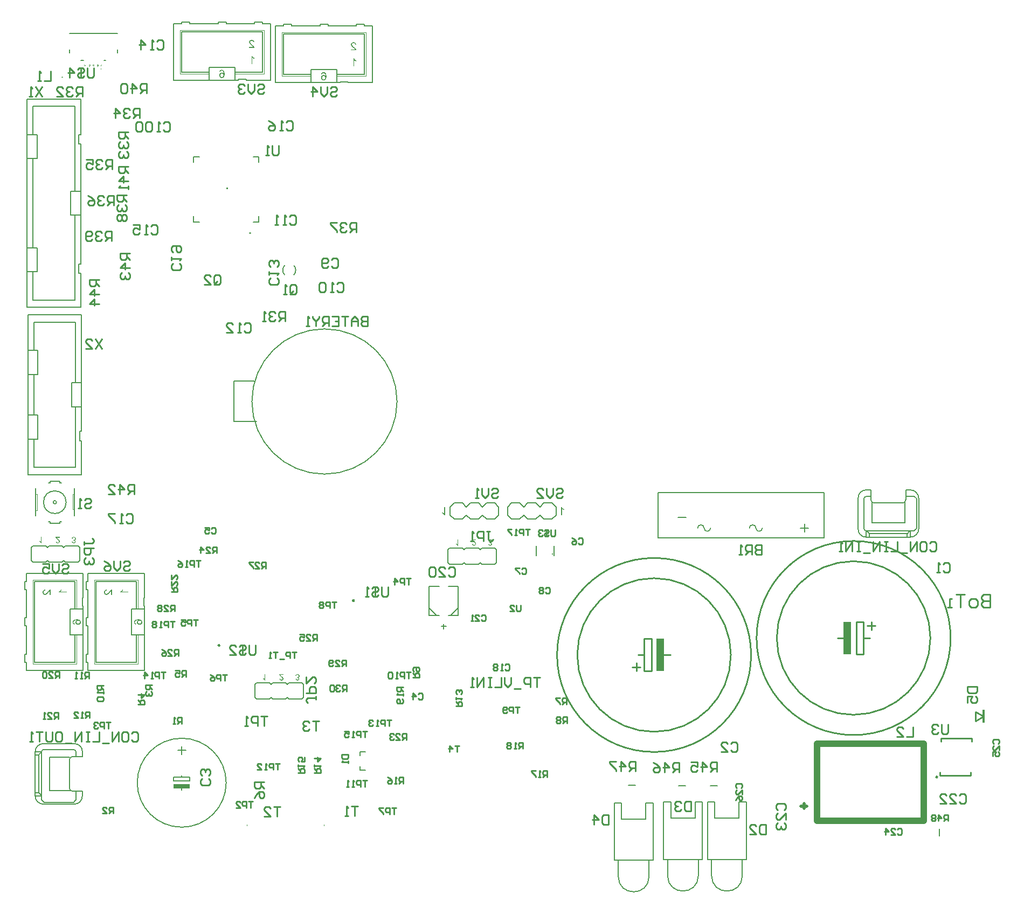
<source format=gbo>
G04*
G04 #@! TF.GenerationSoftware,Altium Limited,Altium Designer,18.0.7 (293)*
G04*
G04 Layer_Color=3326705*
%FSLAX25Y25*%
%MOIN*%
G70*
G01*
G75*
%ADD30C,0.00800*%
%ADD31C,0.01000*%
%ADD33C,0.03937*%
%ADD93C,0.01968*%
%ADD129C,0.00500*%
%ADD130C,0.00000*%
%ADD131C,0.00600*%
%ADD132C,0.00787*%
%ADD133C,0.00200*%
%ADD134C,0.00100*%
%ADD135R,0.01181X0.08334*%
%ADD136R,0.10000X0.02500*%
%ADD137R,0.05000X0.20000*%
G36*
X126500Y405000D02*
X125500D01*
Y406000D01*
X126500D01*
Y405000D01*
D02*
G37*
G36*
X333138Y208361D02*
X333217Y208246D01*
X333310Y208132D01*
X333396Y208031D01*
X333482Y207945D01*
X333546Y207874D01*
X333575Y207852D01*
X333597Y207831D01*
X333604Y207823D01*
X333611Y207816D01*
X333762Y207695D01*
X333912Y207580D01*
X334055Y207479D01*
X334199Y207400D01*
X334321Y207329D01*
X334371Y207300D01*
X334414Y207279D01*
X334450Y207257D01*
X334478Y207250D01*
X334493Y207236D01*
X334500D01*
Y206648D01*
X334392Y206691D01*
X334285Y206741D01*
X334177Y206791D01*
X334077Y206841D01*
X333991Y206884D01*
X333919Y206920D01*
X333876Y206949D01*
X333869Y206956D01*
X333862D01*
X333733Y207035D01*
X333618Y207114D01*
X333518Y207185D01*
X333439Y207250D01*
X333367Y207300D01*
X333324Y207343D01*
X333288Y207372D01*
X333281Y207379D01*
Y203500D01*
X332672D01*
Y208483D01*
X333066D01*
X333138Y208361D01*
D02*
G37*
G36*
X260828Y203517D02*
X260434D01*
X260362Y203639D01*
X260283Y203753D01*
X260190Y203868D01*
X260104Y203969D01*
X260018Y204055D01*
X259954Y204126D01*
X259925Y204148D01*
X259903Y204169D01*
X259896Y204176D01*
X259889Y204184D01*
X259738Y204306D01*
X259588Y204420D01*
X259444Y204521D01*
X259301Y204599D01*
X259179Y204671D01*
X259129Y204700D01*
X259086Y204721D01*
X259050Y204743D01*
X259021Y204750D01*
X259007Y204764D01*
X259000D01*
Y205352D01*
X259107Y205309D01*
X259215Y205259D01*
X259323Y205209D01*
X259423Y205159D01*
X259509Y205116D01*
X259581Y205080D01*
X259624Y205051D01*
X259631Y205044D01*
X259638D01*
X259767Y204965D01*
X259882Y204886D01*
X259982Y204815D01*
X260061Y204750D01*
X260133Y204700D01*
X260176Y204657D01*
X260212Y204628D01*
X260219Y204621D01*
Y208500D01*
X260828D01*
Y203517D01*
D02*
G37*
G36*
X268925Y184615D02*
X268618D01*
X268562Y184710D01*
X268501Y184799D01*
X268428Y184889D01*
X268361Y184967D01*
X268294Y185034D01*
X268244Y185090D01*
X268221Y185107D01*
X268204Y185124D01*
X268199Y185129D01*
X268193Y185135D01*
X268076Y185230D01*
X267958Y185319D01*
X267847Y185398D01*
X267735Y185459D01*
X267640Y185515D01*
X267601Y185537D01*
X267567Y185554D01*
X267539Y185571D01*
X267517Y185576D01*
X267506Y185588D01*
X267500D01*
Y186046D01*
X267584Y186012D01*
X267668Y185973D01*
X267752Y185934D01*
X267830Y185895D01*
X267897Y185862D01*
X267953Y185834D01*
X267986Y185811D01*
X267992Y185806D01*
X267998D01*
X268098Y185744D01*
X268188Y185683D01*
X268266Y185627D01*
X268327Y185576D01*
X268383Y185537D01*
X268417Y185504D01*
X268445Y185481D01*
X268450Y185476D01*
Y188500D01*
X268925D01*
Y184615D01*
D02*
G37*
G36*
X280071Y188042D02*
X278165D01*
X278232Y187947D01*
X278266Y187908D01*
X278294Y187868D01*
X278322Y187835D01*
X278344Y187812D01*
X278361Y187796D01*
X278366Y187790D01*
X278394Y187762D01*
X278428Y187734D01*
X278506Y187662D01*
X278596Y187578D01*
X278691Y187494D01*
X278780Y187421D01*
X278819Y187388D01*
X278853Y187354D01*
X278881Y187332D01*
X278903Y187315D01*
X278914Y187304D01*
X278920Y187298D01*
X279009Y187220D01*
X279099Y187147D01*
X279177Y187074D01*
X279250Y187013D01*
X279317Y186952D01*
X279373Y186896D01*
X279429Y186845D01*
X279473Y186801D01*
X279518Y186756D01*
X279552Y186722D01*
X279579Y186694D01*
X279607Y186667D01*
X279635Y186633D01*
X279647Y186622D01*
X279725Y186527D01*
X279792Y186443D01*
X279848Y186359D01*
X279892Y186292D01*
X279926Y186231D01*
X279948Y186186D01*
X279960Y186158D01*
X279965Y186147D01*
X279999Y186063D01*
X280021Y185979D01*
X280043Y185901D01*
X280055Y185834D01*
X280060Y185772D01*
X280066Y185727D01*
Y185699D01*
Y185688D01*
X280060Y185604D01*
X280049Y185526D01*
X280038Y185448D01*
X280015Y185381D01*
X279960Y185247D01*
X279904Y185140D01*
X279870Y185090D01*
X279842Y185051D01*
X279814Y185012D01*
X279786Y184984D01*
X279764Y184961D01*
X279753Y184939D01*
X279742Y184934D01*
X279736Y184928D01*
X279675Y184872D01*
X279607Y184822D01*
X279535Y184783D01*
X279462Y184749D01*
X279317Y184693D01*
X279171Y184654D01*
X279110Y184643D01*
X279048Y184632D01*
X278993Y184626D01*
X278948Y184620D01*
X278909Y184615D01*
X278853D01*
X278752Y184620D01*
X278657Y184626D01*
X278568Y184643D01*
X278484Y184660D01*
X278406Y184682D01*
X278333Y184704D01*
X278266Y184732D01*
X278204Y184760D01*
X278148Y184788D01*
X278104Y184816D01*
X278065Y184839D01*
X278031Y184861D01*
X278003Y184878D01*
X277986Y184895D01*
X277975Y184900D01*
X277970Y184906D01*
X277914Y184961D01*
X277863Y185023D01*
X277813Y185090D01*
X277774Y185157D01*
X277707Y185291D01*
X277662Y185425D01*
X277645Y185487D01*
X277629Y185548D01*
X277617Y185599D01*
X277606Y185643D01*
X277601Y185683D01*
Y185711D01*
X277595Y185727D01*
Y185733D01*
X278081Y185783D01*
X278093Y185655D01*
X278115Y185543D01*
X278148Y185442D01*
X278188Y185364D01*
X278221Y185297D01*
X278255Y185252D01*
X278277Y185224D01*
X278288Y185213D01*
X278372Y185146D01*
X278462Y185096D01*
X278556Y185057D01*
X278640Y185034D01*
X278719Y185017D01*
X278786Y185012D01*
X278808Y185006D01*
X278842D01*
X278959Y185012D01*
X279065Y185034D01*
X279155Y185068D01*
X279233Y185101D01*
X279294Y185140D01*
X279333Y185168D01*
X279362Y185191D01*
X279373Y185202D01*
X279440Y185280D01*
X279490Y185358D01*
X279529Y185437D01*
X279552Y185515D01*
X279568Y185576D01*
X279574Y185632D01*
X279579Y185666D01*
Y185671D01*
Y185677D01*
X279568Y185778D01*
X279546Y185884D01*
X279507Y185979D01*
X279468Y186068D01*
X279423Y186141D01*
X279384Y186203D01*
X279373Y186225D01*
X279362Y186242D01*
X279350Y186247D01*
Y186253D01*
X279306Y186314D01*
X279250Y186376D01*
X279188Y186443D01*
X279121Y186510D01*
X278981Y186644D01*
X278842Y186778D01*
X278769Y186840D01*
X278707Y186896D01*
X278646Y186946D01*
X278596Y186991D01*
X278556Y187024D01*
X278523Y187052D01*
X278501Y187069D01*
X278495Y187074D01*
X278355Y187192D01*
X278227Y187304D01*
X278120Y187404D01*
X278037Y187488D01*
X277964Y187561D01*
X277914Y187611D01*
X277886Y187645D01*
X277874Y187650D01*
Y187656D01*
X277796Y187751D01*
X277735Y187840D01*
X277679Y187930D01*
X277634Y188008D01*
X277601Y188075D01*
X277578Y188126D01*
X277567Y188159D01*
X277561Y188165D01*
Y188170D01*
X277539Y188232D01*
X277528Y188288D01*
X277517Y188344D01*
X277511Y188394D01*
X277506Y188438D01*
Y188472D01*
Y188494D01*
Y188500D01*
X280071D01*
Y188042D01*
D02*
G37*
G36*
X288830Y188561D02*
X288926Y188550D01*
X289020Y188533D01*
X289110Y188511D01*
X289194Y188483D01*
X289266Y188455D01*
X289339Y188422D01*
X289401Y188388D01*
X289462Y188360D01*
X289512Y188327D01*
X289557Y188299D01*
X289591Y188271D01*
X289619Y188249D01*
X289641Y188232D01*
X289652Y188221D01*
X289658Y188215D01*
X289725Y188148D01*
X289781Y188075D01*
X289831Y188003D01*
X289876Y187930D01*
X289909Y187863D01*
X289943Y187790D01*
X289988Y187656D01*
X289999Y187594D01*
X290010Y187539D01*
X290021Y187488D01*
X290027Y187443D01*
X290032Y187410D01*
Y187382D01*
Y187365D01*
Y187360D01*
X290027Y187225D01*
X290004Y187102D01*
X289971Y186996D01*
X289937Y186907D01*
X289904Y186834D01*
X289870Y186778D01*
X289848Y186745D01*
X289842Y186734D01*
X289764Y186650D01*
X289680Y186577D01*
X289591Y186521D01*
X289501Y186476D01*
X289423Y186443D01*
X289362Y186421D01*
X289339Y186415D01*
X289322Y186409D01*
X289311Y186404D01*
X289306D01*
X289401Y186353D01*
X289479Y186303D01*
X289546Y186247D01*
X289602Y186197D01*
X289647Y186152D01*
X289680Y186113D01*
X289697Y186091D01*
X289703Y186080D01*
X289747Y186001D01*
X289781Y185923D01*
X289809Y185845D01*
X289825Y185772D01*
X289837Y185711D01*
X289842Y185666D01*
Y185632D01*
Y185621D01*
X289837Y185526D01*
X289820Y185431D01*
X289797Y185347D01*
X289770Y185275D01*
X289742Y185213D01*
X289719Y185163D01*
X289703Y185135D01*
X289697Y185124D01*
X289641Y185040D01*
X289574Y184967D01*
X289507Y184906D01*
X289440Y184850D01*
X289384Y184811D01*
X289334Y184777D01*
X289300Y184760D01*
X289294Y184755D01*
X289289D01*
X289188Y184710D01*
X289088Y184676D01*
X288987Y184649D01*
X288897Y184632D01*
X288825Y184620D01*
X288763Y184615D01*
X288624D01*
X288545Y184626D01*
X288394Y184654D01*
X288266Y184699D01*
X288154Y184743D01*
X288104Y184772D01*
X288065Y184794D01*
X288025Y184816D01*
X287998Y184839D01*
X287975Y184855D01*
X287958Y184866D01*
X287947Y184872D01*
X287942Y184878D01*
X287835Y184984D01*
X287752Y185101D01*
X287684Y185224D01*
X287629Y185347D01*
X287595Y185453D01*
X287578Y185498D01*
X287567Y185537D01*
X287561Y185571D01*
X287556Y185593D01*
X287550Y185610D01*
Y185616D01*
X288025Y185699D01*
X288048Y185576D01*
X288081Y185470D01*
X288121Y185381D01*
X288160Y185308D01*
X288199Y185252D01*
X288232Y185213D01*
X288255Y185185D01*
X288260Y185179D01*
X288333Y185124D01*
X288411Y185079D01*
X288484Y185051D01*
X288557Y185029D01*
X288624Y185017D01*
X288674Y185006D01*
X288719D01*
X288819Y185012D01*
X288909Y185034D01*
X288987Y185062D01*
X289054Y185090D01*
X289104Y185124D01*
X289143Y185152D01*
X289171Y185174D01*
X289177Y185179D01*
X289239Y185247D01*
X289283Y185319D01*
X289311Y185392D01*
X289334Y185459D01*
X289345Y185521D01*
X289356Y185565D01*
Y185599D01*
Y185604D01*
Y185610D01*
Y185671D01*
X289345Y185727D01*
X289317Y185822D01*
X289278Y185906D01*
X289233Y185979D01*
X289188Y186029D01*
X289149Y186068D01*
X289121Y186091D01*
X289116Y186096D01*
X289110D01*
X289015Y186147D01*
X288926Y186186D01*
X288830Y186214D01*
X288747Y186231D01*
X288674Y186242D01*
X288612Y186253D01*
X288540D01*
X288517Y186247D01*
X288489D01*
X288434Y186667D01*
X288506Y186650D01*
X288573Y186638D01*
X288629Y186627D01*
X288680Y186622D01*
X288719Y186616D01*
X288769D01*
X288886Y186627D01*
X288993Y186650D01*
X289088Y186683D01*
X289166Y186722D01*
X289227Y186761D01*
X289272Y186795D01*
X289300Y186817D01*
X289311Y186829D01*
X289384Y186912D01*
X289440Y187002D01*
X289479Y187091D01*
X289501Y187181D01*
X289518Y187253D01*
X289524Y187315D01*
X289529Y187337D01*
Y187354D01*
Y187365D01*
Y187371D01*
X289518Y187494D01*
X289490Y187606D01*
X289457Y187701D01*
X289412Y187785D01*
X289367Y187852D01*
X289334Y187902D01*
X289306Y187935D01*
X289294Y187947D01*
X289205Y188025D01*
X289110Y188081D01*
X289015Y188120D01*
X288926Y188148D01*
X288847Y188165D01*
X288786Y188170D01*
X288763Y188176D01*
X288730D01*
X288629Y188170D01*
X288534Y188148D01*
X288450Y188120D01*
X288383Y188086D01*
X288327Y188058D01*
X288283Y188030D01*
X288260Y188008D01*
X288249Y188003D01*
X288182Y187924D01*
X288126Y187835D01*
X288076Y187740D01*
X288037Y187639D01*
X288009Y187555D01*
X287998Y187516D01*
X287992Y187483D01*
X287986Y187455D01*
X287981Y187432D01*
X287975Y187421D01*
Y187416D01*
X287500Y187477D01*
X287511Y187566D01*
X287528Y187650D01*
X287578Y187807D01*
X287640Y187941D01*
X287673Y187997D01*
X287707Y188053D01*
X287740Y188103D01*
X287774Y188142D01*
X287802Y188181D01*
X287830Y188209D01*
X287847Y188232D01*
X287863Y188249D01*
X287875Y188260D01*
X287880Y188265D01*
X287947Y188315D01*
X288014Y188366D01*
X288081Y188405D01*
X288154Y188438D01*
X288294Y188494D01*
X288428Y188528D01*
X288489Y188539D01*
X288545Y188550D01*
X288596Y188556D01*
X288640Y188561D01*
X288674Y188567D01*
X288724D01*
X288830Y188561D01*
D02*
G37*
G36*
X71413Y138993D02*
X71629Y138979D01*
X71829Y138957D01*
X72016Y138921D01*
X72181Y138885D01*
X72331Y138849D01*
X72467Y138806D01*
X72589Y138756D01*
X72690Y138713D01*
X72783Y138670D01*
X72855Y138634D01*
X72919Y138591D01*
X72969Y138563D01*
X72998Y138541D01*
X73020Y138527D01*
X73027Y138520D01*
X73127Y138426D01*
X73213Y138326D01*
X73285Y138226D01*
X73349Y138125D01*
X73407Y138018D01*
X73450Y137917D01*
X73486Y137817D01*
X73514Y137717D01*
X73536Y137630D01*
X73557Y137545D01*
X73572Y137473D01*
X73579Y137408D01*
Y137351D01*
X73586Y137315D01*
Y137279D01*
X73579Y137114D01*
X73550Y136964D01*
X73522Y136828D01*
X73479Y136706D01*
X73443Y136612D01*
X73407Y136541D01*
X73400Y136512D01*
X73385Y136490D01*
X73378Y136483D01*
Y136476D01*
X73292Y136354D01*
X73192Y136240D01*
X73091Y136146D01*
X72991Y136067D01*
X72898Y136003D01*
X72826Y135960D01*
X72797Y135946D01*
X72776Y135931D01*
X72769Y135924D01*
X72761D01*
X72611Y135852D01*
X72453Y135802D01*
X72310Y135766D01*
X72174Y135745D01*
X72059Y135723D01*
X72016D01*
X71973Y135716D01*
X71937D01*
X71915D01*
X71901D01*
X71894D01*
X71765Y135723D01*
X71643Y135738D01*
X71521Y135759D01*
X71413Y135781D01*
X71313Y135817D01*
X71213Y135852D01*
X71127Y135888D01*
X71048Y135931D01*
X70976Y135974D01*
X70912Y136010D01*
X70861Y136046D01*
X70811Y136082D01*
X70775Y136103D01*
X70754Y136125D01*
X70740Y136139D01*
X70732Y136146D01*
X70653Y136225D01*
X70582Y136311D01*
X70525Y136405D01*
X70474Y136490D01*
X70424Y136576D01*
X70388Y136663D01*
X70338Y136828D01*
X70316Y136899D01*
X70302Y136971D01*
X70295Y137028D01*
X70288Y137086D01*
X70281Y137129D01*
Y137186D01*
X70288Y137315D01*
X70309Y137437D01*
X70331Y137552D01*
X70359Y137652D01*
X70395Y137738D01*
X70417Y137803D01*
X70438Y137846D01*
X70446Y137853D01*
Y137860D01*
X70517Y137975D01*
X70596Y138075D01*
X70675Y138168D01*
X70761Y138240D01*
X70833Y138304D01*
X70890Y138355D01*
X70933Y138383D01*
X70940Y138391D01*
X70811D01*
X70682Y138383D01*
X70568Y138376D01*
X70453Y138362D01*
X70352Y138355D01*
X70259Y138340D01*
X70173Y138326D01*
X70094Y138304D01*
X70023Y138290D01*
X69965Y138276D01*
X69915Y138261D01*
X69872Y138254D01*
X69843Y138240D01*
X69822Y138233D01*
X69807Y138226D01*
X69800D01*
X69657Y138154D01*
X69528Y138082D01*
X69427Y138003D01*
X69341Y137932D01*
X69270Y137867D01*
X69219Y137817D01*
X69191Y137781D01*
X69184Y137767D01*
X69126Y137681D01*
X69090Y137595D01*
X69062Y137509D01*
X69040Y137423D01*
X69026Y137358D01*
X69019Y137301D01*
Y137250D01*
X69033Y137121D01*
X69062Y137000D01*
X69105Y136899D01*
X69148Y136806D01*
X69198Y136734D01*
X69241Y136684D01*
X69270Y136655D01*
X69284Y136641D01*
X69349Y136591D01*
X69427Y136541D01*
X69513Y136498D01*
X69599Y136469D01*
X69678Y136440D01*
X69743Y136419D01*
X69786Y136412D01*
X69793Y136405D01*
X69800D01*
X69750Y135795D01*
X69549Y135838D01*
X69370Y135903D01*
X69212Y135974D01*
X69083Y136053D01*
X68983Y136132D01*
X68940Y136161D01*
X68904Y136196D01*
X68883Y136218D01*
X68861Y136240D01*
X68854Y136247D01*
X68847Y136254D01*
X68789Y136326D01*
X68739Y136405D01*
X68653Y136562D01*
X68596Y136720D01*
X68560Y136871D01*
X68531Y137007D01*
X68524Y137064D01*
Y137114D01*
X68517Y137157D01*
Y137215D01*
X68524Y137358D01*
X68538Y137494D01*
X68567Y137623D01*
X68603Y137745D01*
X68653Y137853D01*
X68696Y137960D01*
X68753Y138054D01*
X68804Y138140D01*
X68854Y138211D01*
X68911Y138283D01*
X68954Y138340D01*
X68997Y138383D01*
X69040Y138419D01*
X69069Y138448D01*
X69083Y138462D01*
X69090Y138469D01*
X69219Y138563D01*
X69370Y138642D01*
X69528Y138713D01*
X69693Y138778D01*
X69865Y138828D01*
X70037Y138871D01*
X70216Y138907D01*
X70381Y138935D01*
X70546Y138957D01*
X70697Y138971D01*
X70833Y138986D01*
X70947Y138993D01*
X71048D01*
X71120Y139000D01*
X71148D01*
X71170D01*
X71177D01*
X71184D01*
X71413Y138993D01*
D02*
G37*
G36*
X55000Y154202D02*
X54412D01*
Y156647D01*
X54290Y156561D01*
X54240Y156518D01*
X54190Y156482D01*
X54147Y156446D01*
X54118Y156417D01*
X54097Y156396D01*
X54089Y156389D01*
X54054Y156353D01*
X54018Y156310D01*
X53925Y156209D01*
X53817Y156095D01*
X53709Y155973D01*
X53616Y155858D01*
X53573Y155808D01*
X53530Y155765D01*
X53501Y155729D01*
X53480Y155700D01*
X53466Y155686D01*
X53458Y155679D01*
X53358Y155564D01*
X53265Y155449D01*
X53172Y155349D01*
X53093Y155256D01*
X53014Y155170D01*
X52942Y155098D01*
X52878Y155026D01*
X52820Y154969D01*
X52763Y154912D01*
X52720Y154869D01*
X52684Y154833D01*
X52648Y154797D01*
X52605Y154761D01*
X52591Y154747D01*
X52469Y154646D01*
X52361Y154560D01*
X52254Y154489D01*
X52168Y154431D01*
X52089Y154388D01*
X52032Y154359D01*
X51996Y154345D01*
X51981Y154338D01*
X51874Y154295D01*
X51766Y154266D01*
X51666Y154238D01*
X51580Y154223D01*
X51501Y154216D01*
X51444Y154209D01*
X51408D01*
X51394D01*
X51286Y154216D01*
X51186Y154230D01*
X51085Y154245D01*
X50999Y154273D01*
X50827Y154345D01*
X50691Y154417D01*
X50626Y154460D01*
X50576Y154496D01*
X50526Y154532D01*
X50490Y154568D01*
X50461Y154596D01*
X50433Y154611D01*
X50425Y154625D01*
X50418Y154632D01*
X50347Y154711D01*
X50282Y154797D01*
X50232Y154890D01*
X50189Y154983D01*
X50117Y155170D01*
X50067Y155356D01*
X50053Y155435D01*
X50038Y155514D01*
X50031Y155586D01*
X50024Y155643D01*
X50017Y155693D01*
Y155765D01*
X50024Y155894D01*
X50031Y156016D01*
X50053Y156131D01*
X50074Y156238D01*
X50103Y156339D01*
X50132Y156432D01*
X50167Y156518D01*
X50203Y156597D01*
X50239Y156668D01*
X50275Y156726D01*
X50304Y156776D01*
X50332Y156819D01*
X50354Y156855D01*
X50375Y156876D01*
X50383Y156891D01*
X50390Y156898D01*
X50461Y156969D01*
X50540Y157034D01*
X50626Y157098D01*
X50712Y157149D01*
X50884Y157235D01*
X51056Y157292D01*
X51135Y157314D01*
X51214Y157335D01*
X51279Y157349D01*
X51336Y157364D01*
X51386Y157371D01*
X51422D01*
X51444Y157378D01*
X51451D01*
X51515Y156754D01*
X51350Y156740D01*
X51207Y156711D01*
X51078Y156668D01*
X50978Y156618D01*
X50892Y156575D01*
X50834Y156532D01*
X50798Y156503D01*
X50784Y156489D01*
X50698Y156381D01*
X50634Y156267D01*
X50583Y156145D01*
X50555Y156037D01*
X50533Y155937D01*
X50526Y155851D01*
X50519Y155822D01*
Y155779D01*
X50526Y155629D01*
X50555Y155492D01*
X50598Y155378D01*
X50641Y155277D01*
X50691Y155198D01*
X50727Y155148D01*
X50755Y155112D01*
X50770Y155098D01*
X50870Y155012D01*
X50971Y154947D01*
X51071Y154897D01*
X51171Y154869D01*
X51250Y154847D01*
X51322Y154840D01*
X51365Y154833D01*
X51372D01*
X51379D01*
X51508Y154847D01*
X51644Y154876D01*
X51766Y154926D01*
X51881Y154976D01*
X51974Y155034D01*
X52053Y155084D01*
X52082Y155098D01*
X52103Y155112D01*
X52110Y155127D01*
X52118D01*
X52197Y155184D01*
X52275Y155256D01*
X52361Y155335D01*
X52447Y155421D01*
X52620Y155600D01*
X52792Y155779D01*
X52871Y155872D01*
X52942Y155951D01*
X53007Y156030D01*
X53064Y156095D01*
X53107Y156145D01*
X53143Y156188D01*
X53164Y156217D01*
X53172Y156224D01*
X53322Y156403D01*
X53466Y156568D01*
X53595Y156704D01*
X53702Y156812D01*
X53795Y156905D01*
X53860Y156969D01*
X53903Y157005D01*
X53910Y157020D01*
X53917D01*
X54039Y157120D01*
X54154Y157199D01*
X54269Y157271D01*
X54369Y157328D01*
X54455Y157371D01*
X54520Y157400D01*
X54563Y157414D01*
X54570Y157421D01*
X54577D01*
X54656Y157450D01*
X54728Y157464D01*
X54799Y157478D01*
X54864Y157486D01*
X54921Y157493D01*
X54964D01*
X54993D01*
X55000D01*
Y154202D01*
D02*
G37*
G36*
X61809Y157393D02*
X61759Y157285D01*
X61709Y157177D01*
X61659Y157077D01*
X61616Y156991D01*
X61580Y156919D01*
X61551Y156876D01*
X61544Y156869D01*
Y156862D01*
X61465Y156733D01*
X61386Y156618D01*
X61315Y156518D01*
X61250Y156439D01*
X61200Y156367D01*
X61157Y156324D01*
X61128Y156288D01*
X61121Y156281D01*
X65000D01*
Y155672D01*
X60017D01*
Y156066D01*
X60139Y156138D01*
X60254Y156217D01*
X60368Y156310D01*
X60469Y156396D01*
X60555Y156482D01*
X60626Y156546D01*
X60648Y156575D01*
X60669Y156597D01*
X60676Y156604D01*
X60684Y156611D01*
X60806Y156762D01*
X60920Y156912D01*
X61021Y157055D01*
X61099Y157199D01*
X61171Y157321D01*
X61200Y157371D01*
X61221Y157414D01*
X61243Y157450D01*
X61250Y157478D01*
X61264Y157493D01*
Y157500D01*
X61852D01*
X61809Y157393D01*
D02*
G37*
G36*
X33413Y138993D02*
X33629Y138979D01*
X33829Y138957D01*
X34016Y138921D01*
X34181Y138885D01*
X34331Y138849D01*
X34468Y138806D01*
X34589Y138756D01*
X34690Y138713D01*
X34783Y138670D01*
X34855Y138634D01*
X34919Y138591D01*
X34969Y138563D01*
X34998Y138541D01*
X35020Y138527D01*
X35027Y138520D01*
X35127Y138426D01*
X35213Y138326D01*
X35285Y138226D01*
X35349Y138125D01*
X35407Y138018D01*
X35450Y137917D01*
X35486Y137817D01*
X35514Y137717D01*
X35536Y137630D01*
X35557Y137545D01*
X35572Y137473D01*
X35579Y137408D01*
Y137351D01*
X35586Y137315D01*
Y137279D01*
X35579Y137114D01*
X35550Y136964D01*
X35522Y136828D01*
X35478Y136706D01*
X35443Y136612D01*
X35407Y136541D01*
X35400Y136512D01*
X35385Y136490D01*
X35378Y136483D01*
Y136476D01*
X35292Y136354D01*
X35192Y136240D01*
X35091Y136146D01*
X34991Y136067D01*
X34898Y136003D01*
X34826Y135960D01*
X34797Y135946D01*
X34776Y135931D01*
X34769Y135924D01*
X34762D01*
X34611Y135852D01*
X34453Y135802D01*
X34310Y135766D01*
X34174Y135745D01*
X34059Y135723D01*
X34016D01*
X33973Y135716D01*
X33937D01*
X33915D01*
X33901D01*
X33894D01*
X33765Y135723D01*
X33643Y135738D01*
X33521Y135759D01*
X33413Y135781D01*
X33313Y135817D01*
X33213Y135852D01*
X33127Y135888D01*
X33048Y135931D01*
X32976Y135974D01*
X32912Y136010D01*
X32861Y136046D01*
X32811Y136082D01*
X32775Y136103D01*
X32754Y136125D01*
X32740Y136139D01*
X32732Y136146D01*
X32653Y136225D01*
X32582Y136311D01*
X32524Y136405D01*
X32474Y136490D01*
X32424Y136576D01*
X32388Y136663D01*
X32338Y136828D01*
X32316Y136899D01*
X32302Y136971D01*
X32295Y137028D01*
X32288Y137086D01*
X32281Y137129D01*
Y137186D01*
X32288Y137315D01*
X32309Y137437D01*
X32331Y137552D01*
X32359Y137652D01*
X32395Y137738D01*
X32417Y137803D01*
X32438Y137846D01*
X32446Y137853D01*
Y137860D01*
X32517Y137975D01*
X32596Y138075D01*
X32675Y138168D01*
X32761Y138240D01*
X32833Y138304D01*
X32890Y138355D01*
X32933Y138383D01*
X32940Y138391D01*
X32811D01*
X32682Y138383D01*
X32568Y138376D01*
X32453Y138362D01*
X32352Y138355D01*
X32259Y138340D01*
X32173Y138326D01*
X32094Y138304D01*
X32023Y138290D01*
X31965Y138276D01*
X31915Y138261D01*
X31872Y138254D01*
X31843Y138240D01*
X31822Y138233D01*
X31808Y138226D01*
X31800D01*
X31657Y138154D01*
X31528Y138082D01*
X31427Y138003D01*
X31341Y137932D01*
X31270Y137867D01*
X31220Y137817D01*
X31191Y137781D01*
X31184Y137767D01*
X31126Y137681D01*
X31090Y137595D01*
X31062Y137509D01*
X31040Y137423D01*
X31026Y137358D01*
X31019Y137301D01*
Y137250D01*
X31033Y137121D01*
X31062Y137000D01*
X31105Y136899D01*
X31148Y136806D01*
X31198Y136734D01*
X31241Y136684D01*
X31270Y136655D01*
X31284Y136641D01*
X31349Y136591D01*
X31427Y136541D01*
X31514Y136498D01*
X31600Y136469D01*
X31678Y136440D01*
X31743Y136419D01*
X31786Y136412D01*
X31793Y136405D01*
X31800D01*
X31750Y135795D01*
X31549Y135838D01*
X31370Y135903D01*
X31212Y135974D01*
X31083Y136053D01*
X30983Y136132D01*
X30940Y136161D01*
X30904Y136196D01*
X30882Y136218D01*
X30861Y136240D01*
X30854Y136247D01*
X30847Y136254D01*
X30789Y136326D01*
X30739Y136405D01*
X30653Y136562D01*
X30596Y136720D01*
X30560Y136871D01*
X30531Y137007D01*
X30524Y137064D01*
Y137114D01*
X30517Y137157D01*
Y137215D01*
X30524Y137358D01*
X30538Y137494D01*
X30567Y137623D01*
X30603Y137745D01*
X30653Y137853D01*
X30696Y137960D01*
X30753Y138054D01*
X30804Y138140D01*
X30854Y138211D01*
X30911Y138283D01*
X30954Y138340D01*
X30997Y138383D01*
X31040Y138419D01*
X31069Y138448D01*
X31083Y138462D01*
X31090Y138469D01*
X31220Y138563D01*
X31370Y138642D01*
X31528Y138713D01*
X31693Y138778D01*
X31865Y138828D01*
X32037Y138871D01*
X32216Y138907D01*
X32381Y138935D01*
X32546Y138957D01*
X32697Y138971D01*
X32833Y138986D01*
X32947Y138993D01*
X33048D01*
X33120Y139000D01*
X33148D01*
X33170D01*
X33177D01*
X33184D01*
X33413Y138993D01*
D02*
G37*
G36*
X17000Y154202D02*
X16412D01*
Y156647D01*
X16290Y156561D01*
X16240Y156518D01*
X16190Y156482D01*
X16147Y156446D01*
X16118Y156417D01*
X16097Y156396D01*
X16089Y156389D01*
X16054Y156353D01*
X16018Y156310D01*
X15924Y156209D01*
X15817Y156095D01*
X15709Y155973D01*
X15616Y155858D01*
X15573Y155808D01*
X15530Y155765D01*
X15502Y155729D01*
X15480Y155700D01*
X15466Y155686D01*
X15458Y155679D01*
X15358Y155564D01*
X15265Y155449D01*
X15172Y155349D01*
X15093Y155256D01*
X15014Y155170D01*
X14942Y155098D01*
X14878Y155026D01*
X14820Y154969D01*
X14763Y154912D01*
X14720Y154869D01*
X14684Y154833D01*
X14648Y154797D01*
X14605Y154761D01*
X14591Y154747D01*
X14469Y154646D01*
X14361Y154560D01*
X14254Y154489D01*
X14168Y154431D01*
X14089Y154388D01*
X14032Y154359D01*
X13996Y154345D01*
X13981Y154338D01*
X13874Y154295D01*
X13766Y154266D01*
X13666Y154238D01*
X13580Y154223D01*
X13501Y154216D01*
X13444Y154209D01*
X13408D01*
X13394D01*
X13286Y154216D01*
X13186Y154230D01*
X13085Y154245D01*
X12999Y154273D01*
X12827Y154345D01*
X12691Y154417D01*
X12626Y154460D01*
X12576Y154496D01*
X12526Y154532D01*
X12490Y154568D01*
X12461Y154596D01*
X12433Y154611D01*
X12426Y154625D01*
X12418Y154632D01*
X12347Y154711D01*
X12282Y154797D01*
X12232Y154890D01*
X12189Y154983D01*
X12117Y155170D01*
X12067Y155356D01*
X12053Y155435D01*
X12038Y155514D01*
X12031Y155586D01*
X12024Y155643D01*
X12017Y155693D01*
Y155765D01*
X12024Y155894D01*
X12031Y156016D01*
X12053Y156131D01*
X12074Y156238D01*
X12103Y156339D01*
X12132Y156432D01*
X12167Y156518D01*
X12203Y156597D01*
X12239Y156668D01*
X12275Y156726D01*
X12304Y156776D01*
X12332Y156819D01*
X12354Y156855D01*
X12375Y156876D01*
X12382Y156891D01*
X12390Y156898D01*
X12461Y156969D01*
X12540Y157034D01*
X12626Y157098D01*
X12712Y157149D01*
X12884Y157235D01*
X13057Y157292D01*
X13135Y157314D01*
X13214Y157335D01*
X13279Y157349D01*
X13336Y157364D01*
X13386Y157371D01*
X13422D01*
X13444Y157378D01*
X13451D01*
X13515Y156754D01*
X13351Y156740D01*
X13207Y156711D01*
X13078Y156668D01*
X12978Y156618D01*
X12892Y156575D01*
X12834Y156532D01*
X12798Y156503D01*
X12784Y156489D01*
X12698Y156381D01*
X12633Y156267D01*
X12583Y156145D01*
X12555Y156037D01*
X12533Y155937D01*
X12526Y155851D01*
X12519Y155822D01*
Y155779D01*
X12526Y155629D01*
X12555Y155492D01*
X12598Y155378D01*
X12641Y155277D01*
X12691Y155198D01*
X12727Y155148D01*
X12755Y155112D01*
X12770Y155098D01*
X12870Y155012D01*
X12970Y154947D01*
X13071Y154897D01*
X13171Y154869D01*
X13250Y154847D01*
X13322Y154840D01*
X13365Y154833D01*
X13372D01*
X13379D01*
X13508Y154847D01*
X13644Y154876D01*
X13766Y154926D01*
X13881Y154976D01*
X13974Y155034D01*
X14053Y155084D01*
X14082Y155098D01*
X14103Y155112D01*
X14110Y155127D01*
X14118D01*
X14197Y155184D01*
X14275Y155256D01*
X14361Y155335D01*
X14447Y155421D01*
X14620Y155600D01*
X14792Y155779D01*
X14871Y155872D01*
X14942Y155951D01*
X15007Y156030D01*
X15064Y156095D01*
X15107Y156145D01*
X15143Y156188D01*
X15165Y156217D01*
X15172Y156224D01*
X15322Y156403D01*
X15466Y156568D01*
X15595Y156704D01*
X15702Y156812D01*
X15795Y156905D01*
X15860Y156969D01*
X15903Y157005D01*
X15910Y157020D01*
X15917D01*
X16039Y157120D01*
X16154Y157199D01*
X16269Y157271D01*
X16369Y157328D01*
X16455Y157371D01*
X16520Y157400D01*
X16563Y157414D01*
X16570Y157421D01*
X16577D01*
X16656Y157450D01*
X16727Y157464D01*
X16799Y157478D01*
X16864Y157486D01*
X16921Y157493D01*
X16964D01*
X16993D01*
X17000D01*
Y154202D01*
D02*
G37*
G36*
X23809Y157393D02*
X23759Y157285D01*
X23709Y157177D01*
X23659Y157077D01*
X23616Y156991D01*
X23580Y156919D01*
X23551Y156876D01*
X23544Y156869D01*
Y156862D01*
X23465Y156733D01*
X23386Y156618D01*
X23315Y156518D01*
X23250Y156439D01*
X23200Y156367D01*
X23157Y156324D01*
X23128Y156288D01*
X23121Y156281D01*
X27000D01*
Y155672D01*
X22017D01*
Y156066D01*
X22139Y156138D01*
X22253Y156217D01*
X22368Y156310D01*
X22469Y156396D01*
X22555Y156482D01*
X22626Y156546D01*
X22648Y156575D01*
X22669Y156597D01*
X22677Y156604D01*
X22684Y156611D01*
X22806Y156762D01*
X22920Y156912D01*
X23021Y157055D01*
X23099Y157199D01*
X23171Y157321D01*
X23200Y157371D01*
X23221Y157414D01*
X23243Y157450D01*
X23250Y157478D01*
X23264Y157493D01*
Y157500D01*
X23852D01*
X23809Y157393D01*
D02*
G37*
G36*
X169684Y105191D02*
X169779Y105179D01*
X169874Y105163D01*
X169963Y105140D01*
X170047Y105112D01*
X170120Y105084D01*
X170192Y105051D01*
X170254Y105017D01*
X170315Y104989D01*
X170366Y104956D01*
X170410Y104928D01*
X170444Y104900D01*
X170472Y104877D01*
X170494Y104861D01*
X170505Y104850D01*
X170511Y104844D01*
X170578Y104777D01*
X170634Y104704D01*
X170684Y104631D01*
X170729Y104559D01*
X170762Y104492D01*
X170796Y104419D01*
X170841Y104285D01*
X170852Y104224D01*
X170863Y104168D01*
X170874Y104117D01*
X170880Y104072D01*
X170885Y104039D01*
Y104011D01*
Y103994D01*
Y103989D01*
X170880Y103855D01*
X170857Y103732D01*
X170824Y103625D01*
X170790Y103536D01*
X170757Y103463D01*
X170723Y103407D01*
X170701Y103374D01*
X170695Y103363D01*
X170617Y103279D01*
X170533Y103206D01*
X170444Y103150D01*
X170354Y103105D01*
X170276Y103072D01*
X170215Y103050D01*
X170192Y103044D01*
X170175Y103038D01*
X170164Y103033D01*
X170159D01*
X170254Y102982D01*
X170332Y102932D01*
X170399Y102876D01*
X170455Y102826D01*
X170500Y102781D01*
X170533Y102742D01*
X170550Y102720D01*
X170556Y102709D01*
X170600Y102630D01*
X170634Y102552D01*
X170662Y102474D01*
X170678Y102401D01*
X170690Y102340D01*
X170695Y102295D01*
Y102261D01*
Y102250D01*
X170690Y102155D01*
X170673Y102060D01*
X170651Y101976D01*
X170623Y101904D01*
X170595Y101842D01*
X170572Y101792D01*
X170556Y101764D01*
X170550Y101753D01*
X170494Y101669D01*
X170427Y101596D01*
X170360Y101535D01*
X170293Y101479D01*
X170237Y101440D01*
X170187Y101406D01*
X170153Y101389D01*
X170148Y101384D01*
X170142D01*
X170041Y101339D01*
X169941Y101305D01*
X169840Y101277D01*
X169751Y101261D01*
X169678Y101250D01*
X169616Y101244D01*
X169477D01*
X169398Y101255D01*
X169247Y101283D01*
X169119Y101328D01*
X169007Y101373D01*
X168957Y101400D01*
X168918Y101423D01*
X168879Y101445D01*
X168851Y101468D01*
X168828Y101484D01*
X168812Y101496D01*
X168800Y101501D01*
X168795Y101507D01*
X168688Y101613D01*
X168605Y101730D01*
X168538Y101853D01*
X168482Y101976D01*
X168448Y102083D01*
X168431Y102127D01*
X168420Y102166D01*
X168415Y102200D01*
X168409Y102222D01*
X168403Y102239D01*
Y102245D01*
X168879Y102328D01*
X168901Y102206D01*
X168935Y102099D01*
X168974Y102010D01*
X169013Y101937D01*
X169052Y101881D01*
X169085Y101842D01*
X169108Y101814D01*
X169113Y101809D01*
X169186Y101753D01*
X169264Y101708D01*
X169337Y101680D01*
X169410Y101658D01*
X169477Y101646D01*
X169527Y101635D01*
X169572D01*
X169672Y101641D01*
X169762Y101663D01*
X169840Y101691D01*
X169907Y101719D01*
X169957Y101753D01*
X169997Y101781D01*
X170025Y101803D01*
X170030Y101809D01*
X170092Y101876D01*
X170136Y101948D01*
X170164Y102021D01*
X170187Y102088D01*
X170198Y102150D01*
X170209Y102194D01*
Y102228D01*
Y102233D01*
Y102239D01*
Y102301D01*
X170198Y102356D01*
X170170Y102451D01*
X170131Y102535D01*
X170086Y102608D01*
X170041Y102658D01*
X170002Y102697D01*
X169974Y102720D01*
X169969Y102725D01*
X169963D01*
X169868Y102776D01*
X169779Y102815D01*
X169684Y102843D01*
X169600Y102859D01*
X169527Y102871D01*
X169465Y102882D01*
X169393D01*
X169370Y102876D01*
X169343D01*
X169287Y103296D01*
X169359Y103279D01*
X169426Y103268D01*
X169482Y103256D01*
X169533Y103251D01*
X169572Y103245D01*
X169622D01*
X169739Y103256D01*
X169846Y103279D01*
X169941Y103312D01*
X170019Y103351D01*
X170080Y103391D01*
X170125Y103424D01*
X170153Y103446D01*
X170164Y103458D01*
X170237Y103542D01*
X170293Y103631D01*
X170332Y103720D01*
X170354Y103810D01*
X170371Y103883D01*
X170377Y103944D01*
X170382Y103966D01*
Y103983D01*
Y103994D01*
Y104000D01*
X170371Y104123D01*
X170343Y104235D01*
X170310Y104330D01*
X170265Y104413D01*
X170220Y104481D01*
X170187Y104531D01*
X170159Y104564D01*
X170148Y104576D01*
X170058Y104654D01*
X169963Y104710D01*
X169868Y104749D01*
X169779Y104777D01*
X169700Y104794D01*
X169639Y104799D01*
X169616Y104805D01*
X169583D01*
X169482Y104799D01*
X169387Y104777D01*
X169303Y104749D01*
X169236Y104715D01*
X169180Y104687D01*
X169136Y104659D01*
X169113Y104637D01*
X169102Y104631D01*
X169035Y104553D01*
X168979Y104464D01*
X168929Y104369D01*
X168890Y104268D01*
X168862Y104184D01*
X168851Y104145D01*
X168845Y104112D01*
X168839Y104084D01*
X168834Y104061D01*
X168828Y104050D01*
Y104045D01*
X168353Y104106D01*
X168364Y104195D01*
X168381Y104279D01*
X168431Y104436D01*
X168493Y104570D01*
X168526Y104626D01*
X168560Y104682D01*
X168594Y104732D01*
X168627Y104771D01*
X168655Y104810D01*
X168683Y104838D01*
X168700Y104861D01*
X168717Y104877D01*
X168728Y104889D01*
X168733Y104894D01*
X168800Y104945D01*
X168867Y104995D01*
X168935Y105034D01*
X169007Y105068D01*
X169147Y105123D01*
X169281Y105157D01*
X169343Y105168D01*
X169398Y105179D01*
X169449Y105185D01*
X169493Y105191D01*
X169527Y105196D01*
X169577D01*
X169684Y105191D01*
D02*
G37*
G36*
X160924Y104671D02*
X159018D01*
X159085Y104576D01*
X159119Y104536D01*
X159147Y104497D01*
X159175Y104464D01*
X159197Y104441D01*
X159214Y104425D01*
X159220Y104419D01*
X159248Y104391D01*
X159281Y104363D01*
X159359Y104290D01*
X159449Y104207D01*
X159544Y104123D01*
X159633Y104050D01*
X159672Y104017D01*
X159706Y103983D01*
X159734Y103961D01*
X159756Y103944D01*
X159767Y103933D01*
X159773Y103927D01*
X159862Y103849D01*
X159952Y103776D01*
X160030Y103704D01*
X160103Y103642D01*
X160170Y103581D01*
X160226Y103525D01*
X160282Y103474D01*
X160326Y103430D01*
X160371Y103385D01*
X160405Y103351D01*
X160433Y103323D01*
X160460Y103296D01*
X160488Y103262D01*
X160500Y103251D01*
X160578Y103156D01*
X160645Y103072D01*
X160701Y102988D01*
X160746Y102921D01*
X160779Y102859D01*
X160801Y102815D01*
X160813Y102787D01*
X160818Y102776D01*
X160852Y102692D01*
X160874Y102608D01*
X160897Y102530D01*
X160908Y102463D01*
X160913Y102401D01*
X160919Y102356D01*
Y102328D01*
Y102317D01*
X160913Y102233D01*
X160902Y102155D01*
X160891Y102077D01*
X160869Y102010D01*
X160813Y101876D01*
X160757Y101769D01*
X160723Y101719D01*
X160695Y101680D01*
X160667Y101641D01*
X160639Y101613D01*
X160617Y101591D01*
X160606Y101568D01*
X160595Y101563D01*
X160589Y101557D01*
X160528Y101501D01*
X160460Y101451D01*
X160388Y101412D01*
X160315Y101378D01*
X160170Y101322D01*
X160024Y101283D01*
X159963Y101272D01*
X159901Y101261D01*
X159846Y101255D01*
X159801Y101250D01*
X159762Y101244D01*
X159706D01*
X159605Y101250D01*
X159510Y101255D01*
X159421Y101272D01*
X159337Y101289D01*
X159259Y101311D01*
X159186Y101333D01*
X159119Y101361D01*
X159057Y101389D01*
X159002Y101417D01*
X158957Y101445D01*
X158918Y101468D01*
X158884Y101490D01*
X158856Y101507D01*
X158839Y101523D01*
X158828Y101529D01*
X158823Y101535D01*
X158767Y101591D01*
X158716Y101652D01*
X158666Y101719D01*
X158627Y101786D01*
X158560Y101920D01*
X158515Y102055D01*
X158498Y102116D01*
X158482Y102178D01*
X158470Y102228D01*
X158459Y102273D01*
X158454Y102312D01*
Y102340D01*
X158448Y102356D01*
Y102362D01*
X158934Y102412D01*
X158946Y102284D01*
X158968Y102172D01*
X159002Y102071D01*
X159041Y101993D01*
X159074Y101926D01*
X159108Y101881D01*
X159130Y101853D01*
X159141Y101842D01*
X159225Y101775D01*
X159315Y101725D01*
X159410Y101686D01*
X159494Y101663D01*
X159572Y101646D01*
X159639Y101641D01*
X159661Y101635D01*
X159695D01*
X159812Y101641D01*
X159918Y101663D01*
X160008Y101697D01*
X160086Y101730D01*
X160148Y101769D01*
X160187Y101797D01*
X160215Y101820D01*
X160226Y101831D01*
X160293Y101909D01*
X160343Y101988D01*
X160382Y102066D01*
X160405Y102144D01*
X160421Y102206D01*
X160427Y102261D01*
X160433Y102295D01*
Y102301D01*
Y102306D01*
X160421Y102407D01*
X160399Y102513D01*
X160360Y102608D01*
X160321Y102697D01*
X160276Y102770D01*
X160237Y102831D01*
X160226Y102854D01*
X160215Y102871D01*
X160203Y102876D01*
Y102882D01*
X160159Y102943D01*
X160103Y103005D01*
X160041Y103072D01*
X159974Y103139D01*
X159834Y103273D01*
X159695Y103407D01*
X159622Y103469D01*
X159561Y103525D01*
X159499Y103575D01*
X159449Y103620D01*
X159410Y103653D01*
X159376Y103681D01*
X159354Y103698D01*
X159348Y103704D01*
X159208Y103821D01*
X159080Y103933D01*
X158974Y104033D01*
X158890Y104117D01*
X158817Y104190D01*
X158767Y104240D01*
X158739Y104274D01*
X158728Y104279D01*
Y104285D01*
X158649Y104380D01*
X158588Y104469D01*
X158532Y104559D01*
X158487Y104637D01*
X158454Y104704D01*
X158431Y104754D01*
X158420Y104788D01*
X158415Y104794D01*
Y104799D01*
X158392Y104861D01*
X158381Y104917D01*
X158370Y104973D01*
X158364Y105023D01*
X158359Y105068D01*
Y105101D01*
Y105123D01*
Y105129D01*
X160924D01*
Y104671D01*
D02*
G37*
G36*
X149778Y101244D02*
X149471D01*
X149415Y101339D01*
X149354Y101428D01*
X149281Y101518D01*
X149214Y101596D01*
X149147Y101663D01*
X149097Y101719D01*
X149074Y101736D01*
X149057Y101753D01*
X149052Y101758D01*
X149046Y101764D01*
X148929Y101859D01*
X148811Y101948D01*
X148700Y102027D01*
X148588Y102088D01*
X148493Y102144D01*
X148454Y102166D01*
X148420Y102183D01*
X148392Y102200D01*
X148370Y102206D01*
X148359Y102217D01*
X148353D01*
Y102675D01*
X148437Y102641D01*
X148521Y102602D01*
X148605Y102563D01*
X148683Y102524D01*
X148750Y102491D01*
X148806Y102463D01*
X148839Y102440D01*
X148845Y102435D01*
X148851D01*
X148951Y102373D01*
X149041Y102312D01*
X149119Y102256D01*
X149180Y102206D01*
X149236Y102166D01*
X149270Y102133D01*
X149298Y102110D01*
X149303Y102105D01*
Y105129D01*
X149778D01*
Y101244D01*
D02*
G37*
G36*
X38500Y481618D02*
Y481481D01*
X37510Y481095D01*
Y481228D01*
X38230Y481497D01*
X38260Y481508D01*
X38288Y481518D01*
X38315Y481527D01*
X38340Y481534D01*
X38361Y481541D01*
X38377Y481545D01*
X38383Y481547D01*
X38387Y481548D01*
X38390Y481550D01*
X38391D01*
X38334Y481567D01*
X38307Y481575D01*
X38283Y481584D01*
X38261Y481591D01*
X38253Y481594D01*
X38244Y481595D01*
X38238Y481598D01*
X38234Y481600D01*
X38231Y481601D01*
X38230D01*
X37510Y481858D01*
Y482001D01*
X38500Y481618D01*
D02*
G37*
G36*
X41500Y481644D02*
X41499Y481611D01*
X41497Y481581D01*
X41494Y481554D01*
X41491Y481531D01*
X41489Y481511D01*
X41487Y481497D01*
X41486Y481492D01*
X41484Y481488D01*
Y481485D01*
X41477Y481460D01*
X41469Y481437D01*
X41461Y481417D01*
X41453Y481399D01*
X41446Y481385D01*
X41440Y481375D01*
X41436Y481369D01*
X41434Y481366D01*
X41421Y481348D01*
X41406Y481332D01*
X41391Y481317D01*
X41377Y481304D01*
X41364Y481292D01*
X41354Y481284D01*
X41347Y481278D01*
X41344Y481276D01*
X41321Y481262D01*
X41297Y481248D01*
X41274Y481236D01*
X41251Y481228D01*
X41231Y481219D01*
X41215Y481214D01*
X41210Y481212D01*
X41205Y481211D01*
X41203Y481209D01*
X41201D01*
X41167Y481201D01*
X41133Y481193D01*
X41100Y481189D01*
X41068Y481185D01*
X41041Y481183D01*
X41030D01*
X41019Y481182D01*
X41012D01*
X41005D01*
X41002D01*
X41001D01*
X40952Y481183D01*
X40908Y481188D01*
X40868Y481195D01*
X40849Y481198D01*
X40834Y481202D01*
X40818Y481206D01*
X40805Y481209D01*
X40794Y481212D01*
X40784Y481216D01*
X40775Y481218D01*
X40769Y481221D01*
X40766Y481222D01*
X40765D01*
X40728Y481238D01*
X40695Y481256D01*
X40666Y481276D01*
X40642Y481295D01*
X40622Y481312D01*
X40608Y481326D01*
X40603Y481332D01*
X40599Y481336D01*
X40598Y481338D01*
X40596Y481339D01*
X40578Y481362D01*
X40563Y481387D01*
X40551Y481411D01*
X40541Y481434D01*
X40533Y481454D01*
X40529Y481469D01*
X40526Y481475D01*
Y481480D01*
X40525Y481482D01*
Y481484D01*
X40520Y481508D01*
X40516Y481537D01*
X40513Y481565D01*
X40512Y481594D01*
X40510Y481620D01*
Y482000D01*
X41500D01*
Y481644D01*
D02*
G37*
G36*
X41203Y480690D02*
X41081D01*
Y481066D01*
X41203D01*
Y480690D01*
D02*
G37*
G36*
X44000Y481644D02*
X43999Y481611D01*
X43997Y481581D01*
X43994Y481554D01*
X43991Y481531D01*
X43989Y481511D01*
X43987Y481497D01*
X43986Y481492D01*
X43984Y481488D01*
Y481485D01*
X43977Y481460D01*
X43968Y481437D01*
X43961Y481417D01*
X43953Y481399D01*
X43946Y481385D01*
X43940Y481375D01*
X43936Y481369D01*
X43934Y481366D01*
X43921Y481348D01*
X43906Y481332D01*
X43891Y481317D01*
X43877Y481304D01*
X43864Y481292D01*
X43854Y481284D01*
X43847Y481278D01*
X43844Y481276D01*
X43821Y481262D01*
X43797Y481248D01*
X43774Y481236D01*
X43751Y481228D01*
X43731Y481219D01*
X43715Y481214D01*
X43710Y481212D01*
X43705Y481211D01*
X43703Y481209D01*
X43701D01*
X43667Y481201D01*
X43633Y481193D01*
X43600Y481189D01*
X43568Y481185D01*
X43541Y481183D01*
X43529D01*
X43519Y481182D01*
X43512D01*
X43505D01*
X43502D01*
X43501D01*
X43452Y481183D01*
X43408Y481188D01*
X43368Y481195D01*
X43349Y481198D01*
X43334Y481202D01*
X43318Y481206D01*
X43305Y481209D01*
X43294Y481212D01*
X43284Y481216D01*
X43275Y481218D01*
X43269Y481221D01*
X43266Y481222D01*
X43265D01*
X43228Y481238D01*
X43195Y481256D01*
X43166Y481276D01*
X43142Y481295D01*
X43122Y481312D01*
X43108Y481326D01*
X43103Y481332D01*
X43099Y481336D01*
X43098Y481338D01*
X43096Y481339D01*
X43078Y481362D01*
X43063Y481387D01*
X43051Y481411D01*
X43040Y481434D01*
X43033Y481454D01*
X43029Y481469D01*
X43026Y481475D01*
Y481480D01*
X43025Y481482D01*
Y481484D01*
X43020Y481508D01*
X43016Y481537D01*
X43013Y481565D01*
X43012Y481594D01*
X43010Y481620D01*
Y482000D01*
X44000D01*
Y481644D01*
D02*
G37*
G36*
X43568Y480764D02*
X43840D01*
Y480650D01*
X43568D01*
Y480381D01*
X43455D01*
Y480650D01*
X43186D01*
Y480764D01*
X43455D01*
Y481033D01*
X43568D01*
Y480764D01*
D02*
G37*
G36*
X46500Y481868D02*
X45510D01*
Y482000D01*
X46500D01*
Y481868D01*
D02*
G37*
G36*
Y481281D02*
X46499Y481248D01*
X46497Y481218D01*
X46494Y481191D01*
X46491Y481168D01*
X46489Y481148D01*
X46487Y481133D01*
X46486Y481129D01*
X46484Y481125D01*
Y481122D01*
X46477Y481096D01*
X46468Y481073D01*
X46461Y481053D01*
X46453Y481036D01*
X46446Y481022D01*
X46440Y481012D01*
X46436Y481006D01*
X46434Y481003D01*
X46421Y480985D01*
X46406Y480969D01*
X46391Y480953D01*
X46377Y480940D01*
X46364Y480929D01*
X46354Y480920D01*
X46347Y480915D01*
X46344Y480913D01*
X46321Y480899D01*
X46297Y480885D01*
X46274Y480873D01*
X46251Y480865D01*
X46231Y480856D01*
X46215Y480850D01*
X46210Y480849D01*
X46205Y480847D01*
X46203Y480846D01*
X46201D01*
X46167Y480837D01*
X46132Y480830D01*
X46100Y480826D01*
X46068Y480822D01*
X46041Y480820D01*
X46029D01*
X46020Y480819D01*
X46012D01*
X46005D01*
X46002D01*
X46001D01*
X45952Y480820D01*
X45908Y480825D01*
X45868Y480832D01*
X45849Y480835D01*
X45834Y480839D01*
X45818Y480843D01*
X45805Y480846D01*
X45794Y480849D01*
X45784Y480853D01*
X45775Y480855D01*
X45769Y480857D01*
X45766Y480859D01*
X45765D01*
X45728Y480875D01*
X45695Y480893D01*
X45666Y480913D01*
X45642Y480932D01*
X45622Y480949D01*
X45608Y480963D01*
X45603Y480969D01*
X45599Y480973D01*
X45598Y480975D01*
X45596Y480976D01*
X45578Y480999D01*
X45563Y481023D01*
X45551Y481048D01*
X45540Y481071D01*
X45533Y481090D01*
X45529Y481106D01*
X45526Y481112D01*
Y481116D01*
X45525Y481119D01*
Y481121D01*
X45520Y481145D01*
X45516Y481174D01*
X45513Y481202D01*
X45512Y481231D01*
X45510Y481256D01*
Y481637D01*
X46500D01*
Y481281D01*
D02*
G37*
G36*
X48564Y481997D02*
X48614Y481990D01*
X48637Y481986D01*
X48658Y481981D01*
X48680Y481976D01*
X48698Y481970D01*
X48715Y481964D01*
X48730Y481958D01*
X48744Y481954D01*
X48754Y481950D01*
X48764Y481946D01*
X48770Y481943D01*
X48774Y481940D01*
X48776D01*
X48817Y481914D01*
X48853Y481886D01*
X48884Y481856D01*
X48910Y481827D01*
X48930Y481800D01*
X48937Y481790D01*
X48944Y481780D01*
X48948Y481771D01*
X48953Y481766D01*
X48954Y481761D01*
X48956Y481760D01*
X48967Y481737D01*
X48976Y481714D01*
X48991Y481668D01*
X49001Y481624D01*
X49010Y481582D01*
X49011Y481564D01*
X49014Y481547D01*
X49016Y481531D01*
Y481518D01*
X49017Y481508D01*
Y481494D01*
X49016Y481454D01*
X49011Y481415D01*
X49004Y481379D01*
X48997Y481348D01*
X48994Y481335D01*
X48991Y481322D01*
X48987Y481311D01*
X48984Y481301D01*
X48981Y481294D01*
X48980Y481288D01*
X48979Y481285D01*
Y481284D01*
X48963Y481245D01*
X48944Y481209D01*
X48924Y481175D01*
X48906Y481145D01*
X48897Y481132D01*
X48888Y481119D01*
X48881Y481109D01*
X48876Y481101D01*
X48870Y481093D01*
X48866Y481088D01*
X48864Y481085D01*
X48863Y481083D01*
X48495D01*
Y481504D01*
X48612D01*
Y481212D01*
X48798D01*
X48813Y481229D01*
X48825Y481249D01*
X48837Y481271D01*
X48847Y481291D01*
X48856Y481308D01*
X48863Y481324D01*
X48866Y481329D01*
X48867Y481332D01*
X48868Y481335D01*
Y481336D01*
X48878Y481366D01*
X48887Y481396D01*
X48893Y481424D01*
X48896Y481449D01*
X48899Y481471D01*
Y481480D01*
X48900Y481488D01*
Y481502D01*
X48899Y481538D01*
X48893Y481572D01*
X48886Y481604D01*
X48878Y481633D01*
X48870Y481655D01*
X48867Y481665D01*
X48864Y481672D01*
X48861Y481680D01*
X48858Y481684D01*
X48857Y481687D01*
Y481688D01*
X48838Y481718D01*
X48818Y481745D01*
X48797Y481768D01*
X48776Y481787D01*
X48755Y481803D01*
X48740Y481813D01*
X48734Y481817D01*
X48730Y481818D01*
X48727Y481821D01*
X48725D01*
X48690Y481836D01*
X48652Y481847D01*
X48615Y481854D01*
X48580Y481860D01*
X48564Y481861D01*
X48550Y481863D01*
X48535Y481864D01*
X48524D01*
X48515Y481866D01*
X48508D01*
X48504D01*
X48502D01*
X48462Y481864D01*
X48427Y481860D01*
X48392Y481854D01*
X48362Y481847D01*
X48349Y481844D01*
X48338Y481840D01*
X48328Y481837D01*
X48319Y481834D01*
X48312Y481831D01*
X48308Y481830D01*
X48305Y481828D01*
X48304D01*
X48284Y481818D01*
X48265Y481808D01*
X48248Y481798D01*
X48234Y481788D01*
X48222Y481780D01*
X48212Y481773D01*
X48206Y481767D01*
X48205Y481766D01*
X48189Y481750D01*
X48175Y481733D01*
X48164Y481714D01*
X48152Y481697D01*
X48145Y481682D01*
X48138Y481671D01*
X48135Y481663D01*
X48133Y481660D01*
X48123Y481634D01*
X48116Y481608D01*
X48112Y481581D01*
X48108Y481557D01*
X48106Y481535D01*
Y481527D01*
X48105Y481520D01*
Y481504D01*
X48106Y481477D01*
X48109Y481451D01*
X48113Y481428D01*
X48118Y481408D01*
X48123Y481391D01*
X48128Y481378D01*
X48131Y481371D01*
X48132Y481368D01*
X48142Y481347D01*
X48153Y481328D01*
X48165Y481311D01*
X48176Y481298D01*
X48186Y481288D01*
X48193Y481279D01*
X48199Y481275D01*
X48201Y481274D01*
X48218Y481261D01*
X48238Y481251D01*
X48256Y481241D01*
X48276Y481232D01*
X48294Y481226D01*
X48307Y481222D01*
X48312Y481221D01*
X48316Y481219D01*
X48318Y481218D01*
X48319D01*
X48288Y481099D01*
X48252Y481109D01*
X48221Y481122D01*
X48192Y481135D01*
X48169Y481146D01*
X48151Y481158D01*
X48138Y481166D01*
X48129Y481172D01*
X48126Y481175D01*
X48103Y481195D01*
X48085Y481216D01*
X48068Y481239D01*
X48053Y481261D01*
X48043Y481281D01*
X48035Y481296D01*
X48032Y481302D01*
X48030Y481307D01*
X48029Y481309D01*
Y481311D01*
X48018Y481344D01*
X48009Y481378D01*
X48002Y481409D01*
X47998Y481439D01*
X47995Y481467D01*
Y481478D01*
X47993Y481487D01*
Y481532D01*
X47996Y481558D01*
X48003Y481608D01*
X48008Y481631D01*
X48013Y481652D01*
X48018Y481672D01*
X48023Y481691D01*
X48029Y481708D01*
X48035Y481723D01*
X48041Y481736D01*
X48045Y481747D01*
X48049Y481755D01*
X48052Y481761D01*
X48053Y481766D01*
X48055Y481767D01*
X48068Y481787D01*
X48081Y481807D01*
X48110Y481841D01*
X48141Y481871D01*
X48172Y481896D01*
X48199Y481916D01*
X48211Y481923D01*
X48222Y481928D01*
X48231Y481934D01*
X48236Y481937D01*
X48241Y481939D01*
X48242Y481940D01*
X48289Y481960D01*
X48336Y481974D01*
X48382Y481986D01*
X48404Y481989D01*
X48424Y481993D01*
X48442Y481994D01*
X48458Y481997D01*
X48474Y481999D01*
X48487D01*
X48497Y482000D01*
X48504D01*
X48509D01*
X48511D01*
X48564Y481997D01*
D02*
G37*
G36*
X49000Y480766D02*
X48224D01*
X49000Y480248D01*
Y480112D01*
X48010D01*
Y480238D01*
X48788D01*
X48010Y480757D01*
Y480892D01*
X49000D01*
Y480766D01*
D02*
G37*
G36*
Y479536D02*
X48999Y479503D01*
X48997Y479473D01*
X48994Y479446D01*
X48991Y479423D01*
X48989Y479403D01*
X48987Y479389D01*
X48986Y479385D01*
X48984Y479380D01*
Y479377D01*
X48977Y479352D01*
X48968Y479329D01*
X48961Y479309D01*
X48953Y479292D01*
X48946Y479277D01*
X48940Y479267D01*
X48936Y479261D01*
X48934Y479259D01*
X48921Y479240D01*
X48906Y479224D01*
X48891Y479209D01*
X48877Y479196D01*
X48864Y479184D01*
X48854Y479176D01*
X48847Y479170D01*
X48844Y479169D01*
X48821Y479154D01*
X48797Y479140D01*
X48774Y479129D01*
X48751Y479120D01*
X48731Y479111D01*
X48715Y479106D01*
X48710Y479104D01*
X48705Y479103D01*
X48703Y479101D01*
X48701D01*
X48667Y479093D01*
X48632Y479086D01*
X48600Y479081D01*
X48568Y479077D01*
X48541Y479076D01*
X48529D01*
X48520Y479074D01*
X48512D01*
X48505D01*
X48502D01*
X48501D01*
X48452Y479076D01*
X48408Y479080D01*
X48368Y479087D01*
X48349Y479090D01*
X48334Y479094D01*
X48318Y479099D01*
X48305Y479101D01*
X48294Y479104D01*
X48284Y479108D01*
X48275Y479110D01*
X48269Y479113D01*
X48266Y479114D01*
X48265D01*
X48228Y479130D01*
X48195Y479149D01*
X48166Y479169D01*
X48142Y479187D01*
X48122Y479204D01*
X48108Y479219D01*
X48103Y479224D01*
X48099Y479229D01*
X48098Y479230D01*
X48096Y479232D01*
X48078Y479254D01*
X48063Y479279D01*
X48050Y479303D01*
X48041Y479326D01*
X48033Y479346D01*
X48029Y479362D01*
X48026Y479367D01*
Y479372D01*
X48025Y479375D01*
Y479376D01*
X48020Y479400D01*
X48016Y479429D01*
X48013Y479458D01*
X48012Y479486D01*
X48010Y479512D01*
Y479892D01*
X49000D01*
Y479536D01*
D02*
G37*
G36*
X31330Y190061D02*
X31425Y190050D01*
X31521Y190033D01*
X31610Y190011D01*
X31694Y189983D01*
X31766Y189955D01*
X31839Y189922D01*
X31901Y189888D01*
X31962Y189860D01*
X32012Y189827D01*
X32057Y189799D01*
X32091Y189771D01*
X32119Y189749D01*
X32141Y189732D01*
X32152Y189720D01*
X32158Y189715D01*
X32225Y189648D01*
X32281Y189575D01*
X32331Y189503D01*
X32376Y189430D01*
X32409Y189363D01*
X32443Y189290D01*
X32487Y189156D01*
X32499Y189094D01*
X32510Y189039D01*
X32521Y188988D01*
X32527Y188944D01*
X32532Y188910D01*
Y188882D01*
Y188865D01*
Y188860D01*
X32527Y188725D01*
X32504Y188602D01*
X32471Y188496D01*
X32437Y188407D01*
X32404Y188334D01*
X32370Y188278D01*
X32348Y188245D01*
X32342Y188234D01*
X32264Y188150D01*
X32180Y188077D01*
X32091Y188021D01*
X32001Y187976D01*
X31923Y187943D01*
X31861Y187920D01*
X31839Y187915D01*
X31822Y187909D01*
X31811Y187904D01*
X31806D01*
X31901Y187853D01*
X31979Y187803D01*
X32046Y187747D01*
X32102Y187697D01*
X32147Y187652D01*
X32180Y187613D01*
X32197Y187591D01*
X32203Y187580D01*
X32247Y187501D01*
X32281Y187423D01*
X32309Y187345D01*
X32325Y187272D01*
X32337Y187211D01*
X32342Y187166D01*
Y187132D01*
Y187121D01*
X32337Y187026D01*
X32320Y186931D01*
X32298Y186847D01*
X32269Y186775D01*
X32242Y186713D01*
X32219Y186663D01*
X32203Y186635D01*
X32197Y186624D01*
X32141Y186540D01*
X32074Y186467D01*
X32007Y186406D01*
X31940Y186350D01*
X31884Y186311D01*
X31833Y186277D01*
X31800Y186260D01*
X31794Y186255D01*
X31789D01*
X31688Y186210D01*
X31588Y186176D01*
X31487Y186149D01*
X31398Y186132D01*
X31325Y186120D01*
X31263Y186115D01*
X31124D01*
X31045Y186126D01*
X30894Y186154D01*
X30766Y186199D01*
X30654Y186243D01*
X30604Y186272D01*
X30565Y186294D01*
X30525Y186316D01*
X30498Y186339D01*
X30475Y186355D01*
X30458Y186366D01*
X30447Y186372D01*
X30442Y186378D01*
X30335Y186484D01*
X30252Y186601D01*
X30185Y186724D01*
X30129Y186847D01*
X30095Y186953D01*
X30078Y186998D01*
X30067Y187037D01*
X30062Y187071D01*
X30056Y187093D01*
X30050Y187110D01*
Y187116D01*
X30525Y187199D01*
X30548Y187076D01*
X30581Y186970D01*
X30621Y186881D01*
X30660Y186808D01*
X30699Y186752D01*
X30732Y186713D01*
X30755Y186685D01*
X30760Y186679D01*
X30833Y186624D01*
X30911Y186579D01*
X30984Y186551D01*
X31056Y186529D01*
X31124Y186517D01*
X31174Y186506D01*
X31219D01*
X31319Y186512D01*
X31409Y186534D01*
X31487Y186562D01*
X31554Y186590D01*
X31604Y186624D01*
X31644Y186652D01*
X31671Y186674D01*
X31677Y186679D01*
X31738Y186747D01*
X31783Y186819D01*
X31811Y186892D01*
X31833Y186959D01*
X31845Y187021D01*
X31856Y187065D01*
Y187099D01*
Y187104D01*
Y187110D01*
Y187171D01*
X31845Y187227D01*
X31817Y187322D01*
X31778Y187406D01*
X31733Y187479D01*
X31688Y187529D01*
X31649Y187568D01*
X31621Y187591D01*
X31615Y187596D01*
X31610D01*
X31515Y187647D01*
X31425Y187686D01*
X31330Y187714D01*
X31247Y187731D01*
X31174Y187742D01*
X31112Y187753D01*
X31040D01*
X31017Y187747D01*
X30989D01*
X30933Y188166D01*
X31006Y188150D01*
X31073Y188138D01*
X31129Y188127D01*
X31179Y188122D01*
X31219Y188116D01*
X31269D01*
X31386Y188127D01*
X31492Y188150D01*
X31588Y188183D01*
X31666Y188222D01*
X31727Y188261D01*
X31772Y188295D01*
X31800Y188317D01*
X31811Y188329D01*
X31884Y188412D01*
X31940Y188502D01*
X31979Y188591D01*
X32001Y188681D01*
X32018Y188753D01*
X32024Y188815D01*
X32029Y188837D01*
Y188854D01*
Y188865D01*
Y188871D01*
X32018Y188994D01*
X31990Y189106D01*
X31956Y189201D01*
X31912Y189285D01*
X31867Y189352D01*
X31833Y189402D01*
X31806Y189435D01*
X31794Y189447D01*
X31705Y189525D01*
X31610Y189581D01*
X31515Y189620D01*
X31425Y189648D01*
X31347Y189665D01*
X31286Y189670D01*
X31263Y189676D01*
X31230D01*
X31129Y189670D01*
X31034Y189648D01*
X30950Y189620D01*
X30883Y189586D01*
X30827Y189558D01*
X30783Y189530D01*
X30760Y189508D01*
X30749Y189503D01*
X30682Y189424D01*
X30626Y189335D01*
X30576Y189240D01*
X30537Y189139D01*
X30509Y189055D01*
X30498Y189016D01*
X30492Y188983D01*
X30486Y188955D01*
X30481Y188932D01*
X30475Y188921D01*
Y188916D01*
X30000Y188977D01*
X30011Y189067D01*
X30028Y189150D01*
X30078Y189307D01*
X30140Y189441D01*
X30173Y189497D01*
X30207Y189553D01*
X30240Y189603D01*
X30274Y189642D01*
X30302Y189681D01*
X30330Y189709D01*
X30347Y189732D01*
X30363Y189749D01*
X30375Y189760D01*
X30380Y189765D01*
X30447Y189815D01*
X30514Y189866D01*
X30581Y189905D01*
X30654Y189938D01*
X30794Y189994D01*
X30928Y190028D01*
X30989Y190039D01*
X31045Y190050D01*
X31096Y190056D01*
X31140Y190061D01*
X31174Y190067D01*
X31224D01*
X31330Y190061D01*
D02*
G37*
G36*
X22571Y189542D02*
X20665D01*
X20732Y189447D01*
X20766Y189408D01*
X20794Y189368D01*
X20822Y189335D01*
X20844Y189312D01*
X20861Y189296D01*
X20866Y189290D01*
X20894Y189262D01*
X20928Y189234D01*
X21006Y189162D01*
X21096Y189078D01*
X21191Y188994D01*
X21280Y188921D01*
X21319Y188888D01*
X21353Y188854D01*
X21381Y188832D01*
X21403Y188815D01*
X21414Y188804D01*
X21420Y188798D01*
X21509Y188720D01*
X21599Y188647D01*
X21677Y188575D01*
X21750Y188513D01*
X21817Y188452D01*
X21873Y188396D01*
X21929Y188345D01*
X21973Y188301D01*
X22018Y188256D01*
X22051Y188222D01*
X22080Y188194D01*
X22107Y188166D01*
X22135Y188133D01*
X22147Y188122D01*
X22225Y188027D01*
X22292Y187943D01*
X22348Y187859D01*
X22392Y187792D01*
X22426Y187731D01*
X22448Y187686D01*
X22460Y187658D01*
X22465Y187647D01*
X22499Y187563D01*
X22521Y187479D01*
X22544Y187401D01*
X22555Y187334D01*
X22560Y187272D01*
X22566Y187227D01*
Y187199D01*
Y187188D01*
X22560Y187104D01*
X22549Y187026D01*
X22538Y186948D01*
X22515Y186881D01*
X22460Y186747D01*
X22404Y186640D01*
X22370Y186590D01*
X22342Y186551D01*
X22314Y186512D01*
X22286Y186484D01*
X22264Y186461D01*
X22253Y186439D01*
X22242Y186434D01*
X22236Y186428D01*
X22174Y186372D01*
X22107Y186322D01*
X22035Y186283D01*
X21962Y186249D01*
X21817Y186193D01*
X21671Y186154D01*
X21610Y186143D01*
X21548Y186132D01*
X21493Y186126D01*
X21448Y186120D01*
X21409Y186115D01*
X21353D01*
X21252Y186120D01*
X21157Y186126D01*
X21068Y186143D01*
X20984Y186160D01*
X20906Y186182D01*
X20833Y186204D01*
X20766Y186232D01*
X20704Y186260D01*
X20648Y186288D01*
X20604Y186316D01*
X20565Y186339D01*
X20531Y186361D01*
X20503Y186378D01*
X20486Y186395D01*
X20475Y186400D01*
X20470Y186406D01*
X20414Y186461D01*
X20363Y186523D01*
X20313Y186590D01*
X20274Y186657D01*
X20207Y186791D01*
X20162Y186925D01*
X20145Y186987D01*
X20129Y187048D01*
X20117Y187099D01*
X20106Y187144D01*
X20101Y187183D01*
Y187211D01*
X20095Y187227D01*
Y187233D01*
X20581Y187283D01*
X20593Y187155D01*
X20615Y187043D01*
X20648Y186942D01*
X20688Y186864D01*
X20721Y186797D01*
X20755Y186752D01*
X20777Y186724D01*
X20788Y186713D01*
X20872Y186646D01*
X20962Y186596D01*
X21057Y186557D01*
X21140Y186534D01*
X21219Y186517D01*
X21286Y186512D01*
X21308Y186506D01*
X21342D01*
X21459Y186512D01*
X21565Y186534D01*
X21655Y186568D01*
X21733Y186601D01*
X21794Y186640D01*
X21834Y186668D01*
X21861Y186691D01*
X21873Y186702D01*
X21940Y186780D01*
X21990Y186858D01*
X22029Y186937D01*
X22051Y187015D01*
X22068Y187076D01*
X22074Y187132D01*
X22080Y187166D01*
Y187171D01*
Y187177D01*
X22068Y187278D01*
X22046Y187384D01*
X22007Y187479D01*
X21968Y187568D01*
X21923Y187641D01*
X21884Y187703D01*
X21873Y187725D01*
X21861Y187742D01*
X21850Y187747D01*
Y187753D01*
X21806Y187814D01*
X21750Y187876D01*
X21688Y187943D01*
X21621Y188010D01*
X21481Y188144D01*
X21342Y188278D01*
X21269Y188340D01*
X21207Y188396D01*
X21146Y188446D01*
X21096Y188491D01*
X21057Y188524D01*
X21023Y188552D01*
X21001Y188569D01*
X20995Y188575D01*
X20855Y188692D01*
X20727Y188804D01*
X20620Y188904D01*
X20537Y188988D01*
X20464Y189061D01*
X20414Y189111D01*
X20386Y189145D01*
X20374Y189150D01*
Y189156D01*
X20296Y189251D01*
X20235Y189340D01*
X20179Y189430D01*
X20134Y189508D01*
X20101Y189575D01*
X20078Y189626D01*
X20067Y189659D01*
X20062Y189665D01*
Y189670D01*
X20039Y189732D01*
X20028Y189788D01*
X20017Y189843D01*
X20011Y189894D01*
X20006Y189938D01*
Y189972D01*
Y189994D01*
Y190000D01*
X22571D01*
Y189542D01*
D02*
G37*
G36*
X11425Y186115D02*
X11118D01*
X11062Y186210D01*
X11001Y186299D01*
X10928Y186389D01*
X10861Y186467D01*
X10794Y186534D01*
X10744Y186590D01*
X10721Y186607D01*
X10704Y186624D01*
X10699Y186629D01*
X10693Y186635D01*
X10576Y186730D01*
X10458Y186819D01*
X10347Y186898D01*
X10235Y186959D01*
X10140Y187015D01*
X10101Y187037D01*
X10067Y187054D01*
X10039Y187071D01*
X10017Y187076D01*
X10006Y187088D01*
X10000D01*
Y187546D01*
X10084Y187512D01*
X10168Y187473D01*
X10252Y187434D01*
X10330Y187395D01*
X10397Y187362D01*
X10453Y187334D01*
X10486Y187311D01*
X10492Y187306D01*
X10498D01*
X10598Y187244D01*
X10688Y187183D01*
X10766Y187127D01*
X10827Y187076D01*
X10883Y187037D01*
X10917Y187004D01*
X10945Y186981D01*
X10950Y186976D01*
Y190000D01*
X11425D01*
Y186115D01*
D02*
G37*
G36*
X185858Y477476D02*
X185994Y477462D01*
X186123Y477433D01*
X186245Y477397D01*
X186353Y477347D01*
X186460Y477304D01*
X186554Y477247D01*
X186640Y477196D01*
X186711Y477146D01*
X186783Y477089D01*
X186840Y477046D01*
X186883Y477003D01*
X186919Y476960D01*
X186948Y476931D01*
X186962Y476917D01*
X186969Y476910D01*
X187063Y476781D01*
X187142Y476630D01*
X187213Y476472D01*
X187278Y476307D01*
X187328Y476135D01*
X187371Y475963D01*
X187407Y475784D01*
X187435Y475619D01*
X187457Y475454D01*
X187471Y475304D01*
X187486Y475167D01*
X187493Y475052D01*
Y474952D01*
X187500Y474880D01*
Y474852D01*
Y474830D01*
Y474823D01*
Y474816D01*
X187493Y474586D01*
X187478Y474371D01*
X187457Y474171D01*
X187421Y473984D01*
X187385Y473819D01*
X187349Y473669D01*
X187306Y473532D01*
X187256Y473411D01*
X187213Y473310D01*
X187170Y473217D01*
X187134Y473145D01*
X187091Y473081D01*
X187063Y473031D01*
X187041Y473002D01*
X187027Y472980D01*
X187020Y472973D01*
X186926Y472873D01*
X186826Y472787D01*
X186726Y472715D01*
X186625Y472651D01*
X186518Y472593D01*
X186417Y472550D01*
X186317Y472514D01*
X186217Y472486D01*
X186130Y472464D01*
X186045Y472443D01*
X185973Y472428D01*
X185908Y472421D01*
X185851D01*
X185815Y472414D01*
X185779D01*
X185614Y472421D01*
X185464Y472450D01*
X185327Y472478D01*
X185206Y472521D01*
X185112Y472557D01*
X185041Y472593D01*
X185012Y472600D01*
X184991Y472615D01*
X184983Y472622D01*
X184976D01*
X184854Y472708D01*
X184740Y472808D01*
X184646Y472909D01*
X184567Y473009D01*
X184503Y473102D01*
X184460Y473174D01*
X184446Y473203D01*
X184431Y473224D01*
X184424Y473231D01*
Y473239D01*
X184352Y473389D01*
X184302Y473547D01*
X184266Y473690D01*
X184245Y473827D01*
X184223Y473941D01*
Y473984D01*
X184216Y474027D01*
Y474063D01*
Y474085D01*
Y474099D01*
Y474106D01*
X184223Y474235D01*
X184238Y474357D01*
X184259Y474479D01*
X184281Y474586D01*
X184317Y474687D01*
X184352Y474787D01*
X184388Y474873D01*
X184431Y474952D01*
X184474Y475024D01*
X184510Y475088D01*
X184546Y475139D01*
X184582Y475189D01*
X184603Y475225D01*
X184625Y475246D01*
X184639Y475260D01*
X184646Y475268D01*
X184725Y475347D01*
X184811Y475418D01*
X184905Y475476D01*
X184991Y475526D01*
X185076Y475576D01*
X185163Y475612D01*
X185327Y475662D01*
X185399Y475683D01*
X185471Y475698D01*
X185528Y475705D01*
X185586Y475712D01*
X185629Y475719D01*
X185686D01*
X185815Y475712D01*
X185937Y475691D01*
X186052Y475669D01*
X186152Y475640D01*
X186238Y475605D01*
X186303Y475583D01*
X186346Y475562D01*
X186353Y475554D01*
X186360D01*
X186475Y475483D01*
X186575Y475404D01*
X186668Y475325D01*
X186740Y475239D01*
X186804Y475167D01*
X186855Y475110D01*
X186883Y475067D01*
X186891Y475060D01*
Y475189D01*
X186883Y475318D01*
X186876Y475432D01*
X186862Y475547D01*
X186855Y475648D01*
X186840Y475741D01*
X186826Y475827D01*
X186804Y475906D01*
X186790Y475978D01*
X186776Y476035D01*
X186761Y476085D01*
X186754Y476128D01*
X186740Y476157D01*
X186733Y476178D01*
X186726Y476193D01*
Y476200D01*
X186654Y476343D01*
X186582Y476472D01*
X186503Y476573D01*
X186432Y476659D01*
X186367Y476730D01*
X186317Y476781D01*
X186281Y476809D01*
X186267Y476816D01*
X186181Y476874D01*
X186095Y476910D01*
X186009Y476938D01*
X185923Y476960D01*
X185858Y476974D01*
X185801Y476981D01*
X185750D01*
X185622Y476967D01*
X185500Y476938D01*
X185399Y476895D01*
X185306Y476852D01*
X185234Y476802D01*
X185184Y476759D01*
X185155Y476730D01*
X185141Y476716D01*
X185091Y476651D01*
X185041Y476573D01*
X184998Y476486D01*
X184969Y476401D01*
X184940Y476322D01*
X184919Y476257D01*
X184912Y476214D01*
X184905Y476207D01*
Y476200D01*
X184295Y476250D01*
X184338Y476451D01*
X184403Y476630D01*
X184474Y476788D01*
X184553Y476917D01*
X184632Y477017D01*
X184661Y477060D01*
X184696Y477096D01*
X184718Y477117D01*
X184740Y477139D01*
X184747Y477146D01*
X184754Y477153D01*
X184826Y477211D01*
X184905Y477261D01*
X185062Y477347D01*
X185220Y477404D01*
X185371Y477440D01*
X185507Y477469D01*
X185564Y477476D01*
X185614D01*
X185657Y477483D01*
X185715D01*
X185858Y477476D01*
D02*
G37*
G36*
X204394Y495976D02*
X204516Y495969D01*
X204630Y495947D01*
X204738Y495926D01*
X204838Y495897D01*
X204932Y495868D01*
X205018Y495833D01*
X205097Y495797D01*
X205168Y495761D01*
X205226Y495725D01*
X205276Y495696D01*
X205319Y495668D01*
X205355Y495646D01*
X205376Y495625D01*
X205391Y495617D01*
X205398Y495610D01*
X205469Y495539D01*
X205534Y495460D01*
X205598Y495374D01*
X205649Y495288D01*
X205735Y495116D01*
X205792Y494944D01*
X205814Y494865D01*
X205835Y494786D01*
X205849Y494721D01*
X205864Y494664D01*
X205871Y494614D01*
Y494578D01*
X205878Y494556D01*
Y494549D01*
X205254Y494485D01*
X205240Y494650D01*
X205211Y494793D01*
X205168Y494922D01*
X205118Y495022D01*
X205075Y495108D01*
X205032Y495166D01*
X205003Y495202D01*
X204989Y495216D01*
X204882Y495302D01*
X204767Y495366D01*
X204645Y495417D01*
X204537Y495445D01*
X204437Y495467D01*
X204351Y495474D01*
X204322Y495481D01*
X204279D01*
X204129Y495474D01*
X203992Y495445D01*
X203878Y495402D01*
X203777Y495359D01*
X203698Y495309D01*
X203648Y495273D01*
X203612Y495245D01*
X203598Y495230D01*
X203512Y495130D01*
X203448Y495029D01*
X203397Y494929D01*
X203369Y494829D01*
X203347Y494750D01*
X203340Y494678D01*
X203333Y494635D01*
Y494628D01*
Y494621D01*
X203347Y494492D01*
X203376Y494356D01*
X203426Y494234D01*
X203476Y494119D01*
X203534Y494026D01*
X203584Y493947D01*
X203598Y493918D01*
X203612Y493897D01*
X203627Y493890D01*
Y493882D01*
X203684Y493804D01*
X203756Y493725D01*
X203835Y493639D01*
X203921Y493552D01*
X204100Y493380D01*
X204279Y493208D01*
X204372Y493129D01*
X204451Y493058D01*
X204530Y492993D01*
X204595Y492936D01*
X204645Y492893D01*
X204688Y492857D01*
X204717Y492836D01*
X204724Y492828D01*
X204903Y492678D01*
X205068Y492534D01*
X205204Y492405D01*
X205312Y492298D01*
X205405Y492205D01*
X205469Y492140D01*
X205505Y492097D01*
X205520Y492090D01*
Y492083D01*
X205620Y491961D01*
X205699Y491846D01*
X205771Y491731D01*
X205828Y491631D01*
X205871Y491545D01*
X205900Y491480D01*
X205914Y491437D01*
X205921Y491430D01*
Y491423D01*
X205950Y491344D01*
X205964Y491272D01*
X205978Y491201D01*
X205986Y491136D01*
X205993Y491079D01*
Y491036D01*
Y491007D01*
Y491000D01*
X202702D01*
Y491588D01*
X205147D01*
X205061Y491710D01*
X205018Y491760D01*
X204982Y491810D01*
X204946Y491853D01*
X204917Y491882D01*
X204896Y491903D01*
X204889Y491911D01*
X204853Y491946D01*
X204810Y491982D01*
X204709Y492075D01*
X204595Y492183D01*
X204473Y492291D01*
X204358Y492384D01*
X204308Y492427D01*
X204265Y492470D01*
X204229Y492498D01*
X204200Y492520D01*
X204186Y492534D01*
X204179Y492542D01*
X204064Y492642D01*
X203949Y492735D01*
X203849Y492828D01*
X203756Y492907D01*
X203670Y492986D01*
X203598Y493058D01*
X203526Y493122D01*
X203469Y493180D01*
X203412Y493237D01*
X203369Y493280D01*
X203333Y493316D01*
X203297Y493352D01*
X203261Y493395D01*
X203247Y493409D01*
X203146Y493531D01*
X203060Y493639D01*
X202989Y493746D01*
X202931Y493832D01*
X202888Y493911D01*
X202859Y493968D01*
X202845Y494004D01*
X202838Y494019D01*
X202795Y494126D01*
X202766Y494234D01*
X202738Y494334D01*
X202723Y494420D01*
X202716Y494499D01*
X202709Y494556D01*
Y494592D01*
Y494606D01*
X202716Y494714D01*
X202730Y494814D01*
X202745Y494915D01*
X202773Y495001D01*
X202845Y495173D01*
X202917Y495309D01*
X202960Y495374D01*
X202996Y495424D01*
X203032Y495474D01*
X203067Y495510D01*
X203096Y495539D01*
X203111Y495567D01*
X203125Y495575D01*
X203132Y495582D01*
X203211Y495653D01*
X203297Y495718D01*
X203390Y495768D01*
X203483Y495811D01*
X203670Y495883D01*
X203856Y495933D01*
X203935Y495947D01*
X204014Y495962D01*
X204086Y495969D01*
X204143Y495976D01*
X204193Y495983D01*
X204265D01*
X204394Y495976D01*
D02*
G37*
G36*
X204638Y485861D02*
X204717Y485746D01*
X204810Y485632D01*
X204896Y485531D01*
X204982Y485445D01*
X205046Y485374D01*
X205075Y485352D01*
X205097Y485331D01*
X205104Y485323D01*
X205111Y485316D01*
X205261Y485194D01*
X205412Y485080D01*
X205556Y484979D01*
X205699Y484901D01*
X205821Y484829D01*
X205871Y484800D01*
X205914Y484779D01*
X205950Y484757D01*
X205978Y484750D01*
X205993Y484736D01*
X206000D01*
Y484148D01*
X205892Y484191D01*
X205785Y484241D01*
X205677Y484291D01*
X205577Y484341D01*
X205491Y484384D01*
X205419Y484420D01*
X205376Y484449D01*
X205369Y484456D01*
X205362D01*
X205233Y484535D01*
X205118Y484614D01*
X205018Y484685D01*
X204939Y484750D01*
X204867Y484800D01*
X204824Y484843D01*
X204788Y484872D01*
X204781Y484879D01*
Y481000D01*
X204172D01*
Y485983D01*
X204566D01*
X204638Y485861D01*
D02*
G37*
G36*
X122858Y478976D02*
X122994Y478962D01*
X123123Y478933D01*
X123245Y478897D01*
X123353Y478847D01*
X123460Y478804D01*
X123554Y478747D01*
X123640Y478696D01*
X123711Y478646D01*
X123783Y478589D01*
X123840Y478546D01*
X123883Y478503D01*
X123919Y478460D01*
X123948Y478431D01*
X123962Y478417D01*
X123969Y478410D01*
X124063Y478280D01*
X124142Y478130D01*
X124213Y477972D01*
X124278Y477807D01*
X124328Y477635D01*
X124371Y477463D01*
X124407Y477284D01*
X124435Y477119D01*
X124457Y476954D01*
X124471Y476803D01*
X124486Y476667D01*
X124493Y476552D01*
Y476452D01*
X124500Y476380D01*
Y476352D01*
Y476330D01*
Y476323D01*
Y476316D01*
X124493Y476087D01*
X124478Y475871D01*
X124457Y475671D01*
X124421Y475484D01*
X124385Y475319D01*
X124349Y475169D01*
X124306Y475033D01*
X124256Y474911D01*
X124213Y474810D01*
X124170Y474717D01*
X124134Y474645D01*
X124091Y474581D01*
X124063Y474531D01*
X124041Y474502D01*
X124027Y474480D01*
X124020Y474473D01*
X123926Y474373D01*
X123826Y474287D01*
X123726Y474215D01*
X123625Y474151D01*
X123518Y474093D01*
X123417Y474050D01*
X123317Y474014D01*
X123217Y473986D01*
X123131Y473964D01*
X123045Y473943D01*
X122973Y473928D01*
X122908Y473921D01*
X122851D01*
X122815Y473914D01*
X122779D01*
X122614Y473921D01*
X122464Y473950D01*
X122327Y473979D01*
X122206Y474021D01*
X122112Y474057D01*
X122041Y474093D01*
X122012Y474100D01*
X121991Y474115D01*
X121983Y474122D01*
X121976D01*
X121854Y474208D01*
X121740Y474308D01*
X121646Y474409D01*
X121567Y474509D01*
X121503Y474602D01*
X121460Y474674D01*
X121446Y474703D01*
X121431Y474724D01*
X121424Y474731D01*
Y474739D01*
X121352Y474889D01*
X121302Y475047D01*
X121266Y475190D01*
X121245Y475326D01*
X121223Y475441D01*
Y475484D01*
X121216Y475527D01*
Y475563D01*
Y475585D01*
Y475599D01*
Y475606D01*
X121223Y475735D01*
X121238Y475857D01*
X121259Y475979D01*
X121281Y476087D01*
X121317Y476187D01*
X121352Y476287D01*
X121388Y476373D01*
X121431Y476452D01*
X121474Y476524D01*
X121510Y476588D01*
X121546Y476639D01*
X121582Y476689D01*
X121603Y476725D01*
X121625Y476746D01*
X121639Y476760D01*
X121646Y476768D01*
X121725Y476847D01*
X121811Y476918D01*
X121905Y476976D01*
X121991Y477026D01*
X122076Y477076D01*
X122163Y477112D01*
X122327Y477162D01*
X122399Y477183D01*
X122471Y477198D01*
X122528Y477205D01*
X122586Y477212D01*
X122629Y477219D01*
X122686D01*
X122815Y477212D01*
X122937Y477191D01*
X123052Y477169D01*
X123152Y477141D01*
X123238Y477105D01*
X123303Y477083D01*
X123346Y477062D01*
X123353Y477054D01*
X123360D01*
X123475Y476983D01*
X123575Y476904D01*
X123668Y476825D01*
X123740Y476739D01*
X123804Y476667D01*
X123855Y476610D01*
X123883Y476567D01*
X123891Y476560D01*
Y476689D01*
X123883Y476818D01*
X123876Y476932D01*
X123862Y477047D01*
X123855Y477148D01*
X123840Y477241D01*
X123826Y477327D01*
X123804Y477406D01*
X123790Y477478D01*
X123776Y477535D01*
X123761Y477585D01*
X123754Y477628D01*
X123740Y477657D01*
X123733Y477678D01*
X123726Y477693D01*
Y477700D01*
X123654Y477843D01*
X123582Y477972D01*
X123503Y478073D01*
X123432Y478159D01*
X123367Y478230D01*
X123317Y478280D01*
X123281Y478309D01*
X123267Y478316D01*
X123181Y478374D01*
X123095Y478410D01*
X123009Y478438D01*
X122923Y478460D01*
X122858Y478474D01*
X122801Y478481D01*
X122750D01*
X122622Y478467D01*
X122500Y478438D01*
X122399Y478395D01*
X122306Y478352D01*
X122234Y478302D01*
X122184Y478259D01*
X122155Y478230D01*
X122141Y478216D01*
X122091Y478151D01*
X122041Y478073D01*
X121998Y477986D01*
X121969Y477901D01*
X121940Y477822D01*
X121919Y477757D01*
X121912Y477714D01*
X121905Y477707D01*
Y477700D01*
X121295Y477750D01*
X121338Y477951D01*
X121403Y478130D01*
X121474Y478288D01*
X121553Y478417D01*
X121632Y478517D01*
X121661Y478560D01*
X121696Y478596D01*
X121718Y478617D01*
X121740Y478639D01*
X121747Y478646D01*
X121754Y478653D01*
X121826Y478711D01*
X121905Y478761D01*
X122062Y478847D01*
X122220Y478904D01*
X122371Y478940D01*
X122507Y478969D01*
X122564Y478976D01*
X122614D01*
X122657Y478983D01*
X122715D01*
X122858Y478976D01*
D02*
G37*
G36*
X141394Y497476D02*
X141516Y497469D01*
X141630Y497447D01*
X141738Y497426D01*
X141839Y497397D01*
X141932Y497368D01*
X142018Y497333D01*
X142097Y497297D01*
X142168Y497261D01*
X142226Y497225D01*
X142276Y497196D01*
X142319Y497168D01*
X142355Y497146D01*
X142376Y497125D01*
X142391Y497118D01*
X142398Y497110D01*
X142469Y497039D01*
X142534Y496960D01*
X142598Y496874D01*
X142649Y496788D01*
X142735Y496616D01*
X142792Y496444D01*
X142814Y496365D01*
X142835Y496286D01*
X142849Y496221D01*
X142864Y496164D01*
X142871Y496114D01*
Y496078D01*
X142878Y496056D01*
Y496049D01*
X142254Y495985D01*
X142240Y496149D01*
X142211Y496293D01*
X142168Y496422D01*
X142118Y496522D01*
X142075Y496608D01*
X142032Y496666D01*
X142003Y496702D01*
X141989Y496716D01*
X141882Y496802D01*
X141767Y496867D01*
X141645Y496917D01*
X141537Y496945D01*
X141437Y496967D01*
X141351Y496974D01*
X141322Y496981D01*
X141279D01*
X141129Y496974D01*
X140992Y496945D01*
X140878Y496902D01*
X140777Y496859D01*
X140698Y496809D01*
X140648Y496773D01*
X140612Y496745D01*
X140598Y496730D01*
X140512Y496630D01*
X140447Y496529D01*
X140397Y496429D01*
X140369Y496329D01*
X140347Y496250D01*
X140340Y496178D01*
X140333Y496135D01*
Y496128D01*
Y496121D01*
X140347Y495992D01*
X140376Y495856D01*
X140426Y495734D01*
X140476Y495619D01*
X140533Y495526D01*
X140584Y495447D01*
X140598Y495418D01*
X140612Y495397D01*
X140627Y495390D01*
Y495382D01*
X140684Y495303D01*
X140756Y495225D01*
X140835Y495139D01*
X140921Y495052D01*
X141100Y494880D01*
X141279Y494708D01*
X141372Y494629D01*
X141451Y494558D01*
X141530Y494493D01*
X141595Y494436D01*
X141645Y494393D01*
X141688Y494357D01*
X141717Y494336D01*
X141724Y494328D01*
X141903Y494178D01*
X142068Y494034D01*
X142204Y493905D01*
X142312Y493798D01*
X142405Y493705D01*
X142469Y493640D01*
X142505Y493597D01*
X142520Y493590D01*
Y493583D01*
X142620Y493461D01*
X142699Y493346D01*
X142771Y493231D01*
X142828Y493131D01*
X142871Y493045D01*
X142900Y492980D01*
X142914Y492937D01*
X142921Y492930D01*
Y492923D01*
X142950Y492844D01*
X142964Y492772D01*
X142979Y492701D01*
X142986Y492636D01*
X142993Y492579D01*
Y492536D01*
Y492507D01*
Y492500D01*
X139702D01*
Y493088D01*
X142147D01*
X142061Y493210D01*
X142018Y493260D01*
X141982Y493310D01*
X141946Y493353D01*
X141917Y493382D01*
X141896Y493403D01*
X141889Y493411D01*
X141853Y493446D01*
X141810Y493482D01*
X141709Y493575D01*
X141595Y493683D01*
X141473Y493791D01*
X141358Y493884D01*
X141308Y493927D01*
X141265Y493970D01*
X141229Y493998D01*
X141200Y494020D01*
X141186Y494034D01*
X141179Y494042D01*
X141064Y494142D01*
X140949Y494235D01*
X140849Y494328D01*
X140756Y494407D01*
X140670Y494486D01*
X140598Y494558D01*
X140526Y494622D01*
X140469Y494680D01*
X140412Y494737D01*
X140369Y494780D01*
X140333Y494816D01*
X140297Y494852D01*
X140261Y494895D01*
X140247Y494909D01*
X140146Y495031D01*
X140060Y495139D01*
X139989Y495246D01*
X139931Y495332D01*
X139888Y495411D01*
X139859Y495468D01*
X139845Y495504D01*
X139838Y495519D01*
X139795Y495626D01*
X139766Y495734D01*
X139738Y495834D01*
X139723Y495920D01*
X139716Y495999D01*
X139709Y496056D01*
Y496092D01*
Y496106D01*
X139716Y496214D01*
X139731Y496314D01*
X139745Y496415D01*
X139773Y496501D01*
X139845Y496673D01*
X139917Y496809D01*
X139960Y496874D01*
X139996Y496924D01*
X140032Y496974D01*
X140068Y497010D01*
X140096Y497039D01*
X140111Y497067D01*
X140125Y497075D01*
X140132Y497082D01*
X140211Y497153D01*
X140297Y497218D01*
X140390Y497268D01*
X140483Y497311D01*
X140670Y497383D01*
X140856Y497433D01*
X140935Y497447D01*
X141014Y497462D01*
X141086Y497469D01*
X141143Y497476D01*
X141193Y497483D01*
X141265D01*
X141394Y497476D01*
D02*
G37*
G36*
X141638Y487361D02*
X141717Y487247D01*
X141810Y487132D01*
X141896Y487031D01*
X141982Y486945D01*
X142046Y486874D01*
X142075Y486852D01*
X142097Y486831D01*
X142104Y486824D01*
X142111Y486816D01*
X142262Y486694D01*
X142412Y486580D01*
X142555Y486479D01*
X142699Y486401D01*
X142821Y486329D01*
X142871Y486300D01*
X142914Y486279D01*
X142950Y486257D01*
X142979Y486250D01*
X142993Y486236D01*
X143000D01*
Y485648D01*
X142893Y485691D01*
X142785Y485741D01*
X142677Y485791D01*
X142577Y485841D01*
X142491Y485884D01*
X142419Y485920D01*
X142376Y485949D01*
X142369Y485956D01*
X142362D01*
X142233Y486035D01*
X142118Y486114D01*
X142018Y486185D01*
X141939Y486250D01*
X141867Y486300D01*
X141824Y486343D01*
X141788Y486372D01*
X141781Y486379D01*
Y482500D01*
X141172D01*
Y487483D01*
X141566D01*
X141638Y487361D01*
D02*
G37*
%LPC*%
G36*
X71944Y138297D02*
X71908D01*
X71894D01*
X71722Y138283D01*
X71571Y138254D01*
X71435Y138204D01*
X71328Y138154D01*
X71234Y138104D01*
X71170Y138054D01*
X71134Y138025D01*
X71120Y138011D01*
X71019Y137896D01*
X70947Y137781D01*
X70890Y137659D01*
X70854Y137552D01*
X70833Y137451D01*
X70826Y137380D01*
X70818Y137351D01*
Y137308D01*
X70833Y137157D01*
X70869Y137021D01*
X70912Y136906D01*
X70969Y136806D01*
X71026Y136727D01*
X71069Y136670D01*
X71105Y136634D01*
X71120Y136620D01*
X71241Y136526D01*
X71371Y136455D01*
X71507Y136405D01*
X71636Y136376D01*
X71750Y136354D01*
X71801Y136347D01*
X71844D01*
X71880Y136340D01*
X71908D01*
X71923D01*
X71930D01*
X72123Y136354D01*
X72288Y136383D01*
X72432Y136426D01*
X72554Y136476D01*
X72647Y136533D01*
X72719Y136576D01*
X72761Y136605D01*
X72769Y136620D01*
X72776D01*
X72833Y136670D01*
X72876Y136727D01*
X72955Y136842D01*
X73005Y136957D01*
X73048Y137057D01*
X73070Y137150D01*
X73077Y137222D01*
X73084Y137250D01*
Y137286D01*
X73077Y137387D01*
X73063Y137480D01*
X73034Y137566D01*
X73005Y137638D01*
X72984Y137702D01*
X72955Y137752D01*
X72941Y137781D01*
X72934Y137795D01*
X72869Y137882D01*
X72804Y137953D01*
X72726Y138018D01*
X72661Y138068D01*
X72597Y138111D01*
X72546Y138140D01*
X72510Y138161D01*
X72496Y138168D01*
X72389Y138211D01*
X72281Y138240D01*
X72181Y138269D01*
X72088Y138283D01*
X72009Y138290D01*
X71944Y138297D01*
D02*
G37*
G36*
X33944D02*
X33908D01*
X33894D01*
X33722Y138283D01*
X33571Y138254D01*
X33435Y138204D01*
X33327Y138154D01*
X33234Y138104D01*
X33170Y138054D01*
X33134Y138025D01*
X33120Y138011D01*
X33019Y137896D01*
X32947Y137781D01*
X32890Y137659D01*
X32854Y137552D01*
X32833Y137451D01*
X32826Y137380D01*
X32818Y137351D01*
Y137308D01*
X32833Y137157D01*
X32869Y137021D01*
X32912Y136906D01*
X32969Y136806D01*
X33026Y136727D01*
X33069Y136670D01*
X33105Y136634D01*
X33120Y136620D01*
X33241Y136526D01*
X33371Y136455D01*
X33507Y136405D01*
X33636Y136376D01*
X33751Y136354D01*
X33801Y136347D01*
X33844D01*
X33880Y136340D01*
X33908D01*
X33923D01*
X33930D01*
X34123Y136354D01*
X34288Y136383D01*
X34432Y136426D01*
X34554Y136476D01*
X34647Y136533D01*
X34718Y136576D01*
X34762Y136605D01*
X34769Y136620D01*
X34776D01*
X34833Y136670D01*
X34876Y136727D01*
X34955Y136842D01*
X35005Y136957D01*
X35048Y137057D01*
X35070Y137150D01*
X35077Y137222D01*
X35084Y137250D01*
Y137286D01*
X35077Y137387D01*
X35063Y137480D01*
X35034Y137566D01*
X35005Y137638D01*
X34984Y137702D01*
X34955Y137752D01*
X34941Y137781D01*
X34934Y137795D01*
X34869Y137882D01*
X34804Y137953D01*
X34726Y138018D01*
X34661Y138068D01*
X34597Y138111D01*
X34546Y138140D01*
X34510Y138161D01*
X34496Y138168D01*
X34389Y138211D01*
X34281Y138240D01*
X34181Y138269D01*
X34087Y138283D01*
X34009Y138290D01*
X33944Y138297D01*
D02*
G37*
G36*
X41383Y481868D02*
X40628D01*
Y481640D01*
X40629Y481621D01*
Y481602D01*
X40631Y481585D01*
X40635Y481557D01*
X40638Y481534D01*
X40642Y481515D01*
X40646Y481502D01*
X40648Y481495D01*
X40649Y481492D01*
X40662Y481467D01*
X40678Y481442D01*
X40696Y481421D01*
X40715Y481402D01*
X40732Y481388D01*
X40746Y481377D01*
X40752Y481374D01*
X40756Y481371D01*
X40759Y481368D01*
X40761D01*
X40776Y481359D01*
X40795Y481351D01*
X40832Y481338D01*
X40872Y481329D01*
X40911Y481322D01*
X40928Y481321D01*
X40945Y481319D01*
X40960Y481318D01*
X40972D01*
X40984Y481317D01*
X40991D01*
X40997D01*
X40998D01*
X41038Y481318D01*
X41075Y481321D01*
X41108Y481325D01*
X41137Y481329D01*
X41148Y481332D01*
X41158Y481335D01*
X41168Y481338D01*
X41175Y481339D01*
X41181Y481341D01*
X41185Y481342D01*
X41188Y481344D01*
X41190D01*
X41217Y481354D01*
X41241Y481365D01*
X41263Y481378D01*
X41281Y481389D01*
X41295Y481399D01*
X41306Y481408D01*
X41311Y481414D01*
X41314Y481415D01*
X41326Y481429D01*
X41336Y481444D01*
X41344Y481458D01*
X41353Y481472D01*
X41358Y481485D01*
X41363Y481495D01*
X41364Y481502D01*
X41366Y481505D01*
X41371Y481527D01*
X41376Y481552D01*
X41378Y481578D01*
X41380Y481602D01*
X41381Y481624D01*
X41383Y481634D01*
Y481868D01*
D02*
G37*
G36*
X43883D02*
X43128D01*
Y481640D01*
X43129Y481621D01*
Y481602D01*
X43131Y481585D01*
X43135Y481557D01*
X43138Y481534D01*
X43142Y481515D01*
X43146Y481502D01*
X43148Y481495D01*
X43149Y481492D01*
X43162Y481467D01*
X43178Y481442D01*
X43196Y481421D01*
X43215Y481402D01*
X43232Y481388D01*
X43246Y481377D01*
X43252Y481374D01*
X43256Y481371D01*
X43259Y481368D01*
X43261D01*
X43276Y481359D01*
X43295Y481351D01*
X43332Y481338D01*
X43372Y481329D01*
X43411Y481322D01*
X43428Y481321D01*
X43445Y481319D01*
X43459Y481318D01*
X43472D01*
X43484Y481317D01*
X43491D01*
X43497D01*
X43498D01*
X43538Y481318D01*
X43575Y481321D01*
X43608Y481325D01*
X43637Y481329D01*
X43648Y481332D01*
X43658Y481335D01*
X43668Y481338D01*
X43675Y481339D01*
X43681Y481341D01*
X43685Y481342D01*
X43688Y481344D01*
X43690D01*
X43717Y481354D01*
X43741Y481365D01*
X43763Y481378D01*
X43781Y481389D01*
X43795Y481399D01*
X43806Y481408D01*
X43811Y481414D01*
X43814Y481415D01*
X43826Y481429D01*
X43836Y481444D01*
X43844Y481458D01*
X43853Y481472D01*
X43858Y481485D01*
X43863Y481495D01*
X43864Y481502D01*
X43866Y481505D01*
X43871Y481527D01*
X43876Y481552D01*
X43878Y481578D01*
X43880Y481602D01*
X43881Y481624D01*
X43883Y481634D01*
Y481868D01*
D02*
G37*
G36*
X46383Y481505D02*
X45628D01*
Y481276D01*
X45629Y481258D01*
Y481239D01*
X45631Y481222D01*
X45635Y481193D01*
X45638Y481171D01*
X45642Y481152D01*
X45646Y481139D01*
X45648Y481132D01*
X45649Y481129D01*
X45662Y481103D01*
X45678Y481079D01*
X45696Y481058D01*
X45715Y481039D01*
X45732Y481025D01*
X45746Y481013D01*
X45752Y481010D01*
X45756Y481008D01*
X45759Y481005D01*
X45761D01*
X45776Y480996D01*
X45795Y480988D01*
X45832Y480975D01*
X45872Y480966D01*
X45911Y480959D01*
X45928Y480958D01*
X45945Y480956D01*
X45959Y480955D01*
X45972D01*
X45984Y480953D01*
X45991D01*
X45997D01*
X45998D01*
X46038Y480955D01*
X46075Y480958D01*
X46108Y480962D01*
X46137Y480966D01*
X46148Y480969D01*
X46158Y480972D01*
X46168Y480975D01*
X46175Y480976D01*
X46181Y480977D01*
X46185Y480979D01*
X46188Y480980D01*
X46190D01*
X46217Y480990D01*
X46241Y481002D01*
X46263Y481015D01*
X46281Y481026D01*
X46295Y481036D01*
X46306Y481045D01*
X46311Y481050D01*
X46314Y481052D01*
X46325Y481066D01*
X46336Y481080D01*
X46344Y481095D01*
X46353Y481109D01*
X46358Y481122D01*
X46363Y481132D01*
X46364Y481139D01*
X46366Y481142D01*
X46371Y481164D01*
X46376Y481189D01*
X46378Y481215D01*
X46380Y481239D01*
X46381Y481261D01*
X46383Y481271D01*
Y481505D01*
D02*
G37*
G36*
X48883Y479761D02*
X48128D01*
Y479532D01*
X48129Y479513D01*
Y479495D01*
X48131Y479478D01*
X48135Y479449D01*
X48138Y479426D01*
X48142Y479407D01*
X48146Y479394D01*
X48148Y479387D01*
X48149Y479385D01*
X48162Y479359D01*
X48178Y479334D01*
X48196Y479313D01*
X48215Y479294D01*
X48232Y479280D01*
X48246Y479269D01*
X48252Y479266D01*
X48256Y479263D01*
X48259Y479260D01*
X48261D01*
X48276Y479251D01*
X48295Y479243D01*
X48332Y479230D01*
X48372Y479221D01*
X48411Y479214D01*
X48428Y479213D01*
X48445Y479212D01*
X48460Y479210D01*
X48472D01*
X48484Y479209D01*
X48491D01*
X48497D01*
X48498D01*
X48538Y479210D01*
X48575Y479213D01*
X48608Y479217D01*
X48637Y479221D01*
X48648Y479224D01*
X48658Y479227D01*
X48668Y479230D01*
X48675Y479232D01*
X48681Y479233D01*
X48685Y479234D01*
X48688Y479236D01*
X48690D01*
X48717Y479246D01*
X48741Y479257D01*
X48763Y479270D01*
X48781Y479282D01*
X48796Y479292D01*
X48805Y479300D01*
X48811Y479306D01*
X48814Y479307D01*
X48825Y479322D01*
X48836Y479336D01*
X48844Y479350D01*
X48853Y479364D01*
X48858Y479377D01*
X48863Y479387D01*
X48864Y479394D01*
X48866Y479397D01*
X48871Y479419D01*
X48876Y479445D01*
X48878Y479470D01*
X48880Y479495D01*
X48881Y479516D01*
X48883Y479526D01*
Y479761D01*
D02*
G37*
G36*
X185851Y475182D02*
X185808D01*
X185657Y475167D01*
X185521Y475131D01*
X185406Y475088D01*
X185306Y475031D01*
X185227Y474974D01*
X185170Y474931D01*
X185134Y474895D01*
X185120Y474880D01*
X185026Y474759D01*
X184955Y474629D01*
X184905Y474493D01*
X184876Y474364D01*
X184854Y474250D01*
X184847Y474199D01*
Y474156D01*
X184840Y474120D01*
Y474092D01*
Y474077D01*
Y474070D01*
X184854Y473877D01*
X184883Y473712D01*
X184926Y473568D01*
X184976Y473446D01*
X185034Y473353D01*
X185076Y473281D01*
X185105Y473239D01*
X185120Y473231D01*
Y473224D01*
X185170Y473167D01*
X185227Y473124D01*
X185342Y473045D01*
X185457Y472995D01*
X185557Y472952D01*
X185650Y472930D01*
X185722Y472923D01*
X185750Y472916D01*
X185786D01*
X185887Y472923D01*
X185980Y472937D01*
X186066Y472966D01*
X186138Y472995D01*
X186202Y473016D01*
X186252Y473045D01*
X186281Y473059D01*
X186295Y473066D01*
X186381Y473131D01*
X186453Y473196D01*
X186518Y473274D01*
X186568Y473339D01*
X186611Y473403D01*
X186640Y473454D01*
X186661Y473490D01*
X186668Y473504D01*
X186711Y473611D01*
X186740Y473719D01*
X186769Y473819D01*
X186783Y473912D01*
X186790Y473991D01*
X186797Y474056D01*
Y474092D01*
Y474106D01*
X186783Y474278D01*
X186754Y474429D01*
X186704Y474565D01*
X186654Y474673D01*
X186604Y474766D01*
X186554Y474830D01*
X186525Y474866D01*
X186511Y474880D01*
X186396Y474981D01*
X186281Y475052D01*
X186159Y475110D01*
X186052Y475146D01*
X185951Y475167D01*
X185880Y475174D01*
X185851Y475182D01*
D02*
G37*
G36*
X122851Y476682D02*
X122808D01*
X122657Y476667D01*
X122521Y476631D01*
X122406Y476588D01*
X122306Y476531D01*
X122227Y476474D01*
X122170Y476431D01*
X122134Y476395D01*
X122120Y476380D01*
X122026Y476259D01*
X121955Y476129D01*
X121905Y475993D01*
X121876Y475864D01*
X121854Y475749D01*
X121847Y475699D01*
Y475656D01*
X121840Y475620D01*
Y475592D01*
Y475577D01*
Y475570D01*
X121854Y475377D01*
X121883Y475212D01*
X121926Y475068D01*
X121976Y474946D01*
X122034Y474853D01*
X122076Y474782D01*
X122105Y474739D01*
X122120Y474731D01*
Y474724D01*
X122170Y474667D01*
X122227Y474624D01*
X122342Y474545D01*
X122457Y474495D01*
X122557Y474452D01*
X122650Y474430D01*
X122722Y474423D01*
X122750Y474416D01*
X122786D01*
X122887Y474423D01*
X122980Y474437D01*
X123066Y474466D01*
X123138Y474495D01*
X123202Y474516D01*
X123252Y474545D01*
X123281Y474559D01*
X123295Y474566D01*
X123381Y474631D01*
X123453Y474695D01*
X123518Y474774D01*
X123568Y474839D01*
X123611Y474903D01*
X123640Y474954D01*
X123661Y474990D01*
X123668Y475004D01*
X123711Y475111D01*
X123740Y475219D01*
X123769Y475319D01*
X123783Y475413D01*
X123790Y475491D01*
X123797Y475556D01*
Y475592D01*
Y475606D01*
X123783Y475778D01*
X123754Y475929D01*
X123704Y476065D01*
X123654Y476172D01*
X123604Y476266D01*
X123554Y476330D01*
X123525Y476366D01*
X123511Y476380D01*
X123396Y476481D01*
X123281Y476552D01*
X123159Y476610D01*
X123052Y476646D01*
X122951Y476667D01*
X122880Y476674D01*
X122851Y476682D01*
D02*
G37*
%LPD*%
D30*
X552600Y213698D02*
G03*
X548800Y215013I-2557J-1243D01*
G01*
X548800Y193900D02*
G03*
X552600Y195300I1200J2600D01*
G01*
X519941Y195200D02*
G03*
X521161Y193900I1260J-40D01*
G01*
X521349Y215013D02*
G03*
X519941Y213605I0J-1408D01*
G01*
X524259Y213041D02*
G03*
X526324Y210976I2065J0D01*
G01*
X543700D02*
G03*
X545800Y213041I17J2083D01*
G01*
X553800Y213980D02*
G03*
X548700Y219049I-5084J-16D01*
G01*
Y189900D02*
G03*
X553800Y195000I0J5100D01*
G01*
X516374Y194800D02*
G03*
X521255Y189900I4891J-9D01*
G01*
Y219049D02*
G03*
X516374Y214168I0J-4881D01*
G01*
X36549Y57245D02*
G03*
X31668Y62126I-4881J0D01*
G01*
X12300D02*
G03*
X7400Y57245I-9J-4891D01*
G01*
Y29800D02*
G03*
X12500Y24700I5100J0D01*
G01*
X31480D02*
G03*
X36549Y29800I-16J5084D01*
G01*
X28476Y34800D02*
G03*
X30541Y32700I2083J-17D01*
G01*
Y54241D02*
G03*
X28476Y52176I0J-2065D01*
G01*
X32513Y57151D02*
G03*
X31105Y58559I-1408J0D01*
G01*
X12700D02*
G03*
X11400Y57339I-40J-1260D01*
G01*
Y29700D02*
G03*
X12800Y25900I2600J-1200D01*
G01*
X31198D02*
G03*
X32513Y29700I-1243J2557D01*
G01*
X545300Y198700D02*
Y211352D01*
X524822Y198700D02*
X545300D01*
X524822D02*
Y211258D01*
X546800Y192200D02*
X548100Y193600D01*
X521671Y193700D02*
X523172Y192200D01*
X523267Y190200D02*
Y192100D01*
X546700D01*
Y190000D02*
Y192100D01*
X548700Y190200D02*
Y193700D01*
X521295Y190100D02*
Y193700D01*
X546200Y215013D02*
X548800D01*
X552600Y195300D02*
Y213698D01*
X521161Y193900D02*
X548800D01*
X519941Y195200D02*
Y213605D01*
X521349Y215013D02*
X524165D01*
X524259Y213041D02*
Y219049D01*
X526324Y210976D02*
X543700D01*
X545800Y213041D02*
Y219049D01*
X548700D01*
X553800Y195000D02*
Y213980D01*
X521255Y189900D02*
X548700D01*
X516374Y194800D02*
Y214168D01*
X521255Y219049D02*
X524259D01*
X36549Y54241D02*
Y57245D01*
X12300Y62126D02*
X31668D01*
X7400Y29800D02*
Y57245D01*
X12500Y24700D02*
X31480D01*
X36549Y29800D02*
Y32700D01*
X30541D02*
X36549D01*
X28476Y34800D02*
Y52176D01*
X30541Y54241D02*
X36549D01*
X32513Y54335D02*
Y57151D01*
X12700Y58559D02*
X31105D01*
X11400Y29700D02*
Y57339D01*
X12800Y25900D02*
X31198D01*
X32513Y29700D02*
Y32300D01*
X7600Y57205D02*
X11200D01*
X7700Y29800D02*
X11200D01*
X7500Y31800D02*
X9600D01*
Y55234D01*
X7700D02*
X9600D01*
X9700Y55328D02*
X11200Y56829D01*
X9700Y31700D02*
X11100Y30400D01*
X16200Y53678D02*
X28758D01*
X16200Y33200D02*
Y53678D01*
Y33200D02*
X28852D01*
X2400Y354000D02*
X8500D01*
Y368900D01*
X2400D02*
X8500D01*
X2400Y424087D02*
X8500D01*
Y438913D01*
X2400D02*
X8500D01*
X34354Y438945D02*
X35535D01*
X34354Y433122D02*
Y438945D01*
Y433122D02*
X35535D01*
X6100Y456441D02*
X31894D01*
Y403913D02*
Y456441D01*
Y336500D02*
Y389000D01*
X6100Y336500D02*
X31894D01*
X6100D02*
Y354000D01*
Y368900D02*
Y424079D01*
Y438941D02*
Y456441D01*
X2400Y460870D02*
X35535D01*
Y438945D02*
Y460870D01*
Y403913D02*
Y433122D01*
Y389000D02*
Y403913D01*
X29433D02*
X35535D01*
X29433Y389000D02*
Y403913D01*
Y389000D02*
X35535D01*
Y358900D02*
Y389000D01*
X34354Y358900D02*
X35535D01*
X34354Y353100D02*
Y358900D01*
Y353100D02*
X35535D01*
Y332100D02*
Y353100D01*
X2400Y332100D02*
X35535D01*
X2400D02*
Y354000D01*
Y368900D01*
Y424087D01*
Y438913D01*
Y460870D01*
X2900Y250500D02*
X9000D01*
Y265400D01*
X2900D02*
X9000D01*
X2900Y290587D02*
X9000D01*
Y305413D01*
X2900D02*
X9000D01*
X6600Y322941D02*
X32394D01*
Y285413D02*
Y322941D01*
Y233000D02*
Y270500D01*
X6600Y233000D02*
X32394D01*
X6600D02*
Y250500D01*
Y265400D02*
Y290579D01*
Y305441D02*
Y322941D01*
X2900Y327370D02*
X36035D01*
Y285413D02*
Y327370D01*
Y270500D02*
Y285413D01*
X29933D02*
X36035D01*
X29933Y270500D02*
Y285413D01*
Y270500D02*
X36035D01*
Y255400D02*
Y270500D01*
X34854Y255400D02*
X36035D01*
X34854Y249600D02*
Y255400D01*
Y249600D02*
X36035D01*
Y228600D02*
Y249600D01*
X2900Y228600D02*
X36035D01*
X2900D02*
Y250500D01*
Y265400D01*
Y290587D01*
Y305413D01*
Y327370D01*
D31*
X564842Y41972D02*
G03*
X565000Y41998I158J-474D01*
G01*
X121000Y123500D02*
G03*
X121353Y123354I0J-500D01*
G01*
X204147Y151146D02*
G03*
X204500Y151000I0J-500D01*
G01*
X561053Y127499D02*
G03*
X561053Y127499I-47500J0D01*
G01*
X573553D02*
G03*
X573553Y127499I-60000J0D01*
G01*
X437651Y117000D02*
G03*
X437651Y117000I-47500J0D01*
G01*
X450151D02*
G03*
X450151Y117000I-60000J0D01*
G01*
X586000Y42498D02*
Y44498D01*
X567000Y42498D02*
X586000D01*
X567000D02*
Y44498D01*
X586500Y63498D02*
Y65498D01*
X567500D02*
X586500D01*
X567500Y63498D02*
Y65498D01*
X588904Y76244D02*
X593828Y79000D01*
X588904Y76244D02*
Y81800D01*
X593828Y79000D01*
X522052Y134999D02*
X527052D01*
X524552Y132499D02*
Y137499D01*
X503552Y127499D02*
X511053D01*
X519753Y117499D02*
Y127499D01*
X515252Y117499D02*
X519753D01*
X515252D02*
Y137499D01*
X519753D01*
Y127499D02*
Y137499D01*
Y127499D02*
X523553D01*
X376651Y109500D02*
X381651D01*
X379151Y107000D02*
Y112000D01*
X392651Y117000D02*
X400151D01*
X383951D02*
Y127000D01*
X388451D01*
Y107000D02*
Y127000D01*
X383951Y107000D02*
X388451D01*
X383951D02*
Y117000D01*
X380151D02*
X383951D01*
X598000Y154372D02*
Y146500D01*
X594064D01*
X592752Y147812D01*
Y149124D01*
X594064Y150436D01*
X598000D01*
X594064D01*
X592752Y151748D01*
Y153060D01*
X594064Y154372D01*
X598000D01*
X588817Y146500D02*
X586193D01*
X584881Y147812D01*
Y150436D01*
X586193Y151748D01*
X588817D01*
X590129Y150436D01*
Y147812D01*
X588817Y146500D01*
X582257Y154372D02*
X577009D01*
X579633D01*
Y146500D01*
X574386D02*
X571762D01*
X573074D01*
Y151748D01*
X574386D01*
X584002Y97500D02*
X590000D01*
Y94501D01*
X589000Y93501D01*
X585002D01*
X584002Y94501D01*
Y97500D01*
Y87503D02*
Y91502D01*
X587001D01*
X586001Y89503D01*
Y88503D01*
X587001Y87503D01*
X589000D01*
X590000Y88503D01*
Y90502D01*
X589000Y91502D01*
X572043Y73998D02*
Y69000D01*
X571043Y68000D01*
X569044D01*
X568044Y69000D01*
Y73998D01*
X566045Y72998D02*
X565045Y73998D01*
X563046D01*
X562046Y72998D01*
Y71999D01*
X563046Y70999D01*
X564046D01*
X563046D01*
X562046Y69999D01*
Y69000D01*
X563046Y68000D01*
X565045D01*
X566045Y69000D01*
X572000Y14303D02*
Y18239D01*
X570032D01*
X569376Y17583D01*
Y16271D01*
X570032Y15615D01*
X572000D01*
X570688D02*
X569376Y14303D01*
X566096D02*
Y18239D01*
X568064Y16271D01*
X565440D01*
X564128Y17583D02*
X563473Y18239D01*
X562161D01*
X561505Y17583D01*
Y16927D01*
X562161Y16271D01*
X561505Y15615D01*
Y14959D01*
X562161Y14303D01*
X563473D01*
X564128Y14959D01*
Y15615D01*
X563473Y16271D01*
X564128Y16927D01*
Y17583D01*
X563473Y16271D02*
X562161D01*
X550161Y72498D02*
Y66500D01*
X546163D01*
X540164D02*
X544163D01*
X540164Y70499D01*
Y71498D01*
X541164Y72498D01*
X543163D01*
X544163Y71498D01*
X441220Y34876D02*
X440564Y35532D01*
Y36844D01*
X441220Y37500D01*
X443844D01*
X444500Y36844D01*
Y35532D01*
X443844Y34876D01*
X444500Y30940D02*
Y33564D01*
X441876Y30940D01*
X441220D01*
X440564Y31596D01*
Y32908D01*
X441220Y33564D01*
X440564Y27005D02*
X441220Y28317D01*
X442532Y29629D01*
X443844D01*
X444500Y28973D01*
Y27661D01*
X443844Y27005D01*
X443188D01*
X442532Y27661D01*
Y29629D01*
X600220Y62204D02*
X599564Y62859D01*
Y64171D01*
X600220Y64827D01*
X602844D01*
X603500Y64171D01*
Y62859D01*
X602844Y62204D01*
X603500Y58268D02*
Y60891D01*
X600876Y58268D01*
X600220D01*
X599564Y58924D01*
Y60236D01*
X600220Y60891D01*
X599564Y54332D02*
Y56956D01*
X601532D01*
X600876Y55644D01*
Y54988D01*
X601532Y54332D01*
X602844D01*
X603500Y54988D01*
Y56300D01*
X602844Y56956D01*
X540506Y9008D02*
X541162Y9664D01*
X542474D01*
X543130Y9008D01*
Y6384D01*
X542474Y5728D01*
X541162D01*
X540506Y6384D01*
X536570Y5728D02*
X539194D01*
X536570Y8352D01*
Y9008D01*
X537226Y9664D01*
X538538D01*
X539194Y9008D01*
X533290Y5728D02*
Y9664D01*
X535258Y7696D01*
X532634D01*
X466502Y21001D02*
X465502Y22001D01*
Y24000D01*
X466502Y25000D01*
X470500D01*
X471500Y24000D01*
Y22001D01*
X470500Y21001D01*
X471500Y15003D02*
Y19002D01*
X467501Y15003D01*
X466502D01*
X465502Y16003D01*
Y18002D01*
X466502Y19002D01*
Y13004D02*
X465502Y12004D01*
Y10005D01*
X466502Y9005D01*
X467501D01*
X468501Y10005D01*
Y11005D01*
Y10005D01*
X469501Y9005D01*
X470500D01*
X471500Y10005D01*
Y12004D01*
X470500Y13004D01*
X579032Y29998D02*
X580031Y30998D01*
X582031D01*
X583031Y29998D01*
Y26000D01*
X582031Y25000D01*
X580031D01*
X579032Y26000D01*
X573034Y25000D02*
X577032D01*
X573034Y28999D01*
Y29998D01*
X574033Y30998D01*
X576033D01*
X577032Y29998D01*
X567036Y25000D02*
X571034D01*
X567036Y28999D01*
Y29998D01*
X568035Y30998D01*
X570035D01*
X571034Y29998D01*
X307500Y147936D02*
Y144656D01*
X306844Y144000D01*
X305532D01*
X304876Y144656D01*
Y147936D01*
X300940Y144000D02*
X303564D01*
X300940Y146624D01*
Y147280D01*
X301596Y147936D01*
X302908D01*
X303564Y147280D01*
X283376Y141280D02*
X284032Y141936D01*
X285344D01*
X286000Y141280D01*
Y138656D01*
X285344Y138000D01*
X284032D01*
X283376Y138656D01*
X279440Y138000D02*
X282064D01*
X279440Y140624D01*
Y141280D01*
X280096Y141936D01*
X281408D01*
X282064Y141280D01*
X278129Y138000D02*
X276817D01*
X277473D01*
Y141936D01*
X278129Y141280D01*
X263001Y170498D02*
X264001Y171498D01*
X266000D01*
X267000Y170498D01*
Y166500D01*
X266000Y165500D01*
X264001D01*
X263001Y166500D01*
X257003Y165500D02*
X261002D01*
X257003Y169499D01*
Y170498D01*
X258003Y171498D01*
X260002D01*
X261002Y170498D01*
X255004D02*
X254004Y171498D01*
X252005D01*
X251005Y170498D01*
Y166500D01*
X252005Y165500D01*
X254004D01*
X255004Y166500D01*
Y170498D01*
X297876Y110780D02*
X298532Y111436D01*
X299844D01*
X300500Y110780D01*
Y108156D01*
X299844Y107500D01*
X298532D01*
X297876Y108156D01*
X296564Y107500D02*
X295252D01*
X295908D01*
Y111436D01*
X296564Y110780D01*
X293285D02*
X292629Y111436D01*
X291317D01*
X290661Y110780D01*
Y110124D01*
X291317Y109468D01*
X290661Y108812D01*
Y108156D01*
X291317Y107500D01*
X292629D01*
X293285Y108156D01*
Y108812D01*
X292629Y109468D01*
X293285Y110124D01*
Y110780D01*
X292629Y109468D02*
X291317D01*
X197064Y55500D02*
X201000D01*
Y53532D01*
X200344Y52876D01*
X197720D01*
X197064Y53532D01*
Y55500D01*
X201000Y51564D02*
Y50252D01*
Y50908D01*
X197064D01*
X197720Y51564D01*
X86466Y445898D02*
X87465Y446898D01*
X89465D01*
X90464Y445898D01*
Y441900D01*
X89465Y440900D01*
X87465D01*
X86466Y441900D01*
X84466Y440900D02*
X82467D01*
X83467D01*
Y446898D01*
X84466Y445898D01*
X79468D02*
X78468Y446898D01*
X76469D01*
X75469Y445898D01*
Y441900D01*
X76469Y440900D01*
X78468D01*
X79468Y441900D01*
Y445898D01*
X73470D02*
X72470Y446898D01*
X70471D01*
X69471Y445898D01*
Y441900D01*
X70471Y440900D01*
X72470D01*
X73470Y441900D01*
Y445898D01*
X378600Y45200D02*
Y51198D01*
X375601D01*
X374601Y50198D01*
Y48199D01*
X375601Y47199D01*
X378600D01*
X376601D02*
X374601Y45200D01*
X369603D02*
Y51198D01*
X372602Y48199D01*
X368603D01*
X366604Y51198D02*
X362605D01*
Y50198D01*
X366604Y46200D01*
Y45200D01*
X362000Y17998D02*
Y12000D01*
X359001D01*
X358001Y13000D01*
Y16998D01*
X359001Y17998D01*
X362000D01*
X353003Y12000D02*
Y17998D01*
X356002Y14999D01*
X352003D01*
X329000Y194436D02*
Y191156D01*
X328344Y190500D01*
X327032D01*
X326376Y191156D01*
Y194436D01*
X325064Y191156D02*
X324408Y190500D01*
X323096D01*
X322440Y191156D01*
Y191812D01*
X323096Y192468D01*
X324408D01*
X325064Y193124D01*
Y193780D01*
X324408Y194436D01*
X323096D01*
X322440Y193780D01*
X323752Y194436D02*
Y190500D01*
X321129Y193780D02*
X320473Y194436D01*
X319161D01*
X318505Y193780D01*
Y193124D01*
X319161Y192468D01*
X319817D01*
X319161D01*
X318505Y191812D01*
Y191156D01*
X319161Y190500D01*
X320473D01*
X321129Y191156D01*
X143500Y122998D02*
Y118000D01*
X142500Y117000D01*
X140501D01*
X139501Y118000D01*
Y122998D01*
X137502Y118000D02*
X136502Y117000D01*
X134503D01*
X133503Y118000D01*
Y118999D01*
X134503Y119999D01*
X136502D01*
X137502Y120999D01*
Y121998D01*
X136502Y122998D01*
X134503D01*
X133503Y121998D01*
X135503Y122998D02*
Y117000D01*
X127505D02*
X131504D01*
X127505Y120999D01*
Y121998D01*
X128505Y122998D01*
X130504D01*
X131504Y121998D01*
X225500Y158998D02*
Y154000D01*
X224500Y153000D01*
X222501D01*
X221501Y154000D01*
Y158998D01*
X219502Y154000D02*
X218502Y153000D01*
X216503D01*
X215503Y154000D01*
Y154999D01*
X216503Y155999D01*
X218502D01*
X219502Y156999D01*
Y157998D01*
X218502Y158998D01*
X216503D01*
X215503Y157998D01*
X217503Y158998D02*
Y153000D01*
X213504D02*
X211505D01*
X212504D01*
Y158998D01*
X213504Y157998D01*
X319500Y102998D02*
X315501D01*
X317501D01*
Y97000D01*
X313502D02*
Y102998D01*
X310503D01*
X309503Y101998D01*
Y99999D01*
X310503Y98999D01*
X313502D01*
X307504Y96000D02*
X303505D01*
X301506Y102998D02*
Y98999D01*
X299506Y97000D01*
X297507Y98999D01*
Y102998D01*
X295508D02*
Y97000D01*
X291509D01*
X289510Y102998D02*
X287510D01*
X288510D01*
Y97000D01*
X289510D01*
X287510D01*
X284511D02*
Y102998D01*
X280513Y97000D01*
Y102998D01*
X278513Y97000D02*
X276514D01*
X277514D01*
Y102998D01*
X278513Y101998D01*
X169000Y118936D02*
X166376D01*
X167688D01*
Y115000D01*
X165064D02*
Y118936D01*
X163096D01*
X162440Y118280D01*
Y116968D01*
X163096Y116312D01*
X165064D01*
X161128Y114344D02*
X158505D01*
X157193Y118936D02*
X154569D01*
X155881D01*
Y115000D01*
X153257D02*
X151945D01*
X152601D01*
Y118936D01*
X153257Y118280D01*
X126000Y104936D02*
X123376D01*
X124688D01*
Y101000D01*
X122064D02*
Y104936D01*
X120096D01*
X119440Y104280D01*
Y102968D01*
X120096Y102312D01*
X122064D01*
X115505Y104936D02*
X116817Y104280D01*
X118129Y102968D01*
Y101656D01*
X117473Y101000D01*
X116161D01*
X115505Y101656D01*
Y102312D01*
X116161Y102968D01*
X118129D01*
X269500Y60936D02*
X266876D01*
X268188D01*
Y57000D01*
X263596D02*
Y60936D01*
X265564Y58968D01*
X262940D01*
X183000Y75998D02*
X179001D01*
X181001D01*
Y70000D01*
X177002Y74998D02*
X176002Y75998D01*
X174003D01*
X173003Y74998D01*
Y73999D01*
X174003Y72999D01*
X175003D01*
X174003D01*
X173003Y71999D01*
Y71000D01*
X174003Y70000D01*
X176002D01*
X177002Y71000D01*
X62001Y173998D02*
X63001Y174998D01*
X65000D01*
X66000Y173998D01*
Y172999D01*
X65000Y171999D01*
X63001D01*
X62001Y170999D01*
Y170000D01*
X63001Y169000D01*
X65000D01*
X66000Y170000D01*
X60002Y174998D02*
Y170999D01*
X58003Y169000D01*
X56003Y170999D01*
Y174998D01*
X50005D02*
X52004Y173998D01*
X54004Y171999D01*
Y170000D01*
X53004Y169000D01*
X51005D01*
X50005Y170000D01*
Y170999D01*
X51005Y171999D01*
X54004D01*
X24001Y172498D02*
X25001Y173498D01*
X27000D01*
X28000Y172498D01*
Y171499D01*
X27000Y170499D01*
X25001D01*
X24001Y169499D01*
Y168500D01*
X25001Y167500D01*
X27000D01*
X28000Y168500D01*
X22002Y173498D02*
Y169499D01*
X20003Y167500D01*
X18003Y169499D01*
Y173498D01*
X12005D02*
X16004D01*
Y170499D01*
X14005Y171499D01*
X13005D01*
X12005Y170499D01*
Y168500D01*
X13005Y167500D01*
X15004D01*
X16004Y168500D01*
X329501Y218998D02*
X330501Y219998D01*
X332500D01*
X333500Y218998D01*
Y217999D01*
X332500Y216999D01*
X330501D01*
X329501Y215999D01*
Y215000D01*
X330501Y214000D01*
X332500D01*
X333500Y215000D01*
X327502Y219998D02*
Y215999D01*
X325503Y214000D01*
X323503Y215999D01*
Y219998D01*
X317505Y214000D02*
X321504D01*
X317505Y217999D01*
Y218998D01*
X318505Y219998D01*
X320504D01*
X321504Y218998D01*
X289501D02*
X290501Y219998D01*
X292500D01*
X293500Y218998D01*
Y217999D01*
X292500Y216999D01*
X290501D01*
X289501Y215999D01*
Y215000D01*
X290501Y214000D01*
X292500D01*
X293500Y215000D01*
X287502Y219998D02*
Y215999D01*
X285503Y214000D01*
X283503Y215999D01*
Y219998D01*
X281504Y214000D02*
X279504D01*
X280504D01*
Y219998D01*
X281504Y218998D01*
X200000Y94500D02*
Y98436D01*
X198032D01*
X197376Y97780D01*
Y96468D01*
X198032Y95812D01*
X200000D01*
X198688D02*
X197376Y94500D01*
X196064Y97780D02*
X195408Y98436D01*
X194096D01*
X193440Y97780D01*
Y97124D01*
X194096Y96468D01*
X194752D01*
X194096D01*
X193440Y95812D01*
Y95156D01*
X194096Y94500D01*
X195408D01*
X196064Y95156D01*
X192129Y97780D02*
X191473Y98436D01*
X190161D01*
X189505Y97780D01*
Y95156D01*
X190161Y94500D01*
X191473D01*
X192129Y95156D01*
Y97780D01*
X199500Y110000D02*
Y113936D01*
X197532D01*
X196876Y113280D01*
Y111968D01*
X197532Y111312D01*
X199500D01*
X198188D02*
X196876Y110000D01*
X192940D02*
X195564D01*
X192940Y112624D01*
Y113280D01*
X193596Y113936D01*
X194908D01*
X195564Y113280D01*
X191629Y110656D02*
X190973Y110000D01*
X189661D01*
X189005Y110656D01*
Y113280D01*
X189661Y113936D01*
X190973D01*
X191629Y113280D01*
Y112624D01*
X190973Y111968D01*
X189005D01*
X93500Y144000D02*
Y147936D01*
X91532D01*
X90876Y147280D01*
Y145968D01*
X91532Y145312D01*
X93500D01*
X92188D02*
X90876Y144000D01*
X86940D02*
X89564D01*
X86940Y146624D01*
Y147280D01*
X87596Y147936D01*
X88908D01*
X89564Y147280D01*
X85628D02*
X84973Y147936D01*
X83661D01*
X83005Y147280D01*
Y146624D01*
X83661Y145968D01*
X83005Y145312D01*
Y144656D01*
X83661Y144000D01*
X84973D01*
X85628Y144656D01*
Y145312D01*
X84973Y145968D01*
X85628Y146624D01*
Y147280D01*
X84973Y145968D02*
X83661D01*
X150000Y170500D02*
Y174436D01*
X148032D01*
X147376Y173780D01*
Y172468D01*
X148032Y171812D01*
X150000D01*
X148688D02*
X147376Y170500D01*
X143440D02*
X146064D01*
X143440Y173124D01*
Y173780D01*
X144096Y174436D01*
X145408D01*
X146064Y173780D01*
X142129Y174436D02*
X139505D01*
Y173780D01*
X142129Y171156D01*
Y170500D01*
X96000Y116500D02*
Y120436D01*
X94032D01*
X93376Y119780D01*
Y118468D01*
X94032Y117812D01*
X96000D01*
X94688D02*
X93376Y116500D01*
X89440D02*
X92064D01*
X89440Y119124D01*
Y119780D01*
X90096Y120436D01*
X91408D01*
X92064Y119780D01*
X85505Y120436D02*
X86817Y119780D01*
X88129Y118468D01*
Y117156D01*
X87473Y116500D01*
X86161D01*
X85505Y117156D01*
Y117812D01*
X86161Y118468D01*
X88129D01*
X181500Y125900D02*
Y129836D01*
X179532D01*
X178876Y129180D01*
Y127868D01*
X179532Y127212D01*
X181500D01*
X180188D02*
X178876Y125900D01*
X174941D02*
X177564D01*
X174941Y128524D01*
Y129180D01*
X175596Y129836D01*
X176908D01*
X177564Y129180D01*
X171005Y129836D02*
X173629D01*
Y127868D01*
X172317Y128524D01*
X171661D01*
X171005Y127868D01*
Y126556D01*
X171661Y125900D01*
X172973D01*
X173629Y126556D01*
X119500Y180000D02*
Y183936D01*
X117532D01*
X116876Y183280D01*
Y181968D01*
X117532Y181312D01*
X119500D01*
X118188D02*
X116876Y180000D01*
X112940D02*
X115564D01*
X112940Y182624D01*
Y183280D01*
X113596Y183936D01*
X114908D01*
X115564Y183280D01*
X109661Y180000D02*
Y183936D01*
X111628Y181968D01*
X109005D01*
X67001Y68498D02*
X68001Y69498D01*
X70000D01*
X71000Y68498D01*
Y64500D01*
X70000Y63500D01*
X68001D01*
X67001Y64500D01*
X62003Y69498D02*
X64002D01*
X65002Y68498D01*
Y64500D01*
X64002Y63500D01*
X62003D01*
X61003Y64500D01*
Y68498D01*
X62003Y69498D01*
X59004Y63500D02*
Y69498D01*
X55005Y63500D01*
Y69498D01*
X53006Y62500D02*
X49007D01*
X47008Y69498D02*
Y63500D01*
X43009D01*
X41010Y69498D02*
X39010D01*
X40010D01*
Y63500D01*
X41010D01*
X39010D01*
X36011D02*
Y69498D01*
X32013Y63500D01*
Y69498D01*
X30013Y62500D02*
X26015D01*
X21016Y69498D02*
X23016D01*
X24015Y68498D01*
Y64500D01*
X23016Y63500D01*
X21016D01*
X20017Y64500D01*
Y68498D01*
X21016Y69498D01*
X18017D02*
Y64500D01*
X17018Y63500D01*
X15018D01*
X14018Y64500D01*
Y69498D01*
X12019D02*
X8020D01*
X10020D01*
Y63500D01*
X6021D02*
X4022D01*
X5021D01*
Y69498D01*
X6021Y68498D01*
X560702Y185997D02*
X561702Y186997D01*
X563701D01*
X564701Y185997D01*
Y181999D01*
X563701Y180999D01*
X561702D01*
X560702Y181999D01*
X555704Y186997D02*
X557703D01*
X558703Y185997D01*
Y181999D01*
X557703Y180999D01*
X555704D01*
X554704Y181999D01*
Y185997D01*
X555704Y186997D01*
X552705Y180999D02*
Y186997D01*
X548706Y180999D01*
Y186997D01*
X546707Y179999D02*
X542708D01*
X540709Y186997D02*
Y180999D01*
X536710D01*
X534711Y186997D02*
X532711D01*
X533711D01*
Y180999D01*
X534711D01*
X532711D01*
X529712D02*
Y186997D01*
X525714Y180999D01*
Y186997D01*
X523714Y179999D02*
X519715D01*
X517716Y186997D02*
X515717D01*
X516716D01*
Y180999D01*
X517716D01*
X515717D01*
X512718D02*
Y186997D01*
X508719Y180999D01*
Y186997D01*
X506720Y180999D02*
X504720D01*
X505720D01*
Y186997D01*
X506720Y185997D01*
X207000Y23498D02*
X203001D01*
X205001D01*
Y17500D01*
X201002D02*
X199003D01*
X200002D01*
Y23498D01*
X201002Y22498D01*
X159000Y22998D02*
X155001D01*
X157001D01*
Y17000D01*
X149003D02*
X153002D01*
X149003Y20999D01*
Y21998D01*
X150003Y22998D01*
X152002D01*
X153002Y21998D01*
X190001Y467498D02*
X191001Y468498D01*
X193000D01*
X194000Y467498D01*
Y466499D01*
X193000Y465499D01*
X191001D01*
X190001Y464499D01*
Y463500D01*
X191001Y462500D01*
X193000D01*
X194000Y463500D01*
X188002Y468498D02*
Y464499D01*
X186003Y462500D01*
X184003Y464499D01*
Y468498D01*
X179005Y462500D02*
Y468498D01*
X182004Y465499D01*
X178005D01*
X145001Y468998D02*
X146001Y469998D01*
X148000D01*
X149000Y468998D01*
Y467999D01*
X148000Y466999D01*
X146001D01*
X145001Y465999D01*
Y465000D01*
X146001Y464000D01*
X148000D01*
X149000Y465000D01*
X143002Y469998D02*
Y465999D01*
X141003Y464000D01*
X139003Y465999D01*
Y469998D01*
X137004Y468998D02*
X136004Y469998D01*
X134005D01*
X133005Y468998D01*
Y467999D01*
X134005Y466999D01*
X135004D01*
X134005D01*
X133005Y465999D01*
Y465000D01*
X134005Y464000D01*
X136004D01*
X137004Y465000D01*
X37942Y212778D02*
X38942Y213777D01*
X40941D01*
X41941Y212778D01*
Y211778D01*
X40941Y210778D01*
X38942D01*
X37942Y209779D01*
Y208779D01*
X38942Y207779D01*
X40941D01*
X41941Y208779D01*
X35943Y207779D02*
X33944D01*
X34943D01*
Y213777D01*
X35943Y212778D01*
X213020Y326498D02*
Y320500D01*
X210021D01*
X209021Y321500D01*
Y322499D01*
X210021Y323499D01*
X213020D01*
X210021D01*
X209021Y324499D01*
Y325498D01*
X210021Y326498D01*
X213020D01*
X207022Y320500D02*
Y324499D01*
X205022Y326498D01*
X203023Y324499D01*
Y320500D01*
Y323499D01*
X207022D01*
X201024Y326498D02*
X197025D01*
X199024D01*
Y320500D01*
X191027Y326498D02*
X195026D01*
Y320500D01*
X191027D01*
X195026Y323499D02*
X193026D01*
X189028Y320500D02*
Y326498D01*
X186029D01*
X185029Y325498D01*
Y323499D01*
X186029Y322499D01*
X189028D01*
X187028D02*
X185029Y320500D01*
X183029Y326498D02*
Y325498D01*
X181030Y323499D01*
X179031Y325498D01*
Y326498D01*
X181030Y323499D02*
Y320500D01*
X177031D02*
X175032D01*
X176032D01*
Y326498D01*
X177031Y325498D01*
X118001Y347000D02*
Y350998D01*
X119001Y351998D01*
X121000D01*
X122000Y350998D01*
Y347000D01*
X121000Y346000D01*
X119001D01*
X120001Y347999D02*
X118001Y346000D01*
X119001D02*
X118001Y347000D01*
X112003Y346000D02*
X116002D01*
X112003Y349999D01*
Y350998D01*
X113003Y351998D01*
X115002D01*
X116002Y350998D01*
X165001Y341000D02*
Y344998D01*
X166001Y345998D01*
X168000D01*
X169000Y344998D01*
Y341000D01*
X168000Y340000D01*
X166001D01*
X167001Y341999D02*
X165001Y340000D01*
X166001D02*
X165001Y341000D01*
X163002Y340000D02*
X161003D01*
X162002D01*
Y345998D01*
X163002Y344998D01*
X43500Y479998D02*
Y475000D01*
X42500Y474000D01*
X40501D01*
X39501Y475000D01*
Y479998D01*
X37502Y475000D02*
X36502Y474000D01*
X34503D01*
X33503Y475000D01*
Y475999D01*
X34503Y476999D01*
X36502D01*
X37502Y477999D01*
Y478998D01*
X36502Y479998D01*
X34503D01*
X33503Y478998D01*
X35503Y479998D02*
Y474000D01*
X28505D02*
Y479998D01*
X31504Y476999D01*
X27505D01*
X48500Y312498D02*
X44501Y306500D01*
Y312498D02*
X48500Y306500D01*
X38503D02*
X42502D01*
X38503Y310499D01*
Y311498D01*
X39503Y312498D01*
X41502D01*
X42502Y311498D01*
X11500Y468498D02*
X7501Y462500D01*
Y468498D02*
X11500Y462500D01*
X5502D02*
X3503D01*
X4502D01*
Y468498D01*
X5502Y467498D01*
X93500Y137936D02*
X90876D01*
X92188D01*
Y134000D01*
X89564D02*
Y137936D01*
X87596D01*
X86940Y137280D01*
Y135968D01*
X87596Y135312D01*
X89564D01*
X85628Y134000D02*
X84317D01*
X84973D01*
Y137936D01*
X85628Y137280D01*
X82349D02*
X81693Y137936D01*
X80381D01*
X79725Y137280D01*
Y136624D01*
X80381Y135968D01*
X79725Y135312D01*
Y134656D01*
X80381Y134000D01*
X81693D01*
X82349Y134656D01*
Y135312D01*
X81693Y135968D01*
X82349Y136624D01*
Y137280D01*
X81693Y135968D02*
X80381D01*
X313247Y194936D02*
X310623D01*
X311935D01*
Y191000D01*
X309312D02*
Y194936D01*
X307344D01*
X306688Y194280D01*
Y192968D01*
X307344Y192312D01*
X309312D01*
X305376Y191000D02*
X304064D01*
X304720D01*
Y194936D01*
X305376Y194280D01*
X302096Y194936D02*
X299472D01*
Y194280D01*
X302096Y191656D01*
Y191000D01*
X109500Y175436D02*
X106876D01*
X108188D01*
Y171500D01*
X105564D02*
Y175436D01*
X103596D01*
X102940Y174780D01*
Y173468D01*
X103596Y172812D01*
X105564D01*
X101628Y171500D02*
X100317D01*
X100973D01*
Y175436D01*
X101628Y174780D01*
X95725Y175436D02*
X97037Y174780D01*
X98349Y173468D01*
Y172156D01*
X97693Y171500D01*
X96381D01*
X95725Y172156D01*
Y172812D01*
X96381Y173468D01*
X98349D01*
X212500Y69936D02*
X209876D01*
X211188D01*
Y66000D01*
X208564D02*
Y69936D01*
X206596D01*
X205940Y69280D01*
Y67968D01*
X206596Y67312D01*
X208564D01*
X204628Y66000D02*
X203317D01*
X203973D01*
Y69936D01*
X204628Y69280D01*
X198725Y69936D02*
X201349D01*
Y67968D01*
X200037Y68624D01*
X199381D01*
X198725Y67968D01*
Y66656D01*
X199381Y66000D01*
X200693D01*
X201349Y66656D01*
X88000Y106436D02*
X85376D01*
X86688D01*
Y102500D01*
X84064D02*
Y106436D01*
X82096D01*
X81440Y105780D01*
Y104468D01*
X82096Y103812D01*
X84064D01*
X80129Y102500D02*
X78817D01*
X79473D01*
Y106436D01*
X80129Y105780D01*
X74881Y102500D02*
Y106436D01*
X76849Y104468D01*
X74225D01*
X227500Y76936D02*
X224876D01*
X226188D01*
Y73000D01*
X223564D02*
Y76936D01*
X221596D01*
X220940Y76280D01*
Y74968D01*
X221596Y74312D01*
X223564D01*
X219629Y73000D02*
X218317D01*
X218973D01*
Y76936D01*
X219629Y76280D01*
X216349D02*
X215693Y76936D01*
X214381D01*
X213725Y76280D01*
Y75624D01*
X214381Y74968D01*
X215037D01*
X214381D01*
X213725Y74312D01*
Y73656D01*
X214381Y73000D01*
X215693D01*
X216349Y73656D01*
X158500Y49936D02*
X155876D01*
X157188D01*
Y46000D01*
X154564D02*
Y49936D01*
X152596D01*
X151940Y49280D01*
Y47968D01*
X152596Y47312D01*
X154564D01*
X150628Y46000D02*
X149317D01*
X149973D01*
Y49936D01*
X150628Y49280D01*
X144725Y46000D02*
X147349D01*
X144725Y48624D01*
Y49280D01*
X145381Y49936D01*
X146693D01*
X147349Y49280D01*
X212500Y39436D02*
X209876D01*
X211188D01*
Y35500D01*
X208564D02*
Y39436D01*
X206596D01*
X205940Y38780D01*
Y37468D01*
X206596Y36812D01*
X208564D01*
X204628Y35500D02*
X203317D01*
X203973D01*
Y39436D01*
X204628Y38780D01*
X201349Y35500D02*
X200037D01*
X200693D01*
Y39436D01*
X201349Y38780D01*
X239500Y106436D02*
X236876D01*
X238188D01*
Y102500D01*
X235564D02*
Y106436D01*
X233596D01*
X232940Y105780D01*
Y104468D01*
X233596Y103812D01*
X235564D01*
X231628Y102500D02*
X230317D01*
X230973D01*
Y106436D01*
X231628Y105780D01*
X228349D02*
X227693Y106436D01*
X226381D01*
X225725Y105780D01*
Y103156D01*
X226381Y102500D01*
X227693D01*
X228349Y103156D01*
Y105780D01*
X307000Y84936D02*
X304376D01*
X305688D01*
Y81000D01*
X303064D02*
Y84936D01*
X301096D01*
X300440Y84280D01*
Y82968D01*
X301096Y82312D01*
X303064D01*
X299129Y81656D02*
X298473Y81000D01*
X297161D01*
X296505Y81656D01*
Y84280D01*
X297161Y84936D01*
X298473D01*
X299129Y84280D01*
Y83624D01*
X298473Y82968D01*
X296505D01*
X193500Y149936D02*
X190876D01*
X192188D01*
Y146000D01*
X189564D02*
Y149936D01*
X187596D01*
X186940Y149280D01*
Y147968D01*
X187596Y147312D01*
X189564D01*
X185628Y149280D02*
X184973Y149936D01*
X183661D01*
X183005Y149280D01*
Y148624D01*
X183661Y147968D01*
X183005Y147312D01*
Y146656D01*
X183661Y146000D01*
X184973D01*
X185628Y146656D01*
Y147312D01*
X184973Y147968D01*
X185628Y148624D01*
Y149280D01*
X184973Y147968D02*
X183661D01*
X230500Y22436D02*
X227876D01*
X229188D01*
Y18500D01*
X226564D02*
Y22436D01*
X224596D01*
X223940Y21780D01*
Y20468D01*
X224596Y19812D01*
X226564D01*
X222628Y22436D02*
X220005D01*
Y21780D01*
X222628Y19156D01*
Y18500D01*
X108000Y138936D02*
X105376D01*
X106688D01*
Y135000D01*
X104064D02*
Y138936D01*
X102096D01*
X101440Y138280D01*
Y136968D01*
X102096Y136312D01*
X104064D01*
X97505Y138936D02*
X100128D01*
Y136968D01*
X98817Y137624D01*
X98161D01*
X97505Y136968D01*
Y135656D01*
X98161Y135000D01*
X99473D01*
X100128Y135656D01*
X239500Y164436D02*
X236876D01*
X238188D01*
Y160500D01*
X235564D02*
Y164436D01*
X233596D01*
X232940Y163780D01*
Y162468D01*
X233596Y161812D01*
X235564D01*
X229661Y160500D02*
Y164436D01*
X231628Y162468D01*
X229005D01*
X54000Y75436D02*
X51376D01*
X52688D01*
Y71500D01*
X50064D02*
Y75436D01*
X48096D01*
X47440Y74780D01*
Y73468D01*
X48096Y72812D01*
X50064D01*
X46128Y74780D02*
X45473Y75436D01*
X44161D01*
X43505Y74780D01*
Y74124D01*
X44161Y73468D01*
X44817D01*
X44161D01*
X43505Y72812D01*
Y72156D01*
X44161Y71500D01*
X45473D01*
X46128Y72156D01*
X142000Y26436D02*
X139376D01*
X140688D01*
Y22500D01*
X138064D02*
Y26436D01*
X136096D01*
X135440Y25780D01*
Y24468D01*
X136096Y23812D01*
X138064D01*
X131505Y22500D02*
X134128D01*
X131505Y25124D01*
Y25780D01*
X132161Y26436D01*
X133473D01*
X134128Y25780D01*
X151000Y78998D02*
X147001D01*
X149001D01*
Y73000D01*
X145002D02*
Y78998D01*
X142003D01*
X141003Y77998D01*
Y75999D01*
X142003Y74999D01*
X145002D01*
X139004Y73000D02*
X137004D01*
X138004D01*
Y78998D01*
X139004Y77998D01*
X72000Y449000D02*
Y454998D01*
X69001D01*
X68001Y453998D01*
Y451999D01*
X69001Y450999D01*
X72000D01*
X70001D02*
X68001Y449000D01*
X66002Y453998D02*
X65002Y454998D01*
X63003D01*
X62003Y453998D01*
Y452999D01*
X63003Y451999D01*
X64003D01*
X63003D01*
X62003Y450999D01*
Y450000D01*
X63003Y449000D01*
X65002D01*
X66002Y450000D01*
X57005Y449000D02*
Y454998D01*
X60004Y451999D01*
X56005D01*
X36500Y462500D02*
Y468498D01*
X33501D01*
X32501Y467498D01*
Y465499D01*
X33501Y464499D01*
X36500D01*
X34501D02*
X32501Y462500D01*
X30502Y467498D02*
X29502Y468498D01*
X27503D01*
X26503Y467498D01*
Y466499D01*
X27503Y465499D01*
X28503D01*
X27503D01*
X26503Y464499D01*
Y463500D01*
X27503Y462500D01*
X29502D01*
X30502Y463500D01*
X20505Y462500D02*
X24504D01*
X20505Y466499D01*
Y467498D01*
X21505Y468498D01*
X23504D01*
X24504Y467498D01*
X76276Y464500D02*
Y470498D01*
X73277D01*
X72277Y469498D01*
Y467499D01*
X73277Y466499D01*
X76276D01*
X74277D02*
X72277Y464500D01*
X67279D02*
Y470498D01*
X70278Y467499D01*
X66279D01*
X64280Y469498D02*
X63280Y470498D01*
X61281D01*
X60281Y469498D01*
Y465500D01*
X61281Y464500D01*
X63280D01*
X64280Y465500D01*
Y469498D01*
X64029Y401500D02*
X58031D01*
Y398501D01*
X59031Y397501D01*
X61030D01*
X62030Y398501D01*
Y401500D01*
Y399501D02*
X64029Y397501D01*
X59031Y395502D02*
X58031Y394502D01*
Y392503D01*
X59031Y391503D01*
X60031D01*
X61030Y392503D01*
Y393503D01*
Y392503D01*
X62030Y391503D01*
X63030D01*
X64029Y392503D01*
Y394502D01*
X63030Y395502D01*
X59031Y389504D02*
X58031Y388504D01*
Y386505D01*
X59031Y385505D01*
X60031D01*
X61030Y386505D01*
X62030Y385505D01*
X63030D01*
X64029Y386505D01*
Y388504D01*
X63030Y389504D01*
X62030D01*
X61030Y388504D01*
X60031Y389504D01*
X59031D01*
X61030Y388504D02*
Y386505D01*
X68500Y216500D02*
Y222498D01*
X65501D01*
X64501Y221498D01*
Y219499D01*
X65501Y218499D01*
X68500D01*
X66501D02*
X64501Y216500D01*
X59503D02*
Y222498D01*
X62502Y219499D01*
X58503D01*
X52505Y216500D02*
X56504D01*
X52505Y220499D01*
Y221498D01*
X53505Y222498D01*
X55504D01*
X56504Y221498D01*
X65000Y419000D02*
X59002D01*
Y416001D01*
X60002Y415001D01*
X62001D01*
X63001Y416001D01*
Y419000D01*
Y417001D02*
X65000Y415001D01*
Y410003D02*
X59002D01*
X62001Y413002D01*
Y409003D01*
X65000Y407004D02*
Y405005D01*
Y406004D01*
X59002D01*
X60002Y407004D01*
X47000Y349000D02*
X41002D01*
Y346001D01*
X42002Y345001D01*
X44001D01*
X45001Y346001D01*
Y349000D01*
Y347001D02*
X47000Y345001D01*
Y340003D02*
X41002D01*
X44001Y343002D01*
Y339003D01*
X47000Y334005D02*
X41002D01*
X44001Y337004D01*
Y333005D01*
X65790Y365333D02*
X59791D01*
Y362334D01*
X60791Y361334D01*
X62791D01*
X63790Y362334D01*
Y365333D01*
Y363333D02*
X65790Y361334D01*
Y356336D02*
X59791D01*
X62791Y359335D01*
Y355336D01*
X60791Y353337D02*
X59791Y352337D01*
Y350338D01*
X60791Y349338D01*
X61791D01*
X62791Y350338D01*
Y351337D01*
Y350338D01*
X63790Y349338D01*
X64790D01*
X65790Y350338D01*
Y352337D01*
X64790Y353337D01*
X54451Y373029D02*
Y379027D01*
X51452D01*
X50453Y378028D01*
Y376028D01*
X51452Y375029D01*
X54451D01*
X52452D02*
X50453Y373029D01*
X48453Y378028D02*
X47454Y379027D01*
X45454D01*
X44455Y378028D01*
Y377028D01*
X45454Y376028D01*
X46454D01*
X45454D01*
X44455Y375029D01*
Y374029D01*
X45454Y373029D01*
X47454D01*
X48453Y374029D01*
X42455D02*
X41456Y373029D01*
X39456D01*
X38457Y374029D01*
Y378028D01*
X39456Y379027D01*
X41456D01*
X42455Y378028D01*
Y377028D01*
X41456Y376028D01*
X38457D01*
X56000Y395000D02*
Y400998D01*
X53001D01*
X52001Y399998D01*
Y397999D01*
X53001Y396999D01*
X56000D01*
X54001D02*
X52001Y395000D01*
X50002Y399998D02*
X49002Y400998D01*
X47003D01*
X46003Y399998D01*
Y398999D01*
X47003Y397999D01*
X48003D01*
X47003D01*
X46003Y396999D01*
Y396000D01*
X47003Y395000D01*
X49002D01*
X50002Y396000D01*
X40005Y400998D02*
X42004Y399998D01*
X44004Y397999D01*
Y396000D01*
X43004Y395000D01*
X41005D01*
X40005Y396000D01*
Y396999D01*
X41005Y397999D01*
X44004D01*
X55000Y417500D02*
Y423498D01*
X52001D01*
X51001Y422498D01*
Y420499D01*
X52001Y419499D01*
X55000D01*
X53001D02*
X51001Y417500D01*
X49002Y422498D02*
X48002Y423498D01*
X46003D01*
X45003Y422498D01*
Y421499D01*
X46003Y420499D01*
X47003D01*
X46003D01*
X45003Y419499D01*
Y418500D01*
X46003Y417500D01*
X48002D01*
X49002Y418500D01*
X39005Y423498D02*
X43004D01*
Y420499D01*
X41004Y421499D01*
X40005D01*
X39005Y420499D01*
Y418500D01*
X40005Y417500D01*
X42004D01*
X43004Y418500D01*
X65000Y440500D02*
X59002D01*
Y437501D01*
X60002Y436501D01*
X62001D01*
X63001Y437501D01*
Y440500D01*
Y438501D02*
X65000Y436501D01*
X60002Y434502D02*
X59002Y433502D01*
Y431503D01*
X60002Y430503D01*
X61001D01*
X62001Y431503D01*
Y432503D01*
Y431503D01*
X63001Y430503D01*
X64000D01*
X65000Y431503D01*
Y433502D01*
X64000Y434502D01*
X60002Y428504D02*
X59002Y427504D01*
Y425505D01*
X60002Y424505D01*
X61001D01*
X62001Y425505D01*
Y426505D01*
Y425505D01*
X63001Y424505D01*
X64000D01*
X65000Y425505D01*
Y427504D01*
X64000Y428504D01*
X162000Y323500D02*
Y329498D01*
X159001D01*
X158001Y328498D01*
Y326499D01*
X159001Y325499D01*
X162000D01*
X160001D02*
X158001Y323500D01*
X156002Y328498D02*
X155002Y329498D01*
X153003D01*
X152003Y328498D01*
Y327499D01*
X153003Y326499D01*
X154003D01*
X153003D01*
X152003Y325499D01*
Y324500D01*
X153003Y323500D01*
X155002D01*
X156002Y324500D01*
X150004Y323500D02*
X148004D01*
X149004D01*
Y329498D01*
X150004Y328498D01*
X206000Y378500D02*
Y384498D01*
X203001D01*
X202001Y383498D01*
Y381499D01*
X203001Y380499D01*
X206000D01*
X204001D02*
X202001Y378500D01*
X200002Y383498D02*
X199002Y384498D01*
X197003D01*
X196003Y383498D01*
Y382499D01*
X197003Y381499D01*
X198003D01*
X197003D01*
X196003Y380499D01*
Y379500D01*
X197003Y378500D01*
X199002D01*
X200002Y379500D01*
X194004Y384498D02*
X190005D01*
Y383498D01*
X194004Y379500D01*
Y378500D01*
X237000Y64500D02*
Y68436D01*
X235032D01*
X234376Y67780D01*
Y66468D01*
X235032Y65812D01*
X237000D01*
X235688D02*
X234376Y64500D01*
X230440D02*
X233064D01*
X230440Y67124D01*
Y67780D01*
X231096Y68436D01*
X232408D01*
X233064Y67780D01*
X229129D02*
X228473Y68436D01*
X227161D01*
X226505Y67780D01*
Y67124D01*
X227161Y66468D01*
X227817D01*
X227161D01*
X226505Y65812D01*
Y65156D01*
X227161Y64500D01*
X228473D01*
X229129Y65156D01*
X91500Y156000D02*
X95436D01*
Y157968D01*
X94780Y158624D01*
X93468D01*
X92812Y157968D01*
Y156000D01*
Y157312D02*
X91500Y158624D01*
Y162560D02*
Y159936D01*
X94124Y162560D01*
X94780D01*
X95436Y161904D01*
Y160592D01*
X94780Y159936D01*
X91500Y166495D02*
Y163872D01*
X94124Y166495D01*
X94780D01*
X95436Y165839D01*
Y164527D01*
X94780Y163872D01*
X21500Y77500D02*
Y81436D01*
X19532D01*
X18876Y80780D01*
Y79468D01*
X19532Y78812D01*
X21500D01*
X20188D02*
X18876Y77500D01*
X14940D02*
X17564D01*
X14940Y80124D01*
Y80780D01*
X15596Y81436D01*
X16908D01*
X17564Y80780D01*
X13629Y77500D02*
X12317D01*
X12973D01*
Y81436D01*
X13629Y80780D01*
X22300Y102800D02*
Y106736D01*
X20332D01*
X19676Y106080D01*
Y104768D01*
X20332Y104112D01*
X22300D01*
X20988D02*
X19676Y102800D01*
X15740D02*
X18364D01*
X15740Y105424D01*
Y106080D01*
X16396Y106736D01*
X17708D01*
X18364Y106080D01*
X14428D02*
X13773Y106736D01*
X12461D01*
X11805Y106080D01*
Y103456D01*
X12461Y102800D01*
X13773D01*
X14428Y103456D01*
Y106080D01*
X235000Y97000D02*
X231064D01*
Y95032D01*
X231720Y94376D01*
X233032D01*
X233688Y95032D01*
Y97000D01*
Y95688D02*
X235000Y94376D01*
Y93064D02*
Y91752D01*
Y92408D01*
X231064D01*
X231720Y93064D01*
X234344Y89784D02*
X235000Y89129D01*
Y87817D01*
X234344Y87161D01*
X231720D01*
X231064Y87817D01*
Y89129D01*
X231720Y89784D01*
X232376D01*
X233032Y89129D01*
Y87161D01*
X308900Y59000D02*
Y62936D01*
X306932D01*
X306276Y62280D01*
Y60968D01*
X306932Y60312D01*
X308900D01*
X307588D02*
X306276Y59000D01*
X304964D02*
X303652D01*
X304308D01*
Y62936D01*
X304964Y62280D01*
X301684D02*
X301028Y62936D01*
X299717D01*
X299061Y62280D01*
Y61624D01*
X299717Y60968D01*
X299061Y60312D01*
Y59656D01*
X299717Y59000D01*
X301028D01*
X301684Y59656D01*
Y60312D01*
X301028Y60968D01*
X301684Y61624D01*
Y62280D01*
X301028Y60968D02*
X299717D01*
X324000Y41500D02*
Y45436D01*
X322032D01*
X321376Y44780D01*
Y43468D01*
X322032Y42812D01*
X324000D01*
X322688D02*
X321376Y41500D01*
X320064D02*
X318752D01*
X319408D01*
Y45436D01*
X320064Y44780D01*
X316785Y45436D02*
X314161D01*
Y44780D01*
X316785Y42156D01*
Y41500D01*
X235000Y37500D02*
Y41436D01*
X233032D01*
X232376Y40780D01*
Y39468D01*
X233032Y38812D01*
X235000D01*
X233688D02*
X232376Y37500D01*
X231064D02*
X229752D01*
X230408D01*
Y41436D01*
X231064Y40780D01*
X225161Y41436D02*
X226473Y40780D01*
X227784Y39468D01*
Y38156D01*
X227129Y37500D01*
X225817D01*
X225161Y38156D01*
Y38812D01*
X225817Y39468D01*
X227784D01*
X170000Y44000D02*
X173936D01*
Y45968D01*
X173280Y46624D01*
X171968D01*
X171312Y45968D01*
Y44000D01*
Y45312D02*
X170000Y46624D01*
Y47936D02*
Y49248D01*
Y48592D01*
X173936D01*
X173280Y47936D01*
X173936Y53839D02*
Y51215D01*
X171968D01*
X172624Y52527D01*
Y53183D01*
X171968Y53839D01*
X170656D01*
X170000Y53183D01*
Y51872D01*
X170656Y51215D01*
X180000Y44000D02*
X183936D01*
Y45968D01*
X183280Y46624D01*
X181968D01*
X181312Y45968D01*
Y44000D01*
Y45312D02*
X180000Y46624D01*
Y47936D02*
Y49248D01*
Y48592D01*
X183936D01*
X183280Y47936D01*
X180000Y53183D02*
X183936D01*
X181968Y51215D01*
Y53839D01*
X267500Y85500D02*
X271436D01*
Y87468D01*
X270780Y88124D01*
X269468D01*
X268812Y87468D01*
Y85500D01*
Y86812D02*
X267500Y88124D01*
Y89436D02*
Y90748D01*
Y90092D01*
X271436D01*
X270780Y89436D01*
Y92716D02*
X271436Y93371D01*
Y94683D01*
X270780Y95339D01*
X270124D01*
X269468Y94683D01*
Y94027D01*
Y94683D01*
X268812Y95339D01*
X268156D01*
X267500Y94683D01*
Y93371D01*
X268156Y92716D01*
X41000Y78000D02*
Y81936D01*
X39032D01*
X38376Y81280D01*
Y79968D01*
X39032Y79312D01*
X41000D01*
X39688D02*
X38376Y78000D01*
X37064D02*
X35752D01*
X36408D01*
Y81936D01*
X37064Y81280D01*
X31161Y78000D02*
X33784D01*
X31161Y80624D01*
Y81280D01*
X31817Y81936D01*
X33128D01*
X33784Y81280D01*
X40500Y102500D02*
Y106436D01*
X38532D01*
X37876Y105780D01*
Y104468D01*
X38532Y103812D01*
X40500D01*
X39188D02*
X37876Y102500D01*
X36564D02*
X35252D01*
X35908D01*
Y106436D01*
X36564Y105780D01*
X33285Y102500D02*
X31973D01*
X32629D01*
Y106436D01*
X33285Y105780D01*
X49500Y98231D02*
X45564D01*
Y96263D01*
X46220Y95608D01*
X47532D01*
X48188Y96263D01*
Y98231D01*
Y96919D02*
X49500Y95608D01*
Y94296D02*
Y92984D01*
Y93640D01*
X45564D01*
X46220Y94296D01*
Y91016D02*
X45564Y90360D01*
Y89048D01*
X46220Y88392D01*
X48844D01*
X49500Y89048D01*
Y90360D01*
X48844Y91016D01*
X46220D01*
X241000Y103000D02*
X244936D01*
Y104968D01*
X244280Y105624D01*
X242968D01*
X242312Y104968D01*
Y103000D01*
Y104312D02*
X241000Y105624D01*
X241656Y106936D02*
X241000Y107592D01*
Y108904D01*
X241656Y109560D01*
X244280D01*
X244936Y108904D01*
Y107592D01*
X244280Y106936D01*
X243624D01*
X242968Y107592D01*
Y109560D01*
X336250Y74713D02*
Y78649D01*
X334282D01*
X333627Y77993D01*
Y76681D01*
X334282Y76025D01*
X336250D01*
X334939D02*
X333627Y74713D01*
X332315Y77993D02*
X331659Y78649D01*
X330347D01*
X329691Y77993D01*
Y77337D01*
X330347Y76681D01*
X329691Y76025D01*
Y75369D01*
X330347Y74713D01*
X331659D01*
X332315Y75369D01*
Y76025D01*
X331659Y76681D01*
X332315Y77337D01*
Y77993D01*
X331659Y76681D02*
X330347D01*
X336000Y86500D02*
Y90436D01*
X334032D01*
X333376Y89780D01*
Y88468D01*
X334032Y87812D01*
X336000D01*
X334688D02*
X333376Y86500D01*
X332064Y90436D02*
X329440D01*
Y89780D01*
X332064Y87156D01*
Y86500D01*
X149000Y38500D02*
X143002D01*
Y35501D01*
X144002Y34501D01*
X146001D01*
X147001Y35501D01*
Y38500D01*
Y36501D02*
X149000Y34501D01*
X143002Y28503D02*
X144002Y30503D01*
X146001Y32502D01*
X148000D01*
X149000Y31502D01*
Y29503D01*
X148000Y28503D01*
X147001D01*
X146001Y29503D01*
Y32502D01*
X100500Y103500D02*
Y107436D01*
X98532D01*
X97876Y106780D01*
Y105468D01*
X98532Y104812D01*
X100500D01*
X99188D02*
X97876Y103500D01*
X93940Y107436D02*
X96564D01*
Y105468D01*
X95252Y106124D01*
X94596D01*
X93940Y105468D01*
Y104156D01*
X94596Y103500D01*
X95908D01*
X96564Y104156D01*
X71000Y86500D02*
X74936D01*
Y88468D01*
X74280Y89124D01*
X72968D01*
X72312Y88468D01*
Y86500D01*
Y87812D02*
X71000Y89124D01*
Y92404D02*
X74936D01*
X72968Y90436D01*
Y93060D01*
X79500Y98500D02*
X75564D01*
Y96532D01*
X76220Y95876D01*
X77532D01*
X78188Y96532D01*
Y98500D01*
Y97188D02*
X79500Y95876D01*
X76220Y94564D02*
X75564Y93908D01*
Y92596D01*
X76220Y91940D01*
X76876D01*
X77532Y92596D01*
Y93252D01*
Y92596D01*
X78188Y91940D01*
X78844D01*
X79500Y92596D01*
Y93908D01*
X78844Y94564D01*
X55500Y19000D02*
Y22936D01*
X53532D01*
X52876Y22280D01*
Y20968D01*
X53532Y20312D01*
X55500D01*
X54188D02*
X52876Y19000D01*
X48940D02*
X51564D01*
X48940Y21624D01*
Y22280D01*
X49596Y22936D01*
X50908D01*
X51564Y22280D01*
X98000Y74500D02*
Y78436D01*
X96032D01*
X95376Y77780D01*
Y76468D01*
X96032Y75812D01*
X98000D01*
X96688D02*
X95376Y74500D01*
X94064D02*
X92752D01*
X93408D01*
Y78436D01*
X94064Y77780D01*
X37502Y185001D02*
Y187001D01*
Y186001D01*
X42500D01*
X43500Y187001D01*
Y188000D01*
X42500Y189000D01*
X43500Y183002D02*
X37502D01*
Y180003D01*
X38502Y179003D01*
X40501D01*
X41501Y180003D01*
Y183002D01*
X38502Y177004D02*
X37502Y176004D01*
Y174005D01*
X38502Y173005D01*
X39501D01*
X40501Y174005D01*
Y175004D01*
Y174005D01*
X41501Y173005D01*
X42500D01*
X43500Y174005D01*
Y176004D01*
X42500Y177004D01*
X180998Y91499D02*
Y89499D01*
Y90499D01*
X176000D01*
X175000Y89499D01*
Y88500D01*
X176000Y87500D01*
X175000Y93498D02*
X180998D01*
Y96497D01*
X179998Y97497D01*
X177999D01*
X176999Y96497D01*
Y93498D01*
X175000Y103495D02*
Y99496D01*
X178999Y103495D01*
X179998D01*
X180998Y102495D01*
Y100496D01*
X179998Y99496D01*
X286501Y193498D02*
X288501D01*
X287501D01*
Y188500D01*
X288501Y187500D01*
X289500D01*
X290500Y188500D01*
X284502Y187500D02*
Y193498D01*
X281503D01*
X280503Y192498D01*
Y190499D01*
X281503Y189499D01*
X284502D01*
X278504Y187500D02*
X276504D01*
X277504D01*
Y193498D01*
X278504Y192498D01*
X63501Y203498D02*
X64501Y204498D01*
X66500D01*
X67500Y203498D01*
Y199500D01*
X66500Y198500D01*
X64501D01*
X63501Y199500D01*
X61502Y198500D02*
X59503D01*
X60502D01*
Y204498D01*
X61502Y203498D01*
X56504Y204498D02*
X52505D01*
Y203498D01*
X56504Y199500D01*
Y198500D01*
X194001Y346498D02*
X195001Y347498D01*
X197000D01*
X198000Y346498D01*
Y342500D01*
X197000Y341500D01*
X195001D01*
X194001Y342500D01*
X192002Y341500D02*
X190003D01*
X191002D01*
Y347498D01*
X192002Y346498D01*
X187004D02*
X186004Y347498D01*
X184004D01*
X183005Y346498D01*
Y342500D01*
X184004Y341500D01*
X186004D01*
X187004Y342500D01*
Y346498D01*
X190501Y361498D02*
X191501Y362498D01*
X193500D01*
X194500Y361498D01*
Y357500D01*
X193500Y356500D01*
X191501D01*
X190501Y357500D01*
X188502D02*
X187502Y356500D01*
X185503D01*
X184503Y357500D01*
Y361498D01*
X185503Y362498D01*
X187502D01*
X188502Y361498D01*
Y360499D01*
X187502Y359499D01*
X184503D01*
X156998Y349999D02*
X157998Y348999D01*
Y347000D01*
X156998Y346000D01*
X153000D01*
X152000Y347000D01*
Y348999D01*
X153000Y349999D01*
X152000Y351998D02*
Y353997D01*
Y352998D01*
X157998D01*
X156998Y351998D01*
Y356996D02*
X157998Y357996D01*
Y359996D01*
X156998Y360995D01*
X155999D01*
X154999Y359996D01*
Y358996D01*
Y359996D01*
X153999Y360995D01*
X153000D01*
X152000Y359996D01*
Y357996D01*
X153000Y356996D01*
X164714Y387998D02*
X165714Y388998D01*
X167713D01*
X168713Y387998D01*
Y384000D01*
X167713Y383000D01*
X165714D01*
X164714Y384000D01*
X162715Y383000D02*
X160716D01*
X161715D01*
Y388998D01*
X162715Y387998D01*
X157717Y383000D02*
X155717D01*
X156717D01*
Y388998D01*
X157717Y387998D01*
X79001Y381998D02*
X80001Y382998D01*
X82000D01*
X83000Y381998D01*
Y378000D01*
X82000Y377000D01*
X80001D01*
X79001Y378000D01*
X77002Y377000D02*
X75003D01*
X76002D01*
Y382998D01*
X77002Y381998D01*
X68005Y382998D02*
X72004D01*
Y379999D01*
X70004Y380999D01*
X69004D01*
X68005Y379999D01*
Y378000D01*
X69004Y377000D01*
X71004D01*
X72004Y378000D01*
X96498Y358999D02*
X97498Y357999D01*
Y356000D01*
X96498Y355000D01*
X92500D01*
X91500Y356000D01*
Y357999D01*
X92500Y358999D01*
X91500Y360998D02*
Y362997D01*
Y361998D01*
X97498D01*
X96498Y360998D01*
X92500Y365996D02*
X91500Y366996D01*
Y368995D01*
X92500Y369995D01*
X96498D01*
X97498Y368995D01*
Y366996D01*
X96498Y365996D01*
X95499D01*
X94499Y366996D01*
Y369995D01*
X162501Y446498D02*
X163501Y447498D01*
X165500D01*
X166500Y446498D01*
Y442500D01*
X165500Y441500D01*
X163501D01*
X162501Y442500D01*
X160502Y441500D02*
X158503D01*
X159502D01*
Y447498D01*
X160502Y446498D01*
X151505Y447498D02*
X153504Y446498D01*
X155504Y444499D01*
Y442500D01*
X154504Y441500D01*
X152505D01*
X151505Y442500D01*
Y443499D01*
X152505Y444499D01*
X155504D01*
X136501Y321498D02*
X137501Y322498D01*
X139500D01*
X140500Y321498D01*
Y317500D01*
X139500Y316500D01*
X137501D01*
X136501Y317500D01*
X134502Y316500D02*
X132502D01*
X133502D01*
Y322498D01*
X134502Y321498D01*
X125505Y316500D02*
X129504D01*
X125505Y320499D01*
Y321498D01*
X126505Y322498D01*
X128504D01*
X129504Y321498D01*
X322876Y158280D02*
X323532Y158936D01*
X324844D01*
X325500Y158280D01*
Y155656D01*
X324844Y155000D01*
X323532D01*
X322876Y155656D01*
X321564Y158280D02*
X320908Y158936D01*
X319596D01*
X318940Y158280D01*
Y157624D01*
X319596Y156968D01*
X318940Y156312D01*
Y155656D01*
X319596Y155000D01*
X320908D01*
X321564Y155656D01*
Y156312D01*
X320908Y156968D01*
X321564Y157624D01*
Y158280D01*
X320908Y156968D02*
X319596D01*
X308376Y170280D02*
X309032Y170936D01*
X310344D01*
X311000Y170280D01*
Y167656D01*
X310344Y167000D01*
X309032D01*
X308376Y167656D01*
X307064Y170936D02*
X304440D01*
Y170280D01*
X307064Y167656D01*
Y167000D01*
X116376Y195280D02*
X117032Y195936D01*
X118344D01*
X119000Y195280D01*
Y192656D01*
X118344Y192000D01*
X117032D01*
X116376Y192656D01*
X112440Y195936D02*
X115064D01*
Y193968D01*
X113752Y194624D01*
X113096D01*
X112440Y193968D01*
Y192656D01*
X113096Y192000D01*
X114408D01*
X115064Y192656D01*
X244376Y92780D02*
X245032Y93436D01*
X246344D01*
X247000Y92780D01*
Y90156D01*
X246344Y89500D01*
X245032D01*
X244376Y90156D01*
X241096Y89500D02*
Y93436D01*
X243064Y91468D01*
X240440D01*
X437652Y61998D02*
X438652Y62998D01*
X440651D01*
X441651Y61998D01*
Y58000D01*
X440651Y57000D01*
X438652D01*
X437652Y58000D01*
X431654Y57000D02*
X435652D01*
X431654Y60999D01*
Y61998D01*
X432654Y62998D01*
X434653D01*
X435652Y61998D01*
X569054Y172997D02*
X570053Y173997D01*
X572053D01*
X573053Y172997D01*
Y168999D01*
X572053Y167999D01*
X570053D01*
X569054Y168999D01*
X567055Y167999D02*
X565055D01*
X566055D01*
Y173997D01*
X567055Y172997D01*
X456500Y184998D02*
Y179000D01*
X453501D01*
X452501Y180000D01*
Y180999D01*
X453501Y181999D01*
X456500D01*
X453501D01*
X452501Y182999D01*
Y183998D01*
X453501Y184998D01*
X456500D01*
X450502Y179000D02*
Y184998D01*
X447503D01*
X446503Y183998D01*
Y181999D01*
X447503Y180999D01*
X450502D01*
X448503D02*
X446503Y179000D01*
X444504D02*
X442505D01*
X443504D01*
Y184998D01*
X444504Y183998D01*
X114498Y40499D02*
X115498Y39499D01*
Y37500D01*
X114498Y36500D01*
X110500D01*
X109500Y37500D01*
Y39499D01*
X110500Y40499D01*
X114498Y42498D02*
X115498Y43498D01*
Y45497D01*
X114498Y46497D01*
X113499D01*
X112499Y45497D01*
Y44497D01*
Y45497D01*
X111499Y46497D01*
X110500D01*
X109500Y45497D01*
Y43498D01*
X110500Y42498D01*
X343376Y188780D02*
X344032Y189436D01*
X345344D01*
X346000Y188780D01*
Y186156D01*
X345344Y185500D01*
X344032D01*
X343376Y186156D01*
X339440Y189436D02*
X340752Y188780D01*
X342064Y187468D01*
Y186156D01*
X341408Y185500D01*
X340096D01*
X339440Y186156D01*
Y186812D01*
X340096Y187468D01*
X342064D01*
X82501Y496498D02*
X83501Y497498D01*
X85500D01*
X86500Y496498D01*
Y492500D01*
X85500Y491500D01*
X83501D01*
X82501Y492500D01*
X80502Y491500D02*
X78503D01*
X79502D01*
Y497498D01*
X80502Y496498D01*
X72505Y491500D02*
Y497498D01*
X75504Y494499D01*
X71505D01*
X459231Y11974D02*
Y5976D01*
X456232D01*
X455232Y6975D01*
Y10974D01*
X456232Y11974D01*
X459231D01*
X449234Y5976D02*
X453233D01*
X449234Y9974D01*
Y10974D01*
X450234Y11974D01*
X452233D01*
X453233Y10974D01*
X413068Y26498D02*
Y20500D01*
X410069D01*
X409069Y21500D01*
Y25498D01*
X410069Y26498D01*
X413068D01*
X407070Y25498D02*
X406070Y26498D01*
X404071D01*
X403071Y25498D01*
Y24499D01*
X404071Y23499D01*
X405070D01*
X404071D01*
X403071Y22499D01*
Y21500D01*
X404071Y20500D01*
X406070D01*
X407070Y21500D01*
X17000Y477998D02*
Y472000D01*
X13001D01*
X11002D02*
X9003D01*
X10002D01*
Y477998D01*
X11002Y476998D01*
X429100Y44700D02*
Y50698D01*
X426101D01*
X425101Y49698D01*
Y47699D01*
X426101Y46699D01*
X429100D01*
X427101D02*
X425101Y44700D01*
X420103D02*
Y50698D01*
X423102Y47699D01*
X419103D01*
X413105Y50698D02*
X417104D01*
Y47699D01*
X415105Y48699D01*
X414105D01*
X413105Y47699D01*
Y45700D01*
X414105Y44700D01*
X416104D01*
X417104Y45700D01*
X405500Y44500D02*
Y50498D01*
X402501D01*
X401501Y49498D01*
Y47499D01*
X402501Y46499D01*
X405500D01*
X403501D02*
X401501Y44500D01*
X396503D02*
Y50498D01*
X399502Y47499D01*
X395503D01*
X389505Y50498D02*
X391505Y49498D01*
X393504Y47499D01*
Y45500D01*
X392504Y44500D01*
X390505D01*
X389505Y45500D01*
Y46499D01*
X390505Y47499D01*
X393504D01*
X158000Y431998D02*
Y427000D01*
X157000Y426000D01*
X155001D01*
X154001Y427000D01*
Y431998D01*
X152002Y426000D02*
X150003D01*
X151002D01*
Y431998D01*
X152002Y430998D01*
D33*
X557000Y14500D02*
Y62000D01*
X491000Y14500D02*
X557000D01*
X491000Y62000D02*
X557000D01*
X491000Y14500D02*
Y62000D01*
D93*
X482935Y22000D02*
Y25000D01*
X481000Y23466D02*
X484500D01*
D129*
X368000Y-20000D02*
G03*
X387000Y-20000I9500J0D01*
G01*
X231200Y273787D02*
G03*
X231200Y273787I-44900J0D01*
G01*
X425731Y-19534D02*
G03*
X444731Y-19534I9500J0D01*
G01*
X398500Y-19500D02*
G03*
X417500Y-19500I9500J0D01*
G01*
X365500Y25500D02*
X370000D01*
Y15500D02*
Y25500D01*
Y15500D02*
X385000D01*
Y25500D01*
X389500D01*
X368000Y-20000D02*
Y-10000D01*
X387000Y-20000D02*
Y-10000D01*
X365500D02*
Y25500D01*
Y-10000D02*
X389500D01*
Y25500D01*
X143000Y285992D02*
Y286386D01*
X130400D02*
X143000D01*
X130400Y261500D02*
Y286386D01*
Y261500D02*
X144200D01*
X49800Y484665D02*
X51000D01*
X58300Y489500D02*
Y491500D01*
X28736Y489500D02*
Y491500D01*
X35750Y484665D02*
X37250D01*
X28736Y501398D02*
X58300D01*
X423231Y25967D02*
X427731D01*
Y15967D02*
Y25967D01*
Y15967D02*
X442731D01*
Y25967D01*
X447231D01*
X425731Y-19534D02*
Y-9533D01*
X444731Y-19534D02*
Y-9533D01*
X423231D02*
Y25967D01*
Y-9533D02*
X447231D01*
Y25967D01*
X396000Y26000D02*
X400500D01*
Y16000D02*
Y26000D01*
Y16000D02*
X415500D01*
Y26000D01*
X420000D01*
X398500Y-19500D02*
Y-9500D01*
X417500Y-19500D02*
Y-9500D01*
X396000D02*
Y26000D01*
Y-9500D02*
X420000D01*
Y26000D01*
D130*
X327675Y179532D02*
G03*
X327675Y179532I-400J0D01*
G01*
D131*
X421100Y195500D02*
G03*
X425100Y195500I2000J0D01*
G01*
X421100D02*
G03*
X417100Y195500I-2000J0D01*
G01*
X453118D02*
G03*
X449118Y195500I-2000J0D01*
G01*
X453118D02*
G03*
X457118Y195500I2000J0D01*
G01*
X125500Y38000D02*
G03*
X125500Y38000I-27500J0D01*
G01*
X161672Y357900D02*
G03*
X160500Y355000I2915J-2864D01*
G01*
D02*
G03*
X161672Y352172I4000J0D01*
G01*
X167400Y352172D02*
G03*
X168500Y355000I-2864J2742D01*
G01*
D02*
G03*
X167400Y357900I-4051J122D01*
G01*
X140300Y378300D02*
G03*
X140300Y377700I0J-300D01*
G01*
D02*
G03*
X140300Y378300I0J300D01*
G01*
X20500Y211500D02*
G03*
X20500Y211500I-1000J0D01*
G01*
X26500D02*
G03*
X26500Y211500I-7000J0D01*
G01*
X262800Y159400D02*
X268900D01*
X255600Y141600D02*
X257200D01*
X251100D02*
X255600D01*
X260000Y133200D02*
Y136200D01*
X258500Y134700D02*
X261500D01*
X264400Y141600D02*
X268900Y146100D01*
X251100D02*
X255600Y141600D01*
X251100D02*
Y159400D01*
X257200D01*
X268900Y141600D02*
Y159400D01*
X262800Y141600D02*
X268900D01*
X299500Y203500D02*
Y208500D01*
X307000Y201000D02*
X309500Y203500D01*
X302000Y201000D02*
X307000D01*
X299500Y203500D02*
X302000Y201000D01*
X299500Y208500D02*
X302000Y211000D01*
X307000D01*
X309500Y208500D01*
X322000Y201000D02*
X327000D01*
X329500Y203500D01*
X327000Y211000D02*
X329500Y208500D01*
Y203500D02*
Y208500D01*
X317000Y201000D02*
X319500Y203500D01*
X312000Y201000D02*
X317000D01*
X309500Y203500D02*
X312000Y201000D01*
X309500Y208500D02*
X312000Y211000D01*
X317000D01*
X319500Y208500D01*
Y203500D02*
X322000Y201000D01*
X319500Y208500D02*
X322000Y211000D01*
X327000D01*
X294000Y203500D02*
Y208500D01*
X284000D02*
X286500Y211000D01*
X291500D01*
X294000Y208500D01*
X291500Y201000D02*
X294000Y203500D01*
X286500Y201000D02*
X291500D01*
X284000Y203500D02*
X286500Y201000D01*
X266500Y211000D02*
X271500D01*
X264000Y208500D02*
X266500Y211000D01*
X264000Y203500D02*
X266500Y201000D01*
X264000Y203500D02*
Y208500D01*
X274000D02*
X276500Y211000D01*
X281500D01*
X284000Y208500D01*
X281500Y201000D02*
X284000Y203500D01*
X276500Y201000D02*
X281500D01*
X274000Y203500D02*
X276500Y201000D01*
X271500Y211000D02*
X274000Y208500D01*
X271500Y201000D02*
X274000Y203500D01*
X266500Y201000D02*
X271500D01*
X317147Y178425D02*
Y184600D01*
X328350Y178425D02*
Y184600D01*
X262500Y174000D02*
Y182000D01*
X283500Y173000D02*
X291500D01*
X282500Y174000D02*
X283500Y173000D01*
Y183000D02*
X291500D01*
X282500Y182000D02*
X283500Y183000D01*
X291500D02*
X292500Y182000D01*
X291500Y173000D02*
X292500Y174000D01*
Y182000D01*
X281500Y173000D02*
X282500Y174000D01*
X273500Y173000D02*
X281500D01*
X272500Y174000D02*
X273500Y173000D01*
X271500D02*
X272500Y174000D01*
X262500D02*
X263500Y173000D01*
X271500D01*
X281500Y183000D02*
X282500Y182000D01*
X272500D02*
X273500Y183000D01*
X271500D02*
X272500Y182000D01*
X262500D02*
X263500Y183000D01*
X273500D02*
X281500D01*
X263500D02*
X271500D01*
X483118Y193000D02*
Y198000D01*
X480618Y195500D02*
X485618D01*
X405100Y202000D02*
X410100D01*
X392600Y189500D02*
Y217500D01*
X495118Y189500D02*
Y217500D01*
X392600D02*
X495118D01*
X392600Y189500D02*
X495118D01*
X208300Y45900D02*
Y48100D01*
Y45900D02*
X211500D01*
X208300Y54900D02*
Y57100D01*
X211500D01*
X75000Y152500D02*
Y167500D01*
X74500Y152500D02*
X75000D01*
X74500Y147500D02*
Y152500D01*
Y147500D02*
X75000D01*
Y145500D02*
Y147500D01*
X71000Y145500D02*
X75000D01*
X71000Y129500D02*
X75000D01*
X70000D02*
X71000D01*
X70000Y112500D02*
Y129500D01*
X75000D02*
Y145500D01*
Y107500D02*
Y129500D01*
X40000Y140000D02*
Y157500D01*
X39000D02*
X40000D01*
X39000Y162500D02*
X40000D01*
X39000Y157500D02*
Y162500D01*
Y140000D02*
X40000D01*
Y117500D02*
Y135000D01*
X39000D02*
X40000D01*
X39000D02*
Y140000D01*
X40000Y107500D02*
Y112500D01*
X39000Y117500D02*
X40000D01*
X39000Y112500D02*
Y117500D01*
Y112500D02*
X40000D01*
X70000Y145500D02*
X71000D01*
X70000D02*
Y162500D01*
X67000Y145500D02*
X70000D01*
X67000Y129500D02*
Y145500D01*
Y129500D02*
X70000D01*
X40000Y167500D02*
X75000D01*
X40000Y107500D02*
X75000D01*
X40000Y162500D02*
Y167500D01*
X45000Y162500D02*
X70000D01*
X45000Y112500D02*
X70000D01*
X45000D02*
Y162500D01*
X37000Y152500D02*
Y167500D01*
X36500Y152500D02*
X37000D01*
X36500Y147500D02*
Y152500D01*
Y147500D02*
X37000D01*
Y145500D02*
Y147500D01*
X33000Y145500D02*
X37000D01*
X33000Y129500D02*
X37000D01*
X32000D02*
X33000D01*
X32000Y112500D02*
Y129500D01*
X37000D02*
Y145500D01*
Y107500D02*
Y129500D01*
X2000Y140000D02*
Y157500D01*
X1000D02*
X2000D01*
X1000Y162500D02*
X2000D01*
X1000Y157500D02*
Y162500D01*
Y140000D02*
X2000D01*
Y117500D02*
Y135000D01*
X1000D02*
X2000D01*
X1000D02*
Y140000D01*
X2000Y107500D02*
Y112500D01*
X1000Y117500D02*
X2000D01*
X1000Y112500D02*
Y117500D01*
Y112500D02*
X2000D01*
X32000Y145500D02*
X33000D01*
X32000D02*
Y162500D01*
X29000Y145500D02*
X32000D01*
X29000Y129500D02*
Y145500D01*
Y129500D02*
X32000D01*
X2000Y167500D02*
X37000D01*
X2000Y107500D02*
X37000D01*
X2000Y162500D02*
Y167500D01*
X7000Y162500D02*
X32000D01*
X7000Y112500D02*
X32000D01*
X7000D02*
Y162500D01*
X144353Y99629D02*
X152353D01*
X154353D02*
X162353D01*
X143353Y98629D02*
X144353Y99629D01*
X152353D02*
X153353Y98629D01*
X154353Y99629D01*
X162353D02*
X163353Y98629D01*
X144353Y89629D02*
X152353D01*
X143353Y90629D02*
X144353Y89629D01*
X152353D02*
X153353Y90629D01*
X154353Y89629D01*
X162353D01*
X163353Y90629D01*
X173353D02*
Y98629D01*
X172353Y89629D02*
X173353Y90629D01*
X172353Y99629D02*
X173353Y98629D01*
X163353D02*
X164353Y99629D01*
X172353D01*
X163353Y90629D02*
X164353Y89629D01*
X172353D01*
X143353Y90629D02*
Y98629D01*
X95500Y58000D02*
X100500D01*
X98000Y55500D02*
Y60500D01*
Y33500D02*
Y35500D01*
X93000Y41500D02*
X98000D01*
X93000Y39000D02*
Y41500D01*
Y39000D02*
X103000D01*
Y41500D01*
X98000D02*
X103000D01*
X98000D02*
Y42500D01*
X6000Y184500D02*
X14000D01*
X16000D02*
X24000D01*
X5000Y183500D02*
X6000Y184500D01*
X14000D02*
X15000Y183500D01*
X16000Y184500D01*
X24000D02*
X25000Y183500D01*
X6000Y174500D02*
X14000D01*
X5000Y175500D02*
X6000Y174500D01*
X14000D02*
X15000Y175500D01*
X16000Y174500D01*
X24000D01*
X25000Y175500D01*
X35000D02*
Y183500D01*
X34000Y174500D02*
X35000Y175500D01*
X34000Y184500D02*
X35000Y183500D01*
X25000D02*
X26000Y184500D01*
X34000D01*
X25000Y175500D02*
X26000Y174500D01*
X34000D01*
X5000Y175500D02*
Y183500D01*
X105300Y384800D02*
Y388300D01*
Y425200D02*
X108800D01*
X145700Y421700D02*
Y425200D01*
X142200Y384800D02*
X145700D01*
X105300D02*
X108800D01*
X105300Y421700D02*
Y425200D01*
X142200D02*
X145700D01*
Y384800D02*
Y388300D01*
X15500Y223500D02*
X16500D01*
X22500D02*
X23500D01*
X15500Y199500D02*
X16500D01*
X22500D02*
X23500D01*
X31500Y203000D02*
Y207000D01*
Y216500D01*
X7500D02*
Y220000D01*
Y206500D02*
Y216500D01*
Y203000D02*
Y206500D01*
X31500Y216500D02*
Y220000D01*
X22500Y223500D02*
Y224500D01*
X16500D02*
X22500D01*
X16500Y223500D02*
Y224500D01*
Y198500D02*
Y199500D01*
Y198500D02*
X22500D01*
Y199500D01*
X201000Y471000D02*
X216000D01*
X201000D02*
Y471500D01*
X196000D02*
X201000D01*
X196000Y471000D02*
Y471500D01*
X194000Y471000D02*
X196000D01*
X194000D02*
Y475000D01*
X178000Y471000D02*
Y475000D01*
Y476000D01*
X161000D02*
X178000D01*
Y471000D02*
X194000D01*
X156000D02*
X178000D01*
X188500Y506000D02*
X206000D01*
Y507000D01*
X211000Y506000D02*
Y507000D01*
X206000D02*
X211000D01*
X188500Y506000D02*
Y507000D01*
X166000Y506000D02*
X183500D01*
Y507000D01*
X188500D01*
X156000Y506000D02*
X161000D01*
X166000D02*
Y507000D01*
X161000D02*
X166000D01*
X161000Y506000D02*
Y507000D01*
X194000Y475000D02*
Y476000D01*
X211000D01*
X194000D02*
Y479000D01*
X178000D02*
X194000D01*
X178000Y476000D02*
Y479000D01*
X216000Y471000D02*
Y506000D01*
X156000Y471000D02*
Y506000D01*
X211000D02*
X216000D01*
X211000Y476000D02*
Y501000D01*
X161000Y476000D02*
Y501000D01*
X211000D01*
X138000Y472500D02*
X153000D01*
X138000D02*
Y473000D01*
X133000D02*
X138000D01*
X133000Y472500D02*
Y473000D01*
X131000Y472500D02*
X133000D01*
X131000D02*
Y476500D01*
X115000Y472500D02*
Y476500D01*
Y477500D01*
X98000D02*
X115000D01*
Y472500D02*
X131000D01*
X93000D02*
X115000D01*
X125500Y507500D02*
X143000D01*
Y508500D01*
X148000Y507500D02*
Y508500D01*
X143000D02*
X148000D01*
X125500Y507500D02*
Y508500D01*
X103000Y507500D02*
X120500D01*
Y508500D01*
X125500D01*
X93000Y507500D02*
X98000D01*
X103000D02*
Y508500D01*
X98000D02*
X103000D01*
X98000Y507500D02*
Y508500D01*
X131000Y476500D02*
Y477500D01*
X148000D01*
X131000D02*
Y480500D01*
X115000D02*
X131000D01*
X115000Y477500D02*
Y480500D01*
X153000Y472500D02*
Y507500D01*
X93000Y472500D02*
Y507500D01*
X148000D02*
X153000D01*
X148000Y477500D02*
Y502500D01*
X98000Y477500D02*
Y502500D01*
X148000D01*
D132*
X405335Y36000D02*
X409665D01*
X566700Y5153D02*
Y9484D01*
X374335Y36500D02*
X378665D01*
X424835Y36000D02*
X429165D01*
X23803Y474543D02*
X24197D01*
D133*
X71000Y145500D02*
Y163500D01*
X44000D02*
X71000D01*
X44000Y111500D02*
Y163500D01*
Y111500D02*
X71000D01*
Y129500D01*
X33000Y145500D02*
Y163500D01*
X6000D02*
X33000D01*
X6000Y111500D02*
Y163500D01*
Y111500D02*
X33000D01*
Y129500D01*
X30500Y216500D02*
X31500D01*
X30500Y207000D02*
X31500D01*
X30500D02*
Y216500D01*
X7500Y206500D02*
X8500D01*
Y216500D01*
X7500D02*
X8500D01*
X194000Y475000D02*
X212000D01*
Y502000D01*
X160000D02*
X212000D01*
X160000Y475000D02*
Y502000D01*
Y475000D02*
X178000D01*
X131000Y476500D02*
X149000D01*
Y503500D01*
X97000D02*
X149000D01*
X97000Y476500D02*
Y503500D01*
Y476500D02*
X115000D01*
D134*
X138300Y11400D02*
Y12000D01*
X185800Y11400D02*
Y12000D01*
D135*
X594025Y79033D02*
D03*
D136*
X98000Y35750D02*
D03*
D137*
X509753Y127499D02*
D03*
X393951Y117000D02*
D03*
M02*

</source>
